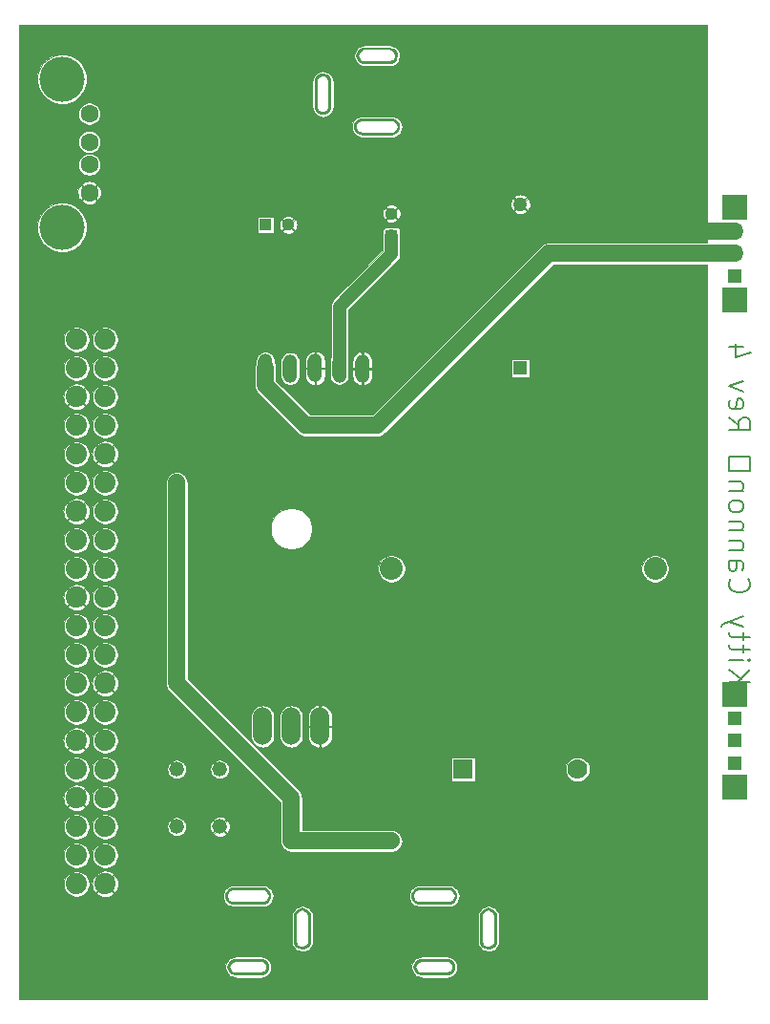
<source format=gbl>
G04 #@! TF.GenerationSoftware,KiCad,Pcbnew,(5.1.10)-1*
G04 #@! TF.CreationDate,2021-11-03T22:51:16-05:00*
G04 #@! TF.ProjectId,Kitty_Cannon_Schematic,4b697474-795f-4436-916e-6e6f6e5f5363,rev?*
G04 #@! TF.SameCoordinates,Original*
G04 #@! TF.FileFunction,Copper,L2,Bot*
G04 #@! TF.FilePolarity,Positive*
%FSLAX46Y46*%
G04 Gerber Fmt 4.6, Leading zero omitted, Abs format (unit mm)*
G04 Created by KiCad (PCBNEW (5.1.10)-1) date 2021-11-03 22:51:16*
%MOMM*%
%LPD*%
G01*
G04 APERTURE LIST*
G04 #@! TA.AperFunction,NonConductor*
%ADD10C,0.162560*%
G04 #@! TD*
G04 #@! TA.AperFunction,EtchedComponent*
%ADD11C,0.100000*%
G04 #@! TD*
G04 #@! TA.AperFunction,ComponentPad*
%ADD12C,1.879600*%
G04 #@! TD*
G04 #@! TA.AperFunction,ComponentPad*
%ADD13O,1.270000X2.540000*%
G04 #@! TD*
G04 #@! TA.AperFunction,ComponentPad*
%ADD14C,1.270000*%
G04 #@! TD*
G04 #@! TA.AperFunction,ComponentPad*
%ADD15R,1.270000X1.270000*%
G04 #@! TD*
G04 #@! TA.AperFunction,ComponentPad*
%ADD16R,1.778000X1.778000*%
G04 #@! TD*
G04 #@! TA.AperFunction,ComponentPad*
%ADD17C,1.778000*%
G04 #@! TD*
G04 #@! TA.AperFunction,ComponentPad*
%ADD18C,4.000000*%
G04 #@! TD*
G04 #@! TA.AperFunction,ComponentPad*
%ADD19C,1.600000*%
G04 #@! TD*
G04 #@! TA.AperFunction,ComponentPad*
%ADD20R,2.250000X2.250000*%
G04 #@! TD*
G04 #@! TA.AperFunction,ComponentPad*
%ADD21R,1.308000X1.308000*%
G04 #@! TD*
G04 #@! TA.AperFunction,ComponentPad*
%ADD22O,1.676400X3.352800*%
G04 #@! TD*
G04 #@! TA.AperFunction,ComponentPad*
%ADD23C,1.320800*%
G04 #@! TD*
G04 #@! TA.AperFunction,ComponentPad*
%ADD24C,1.120000*%
G04 #@! TD*
G04 #@! TA.AperFunction,ComponentPad*
%ADD25R,1.120000X1.120000*%
G04 #@! TD*
G04 #@! TA.AperFunction,ComponentPad*
%ADD26C,2.032000*%
G04 #@! TD*
G04 #@! TA.AperFunction,ViaPad*
%ADD27C,0.756400*%
G04 #@! TD*
G04 #@! TA.AperFunction,ViaPad*
%ADD28C,1.524000*%
G04 #@! TD*
G04 #@! TA.AperFunction,Conductor*
%ADD29C,1.524000*%
G04 #@! TD*
G04 #@! TA.AperFunction,Conductor*
%ADD30C,0.250000*%
G04 #@! TD*
G04 #@! TA.AperFunction,Conductor*
%ADD31C,1.143000*%
G04 #@! TD*
G04 #@! TA.AperFunction,Conductor*
%ADD32C,0.076200*%
G04 #@! TD*
G04 #@! TA.AperFunction,Conductor*
%ADD33C,0.100000*%
G04 #@! TD*
G04 APERTURE END LIST*
D10*
X178412623Y-120112197D02*
X180343023Y-120112197D01*
X178412623Y-119009111D02*
X179515709Y-119836425D01*
X180343023Y-119009111D02*
X179239938Y-120112197D01*
X178412623Y-118181797D02*
X179699557Y-118181797D01*
X180343023Y-118181797D02*
X180251100Y-118273721D01*
X180159176Y-118181797D01*
X180251100Y-118089873D01*
X180343023Y-118181797D01*
X180159176Y-118181797D01*
X179699557Y-117538330D02*
X179699557Y-116802940D01*
X180343023Y-117262559D02*
X178688395Y-117262559D01*
X178504547Y-117170635D01*
X178412623Y-116986787D01*
X178412623Y-116802940D01*
X179699557Y-116435244D02*
X179699557Y-115699854D01*
X180343023Y-116159473D02*
X178688395Y-116159473D01*
X178504547Y-116067549D01*
X178412623Y-115883702D01*
X178412623Y-115699854D01*
X179699557Y-115240235D02*
X178412623Y-114780616D01*
X179699557Y-114320997D02*
X178412623Y-114780616D01*
X177953004Y-114964464D01*
X177861080Y-115056387D01*
X177769157Y-115240235D01*
X178596471Y-111011740D02*
X178504547Y-111103664D01*
X178412623Y-111379435D01*
X178412623Y-111563283D01*
X178504547Y-111839054D01*
X178688395Y-112022902D01*
X178872242Y-112114825D01*
X179239938Y-112206749D01*
X179515709Y-112206749D01*
X179883404Y-112114825D01*
X180067252Y-112022902D01*
X180251100Y-111839054D01*
X180343023Y-111563283D01*
X180343023Y-111379435D01*
X180251100Y-111103664D01*
X180159176Y-111011740D01*
X178412623Y-109357111D02*
X179423785Y-109357111D01*
X179607633Y-109449035D01*
X179699557Y-109632883D01*
X179699557Y-110000578D01*
X179607633Y-110184425D01*
X178504547Y-109357111D02*
X178412623Y-109540959D01*
X178412623Y-110000578D01*
X178504547Y-110184425D01*
X178688395Y-110276349D01*
X178872242Y-110276349D01*
X179056090Y-110184425D01*
X179148014Y-110000578D01*
X179148014Y-109540959D01*
X179239938Y-109357111D01*
X179699557Y-108437873D02*
X178412623Y-108437873D01*
X179515709Y-108437873D02*
X179607633Y-108345949D01*
X179699557Y-108162102D01*
X179699557Y-107886330D01*
X179607633Y-107702483D01*
X179423785Y-107610559D01*
X178412623Y-107610559D01*
X179699557Y-106691321D02*
X178412623Y-106691321D01*
X179515709Y-106691321D02*
X179607633Y-106599397D01*
X179699557Y-106415549D01*
X179699557Y-106139778D01*
X179607633Y-105955930D01*
X179423785Y-105864006D01*
X178412623Y-105864006D01*
X178412623Y-104668997D02*
X178504547Y-104852844D01*
X178596471Y-104944768D01*
X178780319Y-105036692D01*
X179331861Y-105036692D01*
X179515709Y-104944768D01*
X179607633Y-104852844D01*
X179699557Y-104668997D01*
X179699557Y-104393225D01*
X179607633Y-104209378D01*
X179515709Y-104117454D01*
X179331861Y-104025530D01*
X178780319Y-104025530D01*
X178596471Y-104117454D01*
X178504547Y-104209378D01*
X178412623Y-104393225D01*
X178412623Y-104668997D01*
X179699557Y-103198216D02*
X178412623Y-103198216D01*
X179515709Y-103198216D02*
X179607633Y-103106292D01*
X179699557Y-102922444D01*
X179699557Y-102646673D01*
X179607633Y-102462825D01*
X179423785Y-102370902D01*
X178412623Y-102370902D01*
X178412623Y-101451664D02*
X180343023Y-101451664D01*
X180343023Y-100164730D01*
X178412623Y-100164730D01*
X178412623Y-101451664D01*
X178412623Y-96671625D02*
X179331861Y-97315092D01*
X178412623Y-97774711D02*
X180343023Y-97774711D01*
X180343023Y-97039321D01*
X180251100Y-96855473D01*
X180159176Y-96763549D01*
X179975328Y-96671625D01*
X179699557Y-96671625D01*
X179515709Y-96763549D01*
X179423785Y-96855473D01*
X179331861Y-97039321D01*
X179331861Y-97774711D01*
X178504547Y-95108921D02*
X178412623Y-95292768D01*
X178412623Y-95660464D01*
X178504547Y-95844311D01*
X178688395Y-95936235D01*
X179423785Y-95936235D01*
X179607633Y-95844311D01*
X179699557Y-95660464D01*
X179699557Y-95292768D01*
X179607633Y-95108921D01*
X179423785Y-95016997D01*
X179239938Y-95016997D01*
X179056090Y-95936235D01*
X179699557Y-94373530D02*
X178412623Y-93913911D01*
X179699557Y-93454292D01*
X179699557Y-90420806D02*
X178412623Y-90420806D01*
X180434947Y-90880425D02*
X179056090Y-91340044D01*
X179056090Y-90145035D01*
D11*
G36*
X147231100Y-70413600D02*
G01*
X147231100Y-70163600D01*
X145931100Y-70163600D01*
X145736986Y-70189156D01*
X145556100Y-70264081D01*
X145400770Y-70383270D01*
X145281581Y-70538600D01*
X145206656Y-70719486D01*
X145181100Y-70913600D01*
X145206656Y-71107714D01*
X145281581Y-71288600D01*
X145400770Y-71443930D01*
X145556100Y-71563119D01*
X145736986Y-71638044D01*
X145931100Y-71663600D01*
X147231100Y-71663600D01*
X147231100Y-71413600D01*
X145931100Y-71413600D01*
X145776592Y-71389128D01*
X145637207Y-71318108D01*
X145526592Y-71207493D01*
X145431100Y-70913600D01*
X145455572Y-70759092D01*
X145526592Y-70619707D01*
X145637207Y-70509092D01*
X145931100Y-70413600D01*
X147231100Y-70413600D01*
G37*
G36*
X147231100Y-71413600D02*
G01*
X147231100Y-71663600D01*
X148531100Y-71663600D01*
X148725214Y-71638044D01*
X148906100Y-71563119D01*
X149061430Y-71443930D01*
X149180619Y-71288600D01*
X149255544Y-71107714D01*
X149281100Y-70913600D01*
X149255544Y-70719486D01*
X149180619Y-70538600D01*
X149061430Y-70383270D01*
X148906100Y-70264081D01*
X148531100Y-70163600D01*
X147231100Y-70163600D01*
X147231100Y-70413600D01*
X148531100Y-70413600D01*
X148685608Y-70438072D01*
X148824993Y-70509092D01*
X148935608Y-70619707D01*
X149031100Y-70913600D01*
X149006628Y-71068108D01*
X148935608Y-71207493D01*
X148824993Y-71318108D01*
X148531100Y-71413600D01*
X147231100Y-71413600D01*
G37*
G36*
X141931100Y-68013600D02*
G01*
X141681100Y-68013600D01*
X141681100Y-69113600D01*
X141706656Y-69307714D01*
X141781581Y-69488600D01*
X141900770Y-69643930D01*
X142056100Y-69763119D01*
X142236986Y-69838044D01*
X142431100Y-69863600D01*
X142625214Y-69838044D01*
X142806100Y-69763119D01*
X142961430Y-69643930D01*
X143080619Y-69488600D01*
X143155544Y-69307714D01*
X143181100Y-69113600D01*
X143181100Y-68013600D01*
X142931100Y-68013600D01*
X142931100Y-69113600D01*
X142906628Y-69268108D01*
X142835608Y-69407493D01*
X142724993Y-69518108D01*
X142431100Y-69613600D01*
X142276592Y-69589128D01*
X142137207Y-69518108D01*
X142026592Y-69407493D01*
X141931100Y-69113600D01*
X141931100Y-68013600D01*
G37*
G36*
X142931100Y-68013600D02*
G01*
X143181100Y-68013600D01*
X143181100Y-66913600D01*
X143155544Y-66719486D01*
X143080619Y-66538600D01*
X142961430Y-66383270D01*
X142806100Y-66264081D01*
X142431100Y-66163600D01*
X142236986Y-66189156D01*
X142056100Y-66264081D01*
X141900770Y-66383270D01*
X141781581Y-66538600D01*
X141706656Y-66719486D01*
X141681100Y-66913600D01*
X141681100Y-68013600D01*
X141931100Y-68013600D01*
X141931100Y-66913600D01*
X141955572Y-66759092D01*
X142026592Y-66619707D01*
X142137207Y-66509092D01*
X142431100Y-66413600D01*
X142585608Y-66438072D01*
X142724993Y-66509092D01*
X142835608Y-66619707D01*
X142931100Y-66913600D01*
X142931100Y-68013600D01*
G37*
G36*
X147231100Y-64113600D02*
G01*
X147231100Y-63863600D01*
X146131100Y-63863600D01*
X145936986Y-63889156D01*
X145756100Y-63964081D01*
X145600770Y-64083270D01*
X145481581Y-64238600D01*
X145406656Y-64419486D01*
X145381100Y-64613600D01*
X145381100Y-64613599D01*
X145406656Y-64807713D01*
X145481581Y-64988599D01*
X145600770Y-65143929D01*
X145756100Y-65263118D01*
X145936986Y-65338043D01*
X146131100Y-65363600D01*
X147231100Y-65363600D01*
X147231100Y-65113600D01*
X146131100Y-65113600D01*
X146131101Y-65113600D01*
X145976592Y-65089129D01*
X145837208Y-65018109D01*
X145726591Y-64907493D01*
X145655571Y-64768109D01*
X145631100Y-64613600D01*
X145655572Y-64459092D01*
X145726592Y-64319707D01*
X145837207Y-64209092D01*
X146131100Y-64113600D01*
X147231100Y-64113600D01*
G37*
G36*
X147231100Y-65113600D02*
G01*
X147231100Y-65363600D01*
X148331100Y-65363600D01*
X148331099Y-65363600D01*
X148525214Y-65338045D01*
X148706100Y-65263119D01*
X148861430Y-65143931D01*
X148980619Y-64988600D01*
X149081100Y-64613600D01*
X149055544Y-64419486D01*
X148980619Y-64238600D01*
X148861430Y-64083270D01*
X148706100Y-63964081D01*
X148331100Y-63863600D01*
X147231100Y-63863600D01*
X147231100Y-64113600D01*
X148331100Y-64113600D01*
X148485608Y-64138072D01*
X148624993Y-64209092D01*
X148735608Y-64319707D01*
X148831100Y-64613600D01*
X148831100Y-64613599D01*
X148806628Y-64768107D01*
X148735608Y-64907492D01*
X148624993Y-65018107D01*
X148331100Y-65113600D01*
X147231100Y-65113600D01*
G37*
G36*
X135801100Y-139593600D02*
G01*
X135801100Y-139843600D01*
X137101100Y-139843600D01*
X137295214Y-139818044D01*
X137476100Y-139743119D01*
X137631430Y-139623930D01*
X137750619Y-139468600D01*
X137825544Y-139287714D01*
X137851100Y-139093600D01*
X137825544Y-138899486D01*
X137750619Y-138718600D01*
X137631430Y-138563270D01*
X137476100Y-138444081D01*
X137295214Y-138369156D01*
X137101100Y-138343600D01*
X135801100Y-138343600D01*
X135801100Y-138593600D01*
X137101100Y-138593600D01*
X137255608Y-138618072D01*
X137394993Y-138689092D01*
X137505608Y-138799707D01*
X137601100Y-139093600D01*
X137576628Y-139248108D01*
X137505608Y-139387493D01*
X137394993Y-139498108D01*
X137101100Y-139593600D01*
X135801100Y-139593600D01*
G37*
G36*
X135801100Y-138593600D02*
G01*
X135801100Y-138343600D01*
X134501100Y-138343600D01*
X134306986Y-138369156D01*
X134126100Y-138444081D01*
X133970770Y-138563270D01*
X133851581Y-138718600D01*
X133776656Y-138899486D01*
X133751100Y-139093600D01*
X133776656Y-139287714D01*
X133851581Y-139468600D01*
X133970770Y-139623930D01*
X134126100Y-139743119D01*
X134501100Y-139843600D01*
X135801100Y-139843600D01*
X135801100Y-139593600D01*
X134501100Y-139593600D01*
X134346592Y-139569128D01*
X134207207Y-139498108D01*
X134096592Y-139387493D01*
X134001100Y-139093600D01*
X134025572Y-138939092D01*
X134096592Y-138799707D01*
X134207207Y-138689092D01*
X134501100Y-138593600D01*
X135801100Y-138593600D01*
G37*
G36*
X141101100Y-141993600D02*
G01*
X141351100Y-141993600D01*
X141351100Y-140893600D01*
X141325544Y-140699486D01*
X141250619Y-140518600D01*
X141131430Y-140363270D01*
X140976100Y-140244081D01*
X140795214Y-140169156D01*
X140601100Y-140143600D01*
X140406986Y-140169156D01*
X140226100Y-140244081D01*
X140070770Y-140363270D01*
X139951581Y-140518600D01*
X139876656Y-140699486D01*
X139851100Y-140893600D01*
X139851100Y-141993600D01*
X140101100Y-141993600D01*
X140101100Y-140893600D01*
X140125572Y-140739092D01*
X140196592Y-140599707D01*
X140307207Y-140489092D01*
X140601100Y-140393600D01*
X140755608Y-140418072D01*
X140894993Y-140489092D01*
X141005608Y-140599707D01*
X141101100Y-140893600D01*
X141101100Y-141993600D01*
G37*
G36*
X140101100Y-141993600D02*
G01*
X139851100Y-141993600D01*
X139851100Y-143093600D01*
X139876656Y-143287714D01*
X139951581Y-143468600D01*
X140070770Y-143623930D01*
X140226100Y-143743119D01*
X140601100Y-143843600D01*
X140795214Y-143818044D01*
X140976100Y-143743119D01*
X141131430Y-143623930D01*
X141250619Y-143468600D01*
X141325544Y-143287714D01*
X141351100Y-143093600D01*
X141351100Y-141993600D01*
X141101100Y-141993600D01*
X141101100Y-143093600D01*
X141076628Y-143248108D01*
X141005608Y-143387493D01*
X140894993Y-143498108D01*
X140601100Y-143593600D01*
X140446592Y-143569128D01*
X140307207Y-143498108D01*
X140196592Y-143387493D01*
X140101100Y-143093600D01*
X140101100Y-141993600D01*
G37*
G36*
X135801100Y-145893600D02*
G01*
X135801100Y-146143600D01*
X136901100Y-146143600D01*
X137095214Y-146118044D01*
X137276100Y-146043119D01*
X137431430Y-145923930D01*
X137550619Y-145768600D01*
X137625544Y-145587714D01*
X137651100Y-145393600D01*
X137651100Y-145393601D01*
X137625544Y-145199487D01*
X137550619Y-145018601D01*
X137431430Y-144863271D01*
X137276100Y-144744082D01*
X137095214Y-144669157D01*
X136901100Y-144643600D01*
X135801100Y-144643600D01*
X135801100Y-144893600D01*
X136901100Y-144893600D01*
X136901099Y-144893600D01*
X137055608Y-144918071D01*
X137194992Y-144989091D01*
X137305609Y-145099707D01*
X137376629Y-145239091D01*
X137401100Y-145393600D01*
X137376628Y-145548108D01*
X137305608Y-145687493D01*
X137194993Y-145798108D01*
X136901100Y-145893600D01*
X135801100Y-145893600D01*
G37*
G36*
X135801100Y-144893600D02*
G01*
X135801100Y-144643600D01*
X134701100Y-144643600D01*
X134701101Y-144643600D01*
X134506986Y-144669155D01*
X134326100Y-144744081D01*
X134170770Y-144863269D01*
X134051581Y-145018600D01*
X133951100Y-145393600D01*
X133976656Y-145587714D01*
X134051581Y-145768600D01*
X134170770Y-145923930D01*
X134326100Y-146043119D01*
X134701100Y-146143600D01*
X135801100Y-146143600D01*
X135801100Y-145893600D01*
X134701100Y-145893600D01*
X134546592Y-145869128D01*
X134407207Y-145798108D01*
X134296592Y-145687493D01*
X134201100Y-145393600D01*
X134201100Y-145393601D01*
X134225572Y-145239093D01*
X134296592Y-145099708D01*
X134407207Y-144989093D01*
X134701100Y-144893600D01*
X135801100Y-144893600D01*
G37*
G36*
X152311100Y-139593600D02*
G01*
X152311100Y-139843600D01*
X153611100Y-139843600D01*
X153805214Y-139818044D01*
X153986100Y-139743119D01*
X154141430Y-139623930D01*
X154260619Y-139468600D01*
X154335544Y-139287714D01*
X154361100Y-139093600D01*
X154335544Y-138899486D01*
X154260619Y-138718600D01*
X154141430Y-138563270D01*
X153986100Y-138444081D01*
X153805214Y-138369156D01*
X153611100Y-138343600D01*
X152311100Y-138343600D01*
X152311100Y-138593600D01*
X153611100Y-138593600D01*
X153765608Y-138618072D01*
X153904993Y-138689092D01*
X154015608Y-138799707D01*
X154111100Y-139093600D01*
X154086628Y-139248108D01*
X154015608Y-139387493D01*
X153904993Y-139498108D01*
X153611100Y-139593600D01*
X152311100Y-139593600D01*
G37*
G36*
X152311100Y-138593600D02*
G01*
X152311100Y-138343600D01*
X151011100Y-138343600D01*
X150816986Y-138369156D01*
X150636100Y-138444081D01*
X150480770Y-138563270D01*
X150361581Y-138718600D01*
X150286656Y-138899486D01*
X150261100Y-139093600D01*
X150286656Y-139287714D01*
X150361581Y-139468600D01*
X150480770Y-139623930D01*
X150636100Y-139743119D01*
X151011100Y-139843600D01*
X152311100Y-139843600D01*
X152311100Y-139593600D01*
X151011100Y-139593600D01*
X150856592Y-139569128D01*
X150717207Y-139498108D01*
X150606592Y-139387493D01*
X150511100Y-139093600D01*
X150535572Y-138939092D01*
X150606592Y-138799707D01*
X150717207Y-138689092D01*
X151011100Y-138593600D01*
X152311100Y-138593600D01*
G37*
G36*
X157611100Y-141993600D02*
G01*
X157861100Y-141993600D01*
X157861100Y-140893600D01*
X157835544Y-140699486D01*
X157760619Y-140518600D01*
X157641430Y-140363270D01*
X157486100Y-140244081D01*
X157305214Y-140169156D01*
X157111100Y-140143600D01*
X156916986Y-140169156D01*
X156736100Y-140244081D01*
X156580770Y-140363270D01*
X156461581Y-140518600D01*
X156386656Y-140699486D01*
X156361100Y-140893600D01*
X156361100Y-141993600D01*
X156611100Y-141993600D01*
X156611100Y-140893600D01*
X156635572Y-140739092D01*
X156706592Y-140599707D01*
X156817207Y-140489092D01*
X157111100Y-140393600D01*
X157265608Y-140418072D01*
X157404993Y-140489092D01*
X157515608Y-140599707D01*
X157611100Y-140893600D01*
X157611100Y-141993600D01*
G37*
G36*
X156611100Y-141993600D02*
G01*
X156361100Y-141993600D01*
X156361100Y-143093600D01*
X156386656Y-143287714D01*
X156461581Y-143468600D01*
X156580770Y-143623930D01*
X156736100Y-143743119D01*
X157111100Y-143843600D01*
X157305214Y-143818044D01*
X157486100Y-143743119D01*
X157641430Y-143623930D01*
X157760619Y-143468600D01*
X157835544Y-143287714D01*
X157861100Y-143093600D01*
X157861100Y-141993600D01*
X157611100Y-141993600D01*
X157611100Y-143093600D01*
X157586628Y-143248108D01*
X157515608Y-143387493D01*
X157404993Y-143498108D01*
X157111100Y-143593600D01*
X156956592Y-143569128D01*
X156817207Y-143498108D01*
X156706592Y-143387493D01*
X156611100Y-143093600D01*
X156611100Y-141993600D01*
G37*
G36*
X152311100Y-145893600D02*
G01*
X152311100Y-146143600D01*
X153411100Y-146143600D01*
X153605214Y-146118044D01*
X153786100Y-146043119D01*
X153941430Y-145923930D01*
X154060619Y-145768600D01*
X154135544Y-145587714D01*
X154161100Y-145393600D01*
X154161100Y-145393601D01*
X154135544Y-145199487D01*
X154060619Y-145018601D01*
X153941430Y-144863271D01*
X153786100Y-144744082D01*
X153605214Y-144669157D01*
X153411100Y-144643600D01*
X152311100Y-144643600D01*
X152311100Y-144893600D01*
X153411100Y-144893600D01*
X153411099Y-144893600D01*
X153565608Y-144918071D01*
X153704992Y-144989091D01*
X153815609Y-145099707D01*
X153886629Y-145239091D01*
X153911100Y-145393600D01*
X153886628Y-145548108D01*
X153815608Y-145687493D01*
X153704993Y-145798108D01*
X153411100Y-145893600D01*
X152311100Y-145893600D01*
G37*
G36*
X152311100Y-144893600D02*
G01*
X152311100Y-144643600D01*
X151211100Y-144643600D01*
X151211101Y-144643600D01*
X151016986Y-144669155D01*
X150836100Y-144744081D01*
X150680770Y-144863269D01*
X150561581Y-145018600D01*
X150461100Y-145393600D01*
X150486656Y-145587714D01*
X150561581Y-145768600D01*
X150680770Y-145923930D01*
X150836100Y-146043119D01*
X151211100Y-146143600D01*
X152311100Y-146143600D01*
X152311100Y-145893600D01*
X151211100Y-145893600D01*
X151056592Y-145869128D01*
X150917207Y-145798108D01*
X150806592Y-145687493D01*
X150711100Y-145393600D01*
X150711100Y-145393601D01*
X150735572Y-145239093D01*
X150806592Y-145099708D01*
X150917207Y-144989093D01*
X151211100Y-144893600D01*
X152311100Y-144893600D01*
G37*
D12*
X120561100Y-138023600D03*
X123101100Y-138023600D03*
X120561100Y-135483600D03*
X123101100Y-135483600D03*
X120561100Y-132943600D03*
X123101100Y-132943600D03*
X120561100Y-130403600D03*
X123101100Y-130403600D03*
X120561100Y-127863600D03*
X123101100Y-127863600D03*
X120561100Y-125323600D03*
X123101100Y-125323600D03*
X120561100Y-122783600D03*
X123101100Y-122783600D03*
X120561100Y-120243600D03*
X123101100Y-120243600D03*
X120561100Y-117703600D03*
X123101100Y-117703600D03*
X120561100Y-115163600D03*
X123101100Y-115163600D03*
X120561100Y-112623600D03*
X123101100Y-112623600D03*
X120561100Y-110083600D03*
X123101100Y-110083600D03*
X120561100Y-107543600D03*
X123101100Y-107543600D03*
X120561100Y-105003600D03*
X123101100Y-105003600D03*
X120561100Y-102463600D03*
X123101100Y-102463600D03*
X120561100Y-99923600D03*
X123101100Y-99923600D03*
X120561100Y-97383600D03*
X123101100Y-97383600D03*
X120561100Y-94843600D03*
X123101100Y-94843600D03*
X120561100Y-92303600D03*
X123101100Y-92303600D03*
X120561100Y-89763600D03*
X123101100Y-89763600D03*
D13*
X145917920Y-92339160D03*
X143865600Y-92313760D03*
X141745100Y-92303600D03*
X139512040Y-92344240D03*
X137320020Y-92293440D03*
D14*
X159931100Y-77774800D03*
D15*
X159931100Y-92303600D03*
D16*
X154851100Y-127863600D03*
D17*
X165011100Y-127863600D03*
D18*
X119291100Y-79823600D03*
X119291100Y-66683600D03*
D19*
X121691100Y-76753600D03*
X121691100Y-74253600D03*
X121691100Y-72253600D03*
X121691100Y-69753600D03*
D20*
X178981100Y-129423600D03*
X178981100Y-121223600D03*
D21*
X178981100Y-123323600D03*
X178981100Y-127323600D03*
X178981100Y-125323600D03*
D20*
X178981100Y-78043600D03*
X178981100Y-86243600D03*
D21*
X178981100Y-84143600D03*
X178981100Y-80143600D03*
X178981100Y-82143600D03*
D22*
X142151100Y-124053600D03*
X139611100Y-124053600D03*
X137071100Y-124053600D03*
D23*
X129451100Y-132943600D03*
X129451100Y-127863600D03*
X133261100Y-132943600D03*
X133261100Y-127863600D03*
D24*
X139341100Y-79603600D03*
D25*
X137341100Y-79603600D03*
D24*
X148501100Y-78603600D03*
D25*
X148501100Y-80603600D03*
D26*
X171894500Y-110083600D03*
X148501100Y-110083600D03*
D27*
X147231100Y-68173600D03*
X135801100Y-141833600D03*
D28*
X148501100Y-134213600D03*
X139611100Y-134213600D03*
X129451100Y-102463600D03*
D29*
X178981100Y-80143600D02*
X174631100Y-80143600D01*
X148501100Y-134213600D02*
X139611100Y-134213600D01*
X162471100Y-82143600D02*
X147231100Y-97383600D01*
X147231100Y-97383600D02*
X140881100Y-97383600D01*
X178981100Y-82143600D02*
X162471100Y-82143600D01*
X140881100Y-97383600D02*
X138341100Y-94843600D01*
X129451100Y-102463600D02*
X129451100Y-120243600D01*
X139611100Y-130403600D02*
X139611100Y-134213600D01*
X129451100Y-120243600D02*
X139611100Y-130403600D01*
D30*
X138341100Y-94843600D02*
X138336020Y-94843600D01*
D29*
X137320020Y-93827600D02*
X137320020Y-92293440D01*
X138336020Y-94843600D02*
X137320020Y-93827600D01*
D31*
X148501100Y-80603600D02*
X148501100Y-82227420D01*
X143865600Y-86862920D02*
X143865600Y-92313760D01*
X148501100Y-82227420D02*
X143865600Y-86862920D01*
D32*
X176479200Y-81191100D02*
X162517885Y-81191100D01*
X162471100Y-81186492D01*
X162424315Y-81191100D01*
X162284377Y-81204883D01*
X162194604Y-81232115D01*
X162104830Y-81259348D01*
X162030731Y-81298955D01*
X161939359Y-81347794D01*
X161794322Y-81466822D01*
X161764493Y-81503169D01*
X146836562Y-96431100D01*
X141275638Y-96431100D01*
X138981537Y-94136999D01*
X138953214Y-94113755D01*
X138272520Y-93433062D01*
X138272520Y-92246655D01*
X138258737Y-92106717D01*
X138204272Y-91927171D01*
X138145520Y-91817253D01*
X138145520Y-91668688D01*
X138686540Y-91668688D01*
X138686541Y-93019793D01*
X138698485Y-93141066D01*
X138745688Y-93296674D01*
X138822342Y-93440082D01*
X138925500Y-93565781D01*
X139051199Y-93668939D01*
X139194607Y-93745593D01*
X139350215Y-93792796D01*
X139512040Y-93808734D01*
X139673866Y-93792796D01*
X139829474Y-93745593D01*
X139972882Y-93668939D01*
X140098581Y-93565781D01*
X140201739Y-93440082D01*
X140278393Y-93296674D01*
X140325596Y-93141066D01*
X140337540Y-93019793D01*
X140337540Y-92366700D01*
X140869600Y-92366700D01*
X140869600Y-93001700D01*
X140898733Y-93171289D01*
X140960391Y-93331936D01*
X141052205Y-93477467D01*
X141170647Y-93602290D01*
X141311164Y-93701608D01*
X141468357Y-93771604D01*
X141546175Y-93791201D01*
X141682000Y-93751530D01*
X141682000Y-92366700D01*
X141808200Y-92366700D01*
X141808200Y-93751530D01*
X141944025Y-93791201D01*
X142021843Y-93771604D01*
X142179036Y-93701608D01*
X142319553Y-93602290D01*
X142437995Y-93477467D01*
X142529809Y-93331936D01*
X142591467Y-93171289D01*
X142620600Y-93001700D01*
X142620600Y-92366700D01*
X141808200Y-92366700D01*
X141682000Y-92366700D01*
X140869600Y-92366700D01*
X140337540Y-92366700D01*
X140337540Y-91668687D01*
X140331317Y-91605500D01*
X140869600Y-91605500D01*
X140869600Y-92240500D01*
X141682000Y-92240500D01*
X141682000Y-90855670D01*
X141808200Y-90855670D01*
X141808200Y-92240500D01*
X142620600Y-92240500D01*
X142620600Y-91638208D01*
X143040100Y-91638208D01*
X143040101Y-92989313D01*
X143052045Y-93110586D01*
X143099248Y-93266194D01*
X143175902Y-93409602D01*
X143279060Y-93535301D01*
X143404759Y-93638459D01*
X143548167Y-93715113D01*
X143703775Y-93762316D01*
X143865600Y-93778254D01*
X144027426Y-93762316D01*
X144183034Y-93715113D01*
X144326442Y-93638459D01*
X144452141Y-93535301D01*
X144555299Y-93409602D01*
X144631953Y-93266194D01*
X144679156Y-93110586D01*
X144691100Y-92989313D01*
X144691100Y-92402260D01*
X145042420Y-92402260D01*
X145042420Y-93037260D01*
X145071553Y-93206849D01*
X145133211Y-93367496D01*
X145225025Y-93513027D01*
X145343467Y-93637850D01*
X145483984Y-93737168D01*
X145641177Y-93807164D01*
X145718995Y-93826761D01*
X145854820Y-93787090D01*
X145854820Y-92402260D01*
X145981020Y-92402260D01*
X145981020Y-93787090D01*
X146116845Y-93826761D01*
X146194663Y-93807164D01*
X146351856Y-93737168D01*
X146492373Y-93637850D01*
X146610815Y-93513027D01*
X146702629Y-93367496D01*
X146764287Y-93206849D01*
X146793420Y-93037260D01*
X146793420Y-92402260D01*
X145981020Y-92402260D01*
X145854820Y-92402260D01*
X145042420Y-92402260D01*
X144691100Y-92402260D01*
X144691100Y-91641060D01*
X145042420Y-91641060D01*
X145042420Y-92276060D01*
X145854820Y-92276060D01*
X145854820Y-90891230D01*
X145981020Y-90891230D01*
X145981020Y-92276060D01*
X146793420Y-92276060D01*
X146793420Y-91641060D01*
X146764287Y-91471471D01*
X146702629Y-91310824D01*
X146610815Y-91165293D01*
X146492373Y-91040470D01*
X146351856Y-90941152D01*
X146194663Y-90871156D01*
X146116845Y-90851559D01*
X145981020Y-90891230D01*
X145854820Y-90891230D01*
X145718995Y-90851559D01*
X145641177Y-90871156D01*
X145483984Y-90941152D01*
X145343467Y-91040470D01*
X145225025Y-91165293D01*
X145133211Y-91310824D01*
X145071553Y-91471471D01*
X145042420Y-91641060D01*
X144691100Y-91641060D01*
X144691100Y-91638207D01*
X144679156Y-91516934D01*
X144631953Y-91361326D01*
X144627600Y-91353182D01*
X144627600Y-87178550D01*
X149013452Y-82792699D01*
X149042522Y-82768842D01*
X149069872Y-82735516D01*
X149137745Y-82652813D01*
X149208501Y-82520436D01*
X149208502Y-82520435D01*
X149252074Y-82376798D01*
X149263100Y-82264846D01*
X149263100Y-82264843D01*
X149266786Y-82227420D01*
X149263100Y-82189997D01*
X149263100Y-80566174D01*
X149252521Y-80458761D01*
X149252521Y-80043600D01*
X149248843Y-80006256D01*
X149237950Y-79970346D01*
X149220261Y-79937252D01*
X149196455Y-79908245D01*
X149167448Y-79884439D01*
X149134354Y-79866750D01*
X149098444Y-79855857D01*
X149061100Y-79852179D01*
X148645938Y-79852179D01*
X148501100Y-79837914D01*
X148356261Y-79852179D01*
X147941100Y-79852179D01*
X147903756Y-79855857D01*
X147867846Y-79866750D01*
X147834752Y-79884439D01*
X147805745Y-79908245D01*
X147781939Y-79937252D01*
X147764250Y-79970346D01*
X147753357Y-80006256D01*
X147749679Y-80043600D01*
X147749679Y-80458762D01*
X147739100Y-80566175D01*
X147739101Y-81911788D01*
X143353254Y-86297636D01*
X143324178Y-86321498D01*
X143268583Y-86389242D01*
X143228955Y-86437528D01*
X143191135Y-86508285D01*
X143158198Y-86569906D01*
X143114626Y-86713543D01*
X143103600Y-86825494D01*
X143099914Y-86862920D01*
X143103600Y-86900343D01*
X143103601Y-91353182D01*
X143099247Y-91361327D01*
X143052044Y-91516935D01*
X143040100Y-91638208D01*
X142620600Y-91638208D01*
X142620600Y-91605500D01*
X142591467Y-91435911D01*
X142529809Y-91275264D01*
X142437995Y-91129733D01*
X142319553Y-91004910D01*
X142179036Y-90905592D01*
X142021843Y-90835596D01*
X141944025Y-90815999D01*
X141808200Y-90855670D01*
X141682000Y-90855670D01*
X141546175Y-90815999D01*
X141468357Y-90835596D01*
X141311164Y-90905592D01*
X141170647Y-91004910D01*
X141052205Y-91129733D01*
X140960391Y-91275264D01*
X140898733Y-91435911D01*
X140869600Y-91605500D01*
X140331317Y-91605500D01*
X140325596Y-91547414D01*
X140278393Y-91391806D01*
X140201739Y-91248398D01*
X140098581Y-91122699D01*
X139972881Y-91019541D01*
X139829473Y-90942887D01*
X139673865Y-90895684D01*
X139512040Y-90879746D01*
X139350214Y-90895684D01*
X139194606Y-90942887D01*
X139051198Y-91019541D01*
X138925499Y-91122699D01*
X138822341Y-91248399D01*
X138745687Y-91391807D01*
X138698484Y-91547415D01*
X138686540Y-91668688D01*
X138145520Y-91668688D01*
X138145520Y-91617887D01*
X138133576Y-91496614D01*
X138086373Y-91341006D01*
X138009719Y-91197598D01*
X137906561Y-91071899D01*
X137780861Y-90968741D01*
X137637453Y-90892087D01*
X137481845Y-90844884D01*
X137320020Y-90828946D01*
X137158194Y-90844884D01*
X137002586Y-90892087D01*
X136859178Y-90968741D01*
X136733479Y-91071899D01*
X136630321Y-91197599D01*
X136553667Y-91341007D01*
X136506464Y-91496615D01*
X136494520Y-91617888D01*
X136494520Y-91817255D01*
X136435769Y-91927171D01*
X136381304Y-92106717D01*
X136367521Y-92246655D01*
X136367520Y-93780815D01*
X136362912Y-93827600D01*
X136376508Y-93965639D01*
X136381303Y-94014322D01*
X136435768Y-94193868D01*
X136524214Y-94359341D01*
X136643242Y-94504378D01*
X136679589Y-94534207D01*
X137695582Y-95550201D01*
X137723916Y-95573454D01*
X140174493Y-98024031D01*
X140204322Y-98060378D01*
X140349359Y-98179406D01*
X140514831Y-98267852D01*
X140694377Y-98322317D01*
X140881099Y-98340708D01*
X140927884Y-98336100D01*
X147184315Y-98336100D01*
X147231100Y-98340708D01*
X147277885Y-98336100D01*
X147417823Y-98322317D01*
X147597369Y-98267852D01*
X147762841Y-98179406D01*
X147907878Y-98060378D01*
X147937707Y-98024031D01*
X154293138Y-91668600D01*
X159104679Y-91668600D01*
X159104679Y-92938600D01*
X159108357Y-92975944D01*
X159119250Y-93011854D01*
X159136939Y-93044948D01*
X159160745Y-93073955D01*
X159189752Y-93097761D01*
X159222846Y-93115450D01*
X159258756Y-93126343D01*
X159296100Y-93130021D01*
X160566100Y-93130021D01*
X160603444Y-93126343D01*
X160639354Y-93115450D01*
X160672448Y-93097761D01*
X160701455Y-93073955D01*
X160725261Y-93044948D01*
X160742950Y-93011854D01*
X160753843Y-92975944D01*
X160757521Y-92938600D01*
X160757521Y-91668600D01*
X160753843Y-91631256D01*
X160742950Y-91595346D01*
X160725261Y-91562252D01*
X160701455Y-91533245D01*
X160672448Y-91509439D01*
X160639354Y-91491750D01*
X160603444Y-91480857D01*
X160566100Y-91477179D01*
X159296100Y-91477179D01*
X159258756Y-91480857D01*
X159222846Y-91491750D01*
X159189752Y-91509439D01*
X159160745Y-91533245D01*
X159136939Y-91562252D01*
X159119250Y-91595346D01*
X159108357Y-91631256D01*
X159104679Y-91668600D01*
X154293138Y-91668600D01*
X162865638Y-83096100D01*
X176479200Y-83096100D01*
X176479200Y-148221700D01*
X115443000Y-148221700D01*
X115443000Y-145380975D01*
X133761019Y-145380975D01*
X133761566Y-145398367D01*
X133761901Y-145415826D01*
X133762186Y-145418116D01*
X133762187Y-145418136D01*
X133762191Y-145418154D01*
X133762230Y-145418466D01*
X133787786Y-145612580D01*
X133788919Y-145617448D01*
X133789346Y-145622430D01*
X133793126Y-145635527D01*
X133796213Y-145648791D01*
X133798269Y-145653345D01*
X133799656Y-145658150D01*
X133800657Y-145660615D01*
X133875582Y-145841500D01*
X133877937Y-145845910D01*
X133879639Y-145850613D01*
X133886675Y-145862276D01*
X133893093Y-145874297D01*
X133896262Y-145878169D01*
X133898843Y-145882447D01*
X133900447Y-145884569D01*
X134019636Y-146039899D01*
X134023054Y-146043551D01*
X134025913Y-146047650D01*
X134035727Y-146057094D01*
X134045040Y-146067046D01*
X134049102Y-146069965D01*
X134052702Y-146073429D01*
X134054801Y-146075064D01*
X134210131Y-146194253D01*
X134224955Y-146203480D01*
X134239615Y-146212856D01*
X134240702Y-146213282D01*
X134241695Y-146213900D01*
X134258013Y-146220066D01*
X134274231Y-146226421D01*
X134276459Y-146227035D01*
X134276474Y-146227041D01*
X134276488Y-146227043D01*
X134276795Y-146227128D01*
X134651795Y-146327609D01*
X134656729Y-146328426D01*
X134661493Y-146329937D01*
X134675032Y-146331456D01*
X134688476Y-146333681D01*
X134693473Y-146333524D01*
X134698440Y-146334081D01*
X134701100Y-146334100D01*
X136901100Y-146334100D01*
X136912187Y-146333013D01*
X136923326Y-146332799D01*
X136925966Y-146332470D01*
X137120080Y-146306914D01*
X137124948Y-146305781D01*
X137129930Y-146305354D01*
X137143027Y-146301574D01*
X137156291Y-146298487D01*
X137160845Y-146296431D01*
X137165650Y-146295044D01*
X137168115Y-146294043D01*
X137349000Y-146219118D01*
X137353410Y-146216763D01*
X137358113Y-146215061D01*
X137369776Y-146208025D01*
X137381797Y-146201607D01*
X137385669Y-146198438D01*
X137389947Y-146195857D01*
X137392069Y-146194253D01*
X137547399Y-146075064D01*
X137551051Y-146071646D01*
X137555150Y-146068787D01*
X137564594Y-146058973D01*
X137574546Y-146049660D01*
X137577465Y-146045598D01*
X137580929Y-146041998D01*
X137582564Y-146039899D01*
X137701753Y-145884569D01*
X137704397Y-145880322D01*
X137707615Y-145876500D01*
X137714196Y-145864579D01*
X137721400Y-145853005D01*
X137723168Y-145848326D01*
X137725583Y-145843951D01*
X137726618Y-145841501D01*
X137801543Y-145660615D01*
X137802997Y-145655830D01*
X137805117Y-145651304D01*
X137808389Y-145638081D01*
X137812351Y-145625041D01*
X137812848Y-145620064D01*
X137814048Y-145615214D01*
X137814414Y-145612580D01*
X137839970Y-145418466D01*
X137840136Y-145413472D01*
X137841013Y-145408547D01*
X137840895Y-145402381D01*
X137841581Y-145396261D01*
X137841600Y-145393601D01*
X137841600Y-145393600D01*
X137840999Y-145387466D01*
X137841203Y-145381307D01*
X137841149Y-145380975D01*
X150271019Y-145380975D01*
X150271566Y-145398367D01*
X150271901Y-145415826D01*
X150272186Y-145418116D01*
X150272187Y-145418136D01*
X150272191Y-145418154D01*
X150272230Y-145418466D01*
X150297786Y-145612580D01*
X150298919Y-145617448D01*
X150299346Y-145622430D01*
X150303126Y-145635527D01*
X150306213Y-145648791D01*
X150308269Y-145653345D01*
X150309656Y-145658150D01*
X150310657Y-145660615D01*
X150385582Y-145841500D01*
X150387937Y-145845910D01*
X150389639Y-145850613D01*
X150396675Y-145862276D01*
X150403093Y-145874297D01*
X150406262Y-145878169D01*
X150408843Y-145882447D01*
X150410447Y-145884569D01*
X150529636Y-146039899D01*
X150533054Y-146043551D01*
X150535913Y-146047650D01*
X150545727Y-146057094D01*
X150555040Y-146067046D01*
X150559102Y-146069965D01*
X150562702Y-146073429D01*
X150564801Y-146075064D01*
X150720131Y-146194253D01*
X150734955Y-146203480D01*
X150749615Y-146212856D01*
X150750702Y-146213282D01*
X150751695Y-146213900D01*
X150768013Y-146220066D01*
X150784231Y-146226421D01*
X150786459Y-146227035D01*
X150786474Y-146227041D01*
X150786488Y-146227043D01*
X150786795Y-146227128D01*
X151161795Y-146327609D01*
X151166729Y-146328426D01*
X151171493Y-146329937D01*
X151185032Y-146331456D01*
X151198476Y-146333681D01*
X151203473Y-146333524D01*
X151208440Y-146334081D01*
X151211100Y-146334100D01*
X153411100Y-146334100D01*
X153422187Y-146333013D01*
X153433326Y-146332799D01*
X153435966Y-146332470D01*
X153630080Y-146306914D01*
X153634948Y-146305781D01*
X153639930Y-146305354D01*
X153653027Y-146301574D01*
X153666291Y-146298487D01*
X153670845Y-146296431D01*
X153675650Y-146295044D01*
X153678115Y-146294043D01*
X153859000Y-146219118D01*
X153863410Y-146216763D01*
X153868113Y-146215061D01*
X153879776Y-146208025D01*
X153891797Y-146201607D01*
X153895669Y-146198438D01*
X153899947Y-146195857D01*
X153902069Y-146194253D01*
X154057399Y-146075064D01*
X154061051Y-146071646D01*
X154065150Y-146068787D01*
X154074594Y-146058973D01*
X154084546Y-146049660D01*
X154087465Y-146045598D01*
X154090929Y-146041998D01*
X154092564Y-146039899D01*
X154211753Y-145884569D01*
X154214397Y-145880322D01*
X154217615Y-145876500D01*
X154224196Y-145864579D01*
X154231400Y-145853005D01*
X154233168Y-145848326D01*
X154235583Y-145843951D01*
X154236618Y-145841501D01*
X154311543Y-145660615D01*
X154312997Y-145655830D01*
X154315117Y-145651304D01*
X154318389Y-145638081D01*
X154322351Y-145625041D01*
X154322848Y-145620064D01*
X154324048Y-145615214D01*
X154324414Y-145612580D01*
X154349970Y-145418466D01*
X154350136Y-145413472D01*
X154351013Y-145408547D01*
X154350895Y-145402381D01*
X154351581Y-145396261D01*
X154351600Y-145393601D01*
X154351600Y-145393600D01*
X154350999Y-145387466D01*
X154351203Y-145381307D01*
X154350395Y-145376373D01*
X154350299Y-145371375D01*
X154349970Y-145368735D01*
X154324414Y-145174621D01*
X154323281Y-145169752D01*
X154322854Y-145164771D01*
X154319076Y-145151684D01*
X154315987Y-145138409D01*
X154313928Y-145133848D01*
X154312543Y-145129051D01*
X154311543Y-145126586D01*
X154236618Y-144945700D01*
X154234263Y-144941289D01*
X154232561Y-144936588D01*
X154225525Y-144924924D01*
X154219106Y-144912903D01*
X154215938Y-144909032D01*
X154213357Y-144904754D01*
X154211753Y-144902632D01*
X154092564Y-144747302D01*
X154089146Y-144743650D01*
X154086287Y-144739551D01*
X154076470Y-144730104D01*
X154067160Y-144720155D01*
X154063101Y-144717238D01*
X154059498Y-144713771D01*
X154057399Y-144712137D01*
X153902069Y-144592948D01*
X153897819Y-144590302D01*
X153893999Y-144587086D01*
X153882084Y-144580509D01*
X153870505Y-144573301D01*
X153865824Y-144571532D01*
X153861451Y-144569118D01*
X153859000Y-144568083D01*
X153678115Y-144493158D01*
X153673333Y-144491705D01*
X153668805Y-144489584D01*
X153655577Y-144486310D01*
X153642541Y-144482350D01*
X153637565Y-144481853D01*
X153632715Y-144480653D01*
X153630080Y-144480287D01*
X153435967Y-144454730D01*
X153424828Y-144454360D01*
X153413760Y-144453119D01*
X153411100Y-144453100D01*
X151211100Y-144453100D01*
X151200013Y-144454187D01*
X151188876Y-144454401D01*
X151186237Y-144454730D01*
X150992121Y-144480285D01*
X150987253Y-144481418D01*
X150982270Y-144481845D01*
X150969185Y-144485622D01*
X150955910Y-144488711D01*
X150951349Y-144490771D01*
X150946549Y-144492156D01*
X150944085Y-144493156D01*
X150763198Y-144568082D01*
X150758788Y-144570437D01*
X150754088Y-144572138D01*
X150742425Y-144579174D01*
X150730401Y-144585594D01*
X150726530Y-144588762D01*
X150722254Y-144591342D01*
X150720132Y-144592947D01*
X150564801Y-144712135D01*
X150561149Y-144715553D01*
X150557050Y-144718412D01*
X150547612Y-144728219D01*
X150537654Y-144737538D01*
X150534733Y-144741604D01*
X150531270Y-144745202D01*
X150529636Y-144747300D01*
X150410447Y-144902631D01*
X150401231Y-144917438D01*
X150391844Y-144932115D01*
X150391417Y-144933205D01*
X150390800Y-144934196D01*
X150384632Y-144950517D01*
X150378279Y-144966730D01*
X150377667Y-144968950D01*
X150377658Y-144968974D01*
X150377654Y-144968997D01*
X150377572Y-144969295D01*
X150277091Y-145344295D01*
X150274247Y-145361477D01*
X150271187Y-145378654D01*
X150271209Y-145379824D01*
X150271019Y-145380975D01*
X137841149Y-145380975D01*
X137840395Y-145376373D01*
X137840299Y-145371375D01*
X137839970Y-145368735D01*
X137814414Y-145174621D01*
X137813281Y-145169752D01*
X137812854Y-145164771D01*
X137809076Y-145151684D01*
X137805987Y-145138409D01*
X137803928Y-145133848D01*
X137802543Y-145129051D01*
X137801543Y-145126586D01*
X137726618Y-144945700D01*
X137724263Y-144941289D01*
X137722561Y-144936588D01*
X137715525Y-144924924D01*
X137709106Y-144912903D01*
X137705938Y-144909032D01*
X137703357Y-144904754D01*
X137701753Y-144902632D01*
X137582564Y-144747302D01*
X137579146Y-144743650D01*
X137576287Y-144739551D01*
X137566470Y-144730104D01*
X137557160Y-144720155D01*
X137553101Y-144717238D01*
X137549498Y-144713771D01*
X137547399Y-144712137D01*
X137392069Y-144592948D01*
X137387819Y-144590302D01*
X137383999Y-144587086D01*
X137372084Y-144580509D01*
X137360505Y-144573301D01*
X137355824Y-144571532D01*
X137351451Y-144569118D01*
X137349000Y-144568083D01*
X137168115Y-144493158D01*
X137163333Y-144491705D01*
X137158805Y-144489584D01*
X137145577Y-144486310D01*
X137132541Y-144482350D01*
X137127565Y-144481853D01*
X137122715Y-144480653D01*
X137120080Y-144480287D01*
X136925967Y-144454730D01*
X136914828Y-144454360D01*
X136903760Y-144453119D01*
X136901100Y-144453100D01*
X134701100Y-144453100D01*
X134690013Y-144454187D01*
X134678876Y-144454401D01*
X134676237Y-144454730D01*
X134482121Y-144480285D01*
X134477253Y-144481418D01*
X134472270Y-144481845D01*
X134459185Y-144485622D01*
X134445910Y-144488711D01*
X134441349Y-144490771D01*
X134436549Y-144492156D01*
X134434085Y-144493156D01*
X134253198Y-144568082D01*
X134248788Y-144570437D01*
X134244088Y-144572138D01*
X134232425Y-144579174D01*
X134220401Y-144585594D01*
X134216530Y-144588762D01*
X134212254Y-144591342D01*
X134210132Y-144592947D01*
X134054801Y-144712135D01*
X134051149Y-144715553D01*
X134047050Y-144718412D01*
X134037612Y-144728219D01*
X134027654Y-144737538D01*
X134024733Y-144741604D01*
X134021270Y-144745202D01*
X134019636Y-144747300D01*
X133900447Y-144902631D01*
X133891231Y-144917438D01*
X133881844Y-144932115D01*
X133881417Y-144933205D01*
X133880800Y-144934196D01*
X133874632Y-144950517D01*
X133868279Y-144966730D01*
X133867667Y-144968950D01*
X133867658Y-144968974D01*
X133867654Y-144968997D01*
X133867572Y-144969295D01*
X133767091Y-145344295D01*
X133764247Y-145361477D01*
X133761187Y-145378654D01*
X133761209Y-145379824D01*
X133761019Y-145380975D01*
X115443000Y-145380975D01*
X115443000Y-140893600D01*
X139660600Y-140893600D01*
X139660600Y-143093600D01*
X139661687Y-143104687D01*
X139661901Y-143115826D01*
X139662230Y-143118466D01*
X139687786Y-143312580D01*
X139688919Y-143317448D01*
X139689346Y-143322430D01*
X139693126Y-143335527D01*
X139696213Y-143348791D01*
X139698269Y-143353345D01*
X139699656Y-143358150D01*
X139700657Y-143360615D01*
X139775582Y-143541500D01*
X139777937Y-143545910D01*
X139779639Y-143550613D01*
X139786675Y-143562276D01*
X139793093Y-143574297D01*
X139796262Y-143578169D01*
X139798843Y-143582447D01*
X139800447Y-143584569D01*
X139919636Y-143739899D01*
X139923054Y-143743551D01*
X139925913Y-143747650D01*
X139935727Y-143757094D01*
X139945040Y-143767046D01*
X139949102Y-143769965D01*
X139952702Y-143773429D01*
X139954801Y-143775064D01*
X140110131Y-143894253D01*
X140124955Y-143903480D01*
X140139615Y-143912856D01*
X140140702Y-143913282D01*
X140141695Y-143913900D01*
X140158013Y-143920066D01*
X140174231Y-143926421D01*
X140176459Y-143927035D01*
X140176474Y-143927041D01*
X140176488Y-143927043D01*
X140176795Y-143927128D01*
X140551795Y-144027609D01*
X140568971Y-144030452D01*
X140586154Y-144033513D01*
X140587325Y-144033491D01*
X140588476Y-144033681D01*
X140605869Y-144033134D01*
X140623326Y-144032799D01*
X140625616Y-144032514D01*
X140625636Y-144032513D01*
X140625654Y-144032509D01*
X140625966Y-144032470D01*
X140820080Y-144006914D01*
X140824948Y-144005781D01*
X140829930Y-144005354D01*
X140843027Y-144001574D01*
X140856291Y-143998487D01*
X140860845Y-143996431D01*
X140865650Y-143995044D01*
X140868115Y-143994043D01*
X141049000Y-143919118D01*
X141053410Y-143916763D01*
X141058113Y-143915061D01*
X141069776Y-143908025D01*
X141081797Y-143901607D01*
X141085669Y-143898438D01*
X141089947Y-143895857D01*
X141092069Y-143894253D01*
X141247399Y-143775064D01*
X141251051Y-143771646D01*
X141255150Y-143768787D01*
X141264594Y-143758973D01*
X141274546Y-143749660D01*
X141277465Y-143745598D01*
X141280929Y-143741998D01*
X141282564Y-143739899D01*
X141401753Y-143584569D01*
X141404397Y-143580322D01*
X141407615Y-143576500D01*
X141414196Y-143564579D01*
X141421400Y-143553005D01*
X141423168Y-143548326D01*
X141425583Y-143543951D01*
X141426618Y-143541501D01*
X141501543Y-143360615D01*
X141502997Y-143355830D01*
X141505117Y-143351304D01*
X141508389Y-143338081D01*
X141512351Y-143325041D01*
X141512848Y-143320064D01*
X141514048Y-143315214D01*
X141514414Y-143312580D01*
X141539970Y-143118466D01*
X141540340Y-143107328D01*
X141541581Y-143096260D01*
X141541600Y-143093600D01*
X141541600Y-140893600D01*
X156170600Y-140893600D01*
X156170600Y-143093600D01*
X156171687Y-143104687D01*
X156171901Y-143115826D01*
X156172230Y-143118466D01*
X156197786Y-143312580D01*
X156198919Y-143317448D01*
X156199346Y-143322430D01*
X156203126Y-143335527D01*
X156206213Y-143348791D01*
X156208269Y-143353345D01*
X156209656Y-143358150D01*
X156210657Y-143360615D01*
X156285582Y-143541500D01*
X156287937Y-143545910D01*
X156289639Y-143550613D01*
X156296675Y-143562276D01*
X156303093Y-143574297D01*
X156306262Y-143578169D01*
X156308843Y-143582447D01*
X156310447Y-143584569D01*
X156429636Y-143739899D01*
X156433054Y-143743551D01*
X156435913Y-143747650D01*
X156445727Y-143757094D01*
X156455040Y-143767046D01*
X156459102Y-143769965D01*
X156462702Y-143773429D01*
X156464801Y-143775064D01*
X156620131Y-143894253D01*
X156634955Y-143903480D01*
X156649615Y-143912856D01*
X156650702Y-143913282D01*
X156651695Y-143913900D01*
X156668013Y-143920066D01*
X156684231Y-143926421D01*
X156686459Y-143927035D01*
X156686474Y-143927041D01*
X156686488Y-143927043D01*
X156686795Y-143927128D01*
X157061795Y-144027609D01*
X157078971Y-144030452D01*
X157096154Y-144033513D01*
X157097325Y-144033491D01*
X157098476Y-144033681D01*
X157115869Y-144033134D01*
X157133326Y-144032799D01*
X157135616Y-144032514D01*
X157135636Y-144032513D01*
X157135654Y-144032509D01*
X157135966Y-144032470D01*
X157330080Y-144006914D01*
X157334948Y-144005781D01*
X157339930Y-144005354D01*
X157353027Y-144001574D01*
X157366291Y-143998487D01*
X157370845Y-143996431D01*
X157375650Y-143995044D01*
X157378115Y-143994043D01*
X157559000Y-143919118D01*
X157563410Y-143916763D01*
X157568113Y-143915061D01*
X157579776Y-143908025D01*
X157591797Y-143901607D01*
X157595669Y-143898438D01*
X157599947Y-143895857D01*
X157602069Y-143894253D01*
X157757399Y-143775064D01*
X157761051Y-143771646D01*
X157765150Y-143768787D01*
X157774594Y-143758973D01*
X157784546Y-143749660D01*
X157787465Y-143745598D01*
X157790929Y-143741998D01*
X157792564Y-143739899D01*
X157911753Y-143584569D01*
X157914397Y-143580322D01*
X157917615Y-143576500D01*
X157924196Y-143564579D01*
X157931400Y-143553005D01*
X157933168Y-143548326D01*
X157935583Y-143543951D01*
X157936618Y-143541501D01*
X158011543Y-143360615D01*
X158012997Y-143355830D01*
X158015117Y-143351304D01*
X158018389Y-143338081D01*
X158022351Y-143325041D01*
X158022848Y-143320064D01*
X158024048Y-143315214D01*
X158024414Y-143312580D01*
X158049970Y-143118466D01*
X158050340Y-143107328D01*
X158051581Y-143096260D01*
X158051600Y-143093600D01*
X158051600Y-140893600D01*
X158050513Y-140882513D01*
X158050299Y-140871374D01*
X158049970Y-140868734D01*
X158024414Y-140674620D01*
X158023281Y-140669751D01*
X158022854Y-140664770D01*
X158019076Y-140651683D01*
X158015987Y-140638408D01*
X158013928Y-140633847D01*
X158012543Y-140629050D01*
X158011543Y-140626585D01*
X157936618Y-140445699D01*
X157934263Y-140441288D01*
X157932561Y-140436587D01*
X157925525Y-140424923D01*
X157919106Y-140412902D01*
X157915938Y-140409031D01*
X157913357Y-140404753D01*
X157911753Y-140402631D01*
X157792564Y-140247301D01*
X157789146Y-140243649D01*
X157786287Y-140239550D01*
X157776470Y-140230103D01*
X157767160Y-140220154D01*
X157763101Y-140217237D01*
X157759498Y-140213770D01*
X157757399Y-140212136D01*
X157602069Y-140092947D01*
X157597819Y-140090301D01*
X157593999Y-140087085D01*
X157582084Y-140080508D01*
X157570505Y-140073300D01*
X157565824Y-140071531D01*
X157561451Y-140069117D01*
X157559000Y-140068082D01*
X157378115Y-139993157D01*
X157373330Y-139991703D01*
X157368804Y-139989583D01*
X157355581Y-139986311D01*
X157342541Y-139982349D01*
X157337564Y-139981852D01*
X157332714Y-139980652D01*
X157330080Y-139980286D01*
X157135966Y-139954730D01*
X157130971Y-139954564D01*
X157126046Y-139953687D01*
X157112420Y-139953949D01*
X157098807Y-139953497D01*
X157093873Y-139954305D01*
X157088874Y-139954401D01*
X157086234Y-139954730D01*
X156892120Y-139980286D01*
X156887251Y-139981419D01*
X156882270Y-139981846D01*
X156869183Y-139985624D01*
X156855908Y-139988713D01*
X156851347Y-139990772D01*
X156846550Y-139992157D01*
X156844085Y-139993157D01*
X156663199Y-140068082D01*
X156658788Y-140070437D01*
X156654087Y-140072139D01*
X156642423Y-140079175D01*
X156630402Y-140085594D01*
X156626531Y-140088762D01*
X156622253Y-140091343D01*
X156620131Y-140092947D01*
X156464801Y-140212136D01*
X156461149Y-140215554D01*
X156457050Y-140218413D01*
X156447603Y-140228230D01*
X156437654Y-140237540D01*
X156434737Y-140241599D01*
X156431270Y-140245202D01*
X156429636Y-140247301D01*
X156310447Y-140402631D01*
X156307801Y-140406881D01*
X156304585Y-140410701D01*
X156298008Y-140422616D01*
X156290800Y-140434195D01*
X156289031Y-140438876D01*
X156286617Y-140443249D01*
X156285582Y-140445700D01*
X156210657Y-140626585D01*
X156209203Y-140631370D01*
X156207083Y-140635896D01*
X156203811Y-140649119D01*
X156199849Y-140662159D01*
X156199352Y-140667136D01*
X156198152Y-140671986D01*
X156197786Y-140674620D01*
X156172230Y-140868734D01*
X156171860Y-140879872D01*
X156170619Y-140890940D01*
X156170600Y-140893600D01*
X141541600Y-140893600D01*
X141540513Y-140882513D01*
X141540299Y-140871374D01*
X141539970Y-140868734D01*
X141514414Y-140674620D01*
X141513281Y-140669751D01*
X141512854Y-140664770D01*
X141509076Y-140651683D01*
X141505987Y-140638408D01*
X141503928Y-140633847D01*
X141502543Y-140629050D01*
X141501543Y-140626585D01*
X141426618Y-140445699D01*
X141424263Y-140441288D01*
X141422561Y-140436587D01*
X141415525Y-140424923D01*
X141409106Y-140412902D01*
X141405938Y-140409031D01*
X141403357Y-140404753D01*
X141401753Y-140402631D01*
X141282564Y-140247301D01*
X141279146Y-140243649D01*
X141276287Y-140239550D01*
X141266470Y-140230103D01*
X141257160Y-140220154D01*
X141253101Y-140217237D01*
X141249498Y-140213770D01*
X141247399Y-140212136D01*
X141092069Y-140092947D01*
X141087819Y-140090301D01*
X141083999Y-140087085D01*
X141072084Y-140080508D01*
X141060505Y-140073300D01*
X141055824Y-140071531D01*
X141051451Y-140069117D01*
X141049000Y-140068082D01*
X140868115Y-139993157D01*
X140863330Y-139991703D01*
X140858804Y-139989583D01*
X140845581Y-139986311D01*
X140832541Y-139982349D01*
X140827564Y-139981852D01*
X140822714Y-139980652D01*
X140820080Y-139980286D01*
X140625966Y-139954730D01*
X140620971Y-139954564D01*
X140616046Y-139953687D01*
X140602420Y-139953949D01*
X140588807Y-139953497D01*
X140583873Y-139954305D01*
X140578874Y-139954401D01*
X140576234Y-139954730D01*
X140382120Y-139980286D01*
X140377251Y-139981419D01*
X140372270Y-139981846D01*
X140359183Y-139985624D01*
X140345908Y-139988713D01*
X140341347Y-139990772D01*
X140336550Y-139992157D01*
X140334085Y-139993157D01*
X140153199Y-140068082D01*
X140148788Y-140070437D01*
X140144087Y-140072139D01*
X140132423Y-140079175D01*
X140120402Y-140085594D01*
X140116531Y-140088762D01*
X140112253Y-140091343D01*
X140110131Y-140092947D01*
X139954801Y-140212136D01*
X139951149Y-140215554D01*
X139947050Y-140218413D01*
X139937603Y-140228230D01*
X139927654Y-140237540D01*
X139924737Y-140241599D01*
X139921270Y-140245202D01*
X139919636Y-140247301D01*
X139800447Y-140402631D01*
X139797801Y-140406881D01*
X139794585Y-140410701D01*
X139788008Y-140422616D01*
X139780800Y-140434195D01*
X139779031Y-140438876D01*
X139776617Y-140443249D01*
X139775582Y-140445700D01*
X139700657Y-140626585D01*
X139699203Y-140631370D01*
X139697083Y-140635896D01*
X139693811Y-140649119D01*
X139689849Y-140662159D01*
X139689352Y-140667136D01*
X139688152Y-140671986D01*
X139687786Y-140674620D01*
X139662230Y-140868734D01*
X139661860Y-140879872D01*
X139660619Y-140890940D01*
X139660600Y-140893600D01*
X115443000Y-140893600D01*
X115443000Y-137912275D01*
X119430800Y-137912275D01*
X119430800Y-138134925D01*
X119474237Y-138353296D01*
X119559441Y-138558998D01*
X119683139Y-138744124D01*
X119840576Y-138901561D01*
X120025702Y-139025259D01*
X120231404Y-139110463D01*
X120449775Y-139153900D01*
X120672425Y-139153900D01*
X120890796Y-139110463D01*
X121096498Y-139025259D01*
X121281624Y-138901561D01*
X121320097Y-138863088D01*
X122350848Y-138863088D01*
X122456016Y-139018833D01*
X122662572Y-139125559D01*
X122885980Y-139189938D01*
X123117655Y-139209495D01*
X123348694Y-139183479D01*
X123570218Y-139112889D01*
X123583306Y-139105893D01*
X133560997Y-139105893D01*
X133561805Y-139110827D01*
X133561901Y-139115826D01*
X133562230Y-139118466D01*
X133587786Y-139312580D01*
X133588919Y-139317448D01*
X133589346Y-139322430D01*
X133593126Y-139335527D01*
X133596213Y-139348791D01*
X133598269Y-139353345D01*
X133599656Y-139358150D01*
X133600657Y-139360615D01*
X133675582Y-139541500D01*
X133677937Y-139545910D01*
X133679639Y-139550613D01*
X133686675Y-139562276D01*
X133693093Y-139574297D01*
X133696262Y-139578169D01*
X133698843Y-139582447D01*
X133700447Y-139584569D01*
X133819636Y-139739899D01*
X133823054Y-139743551D01*
X133825913Y-139747650D01*
X133835727Y-139757094D01*
X133845040Y-139767046D01*
X133849102Y-139769965D01*
X133852702Y-139773429D01*
X133854801Y-139775064D01*
X134010131Y-139894253D01*
X134024955Y-139903480D01*
X134039615Y-139912856D01*
X134040702Y-139913282D01*
X134041695Y-139913900D01*
X134058013Y-139920066D01*
X134074231Y-139926421D01*
X134076459Y-139927035D01*
X134076474Y-139927041D01*
X134076488Y-139927043D01*
X134076795Y-139927128D01*
X134451795Y-140027609D01*
X134456729Y-140028426D01*
X134461493Y-140029937D01*
X134475032Y-140031456D01*
X134488476Y-140033681D01*
X134493473Y-140033524D01*
X134498440Y-140034081D01*
X134501100Y-140034100D01*
X137101100Y-140034100D01*
X137112187Y-140033013D01*
X137123326Y-140032799D01*
X137125966Y-140032470D01*
X137320080Y-140006914D01*
X137324948Y-140005781D01*
X137329930Y-140005354D01*
X137343027Y-140001574D01*
X137356291Y-139998487D01*
X137360845Y-139996431D01*
X137365650Y-139995044D01*
X137368115Y-139994043D01*
X137549000Y-139919118D01*
X137553410Y-139916763D01*
X137558113Y-139915061D01*
X137569776Y-139908025D01*
X137581797Y-139901607D01*
X137585669Y-139898438D01*
X137589947Y-139895857D01*
X137592069Y-139894253D01*
X137747399Y-139775064D01*
X137751051Y-139771646D01*
X137755150Y-139768787D01*
X137764594Y-139758973D01*
X137774546Y-139749660D01*
X137777465Y-139745598D01*
X137780929Y-139741998D01*
X137782564Y-139739899D01*
X137901753Y-139584569D01*
X137904397Y-139580322D01*
X137907615Y-139576500D01*
X137914196Y-139564579D01*
X137921400Y-139553005D01*
X137923168Y-139548326D01*
X137925583Y-139543951D01*
X137926618Y-139541501D01*
X138001543Y-139360615D01*
X138002997Y-139355830D01*
X138005117Y-139351304D01*
X138008389Y-139338081D01*
X138012351Y-139325041D01*
X138012848Y-139320064D01*
X138014048Y-139315214D01*
X138014414Y-139312580D01*
X138039970Y-139118466D01*
X138040136Y-139113471D01*
X138041013Y-139108546D01*
X138040962Y-139105893D01*
X150070997Y-139105893D01*
X150071805Y-139110827D01*
X150071901Y-139115826D01*
X150072230Y-139118466D01*
X150097786Y-139312580D01*
X150098919Y-139317448D01*
X150099346Y-139322430D01*
X150103126Y-139335527D01*
X150106213Y-139348791D01*
X150108269Y-139353345D01*
X150109656Y-139358150D01*
X150110657Y-139360615D01*
X150185582Y-139541500D01*
X150187937Y-139545910D01*
X150189639Y-139550613D01*
X150196675Y-139562276D01*
X150203093Y-139574297D01*
X150206262Y-139578169D01*
X150208843Y-139582447D01*
X150210447Y-139584569D01*
X150329636Y-139739899D01*
X150333054Y-139743551D01*
X150335913Y-139747650D01*
X150345727Y-139757094D01*
X150355040Y-139767046D01*
X150359102Y-139769965D01*
X150362702Y-139773429D01*
X150364801Y-139775064D01*
X150520131Y-139894253D01*
X150534955Y-139903480D01*
X150549615Y-139912856D01*
X150550702Y-139913282D01*
X150551695Y-139913900D01*
X150568013Y-139920066D01*
X150584231Y-139926421D01*
X150586459Y-139927035D01*
X150586474Y-139927041D01*
X150586488Y-139927043D01*
X150586795Y-139927128D01*
X150961795Y-140027609D01*
X150966729Y-140028426D01*
X150971493Y-140029937D01*
X150985032Y-140031456D01*
X150998476Y-140033681D01*
X151003473Y-140033524D01*
X151008440Y-140034081D01*
X151011100Y-140034100D01*
X153611100Y-140034100D01*
X153622187Y-140033013D01*
X153633326Y-140032799D01*
X153635966Y-140032470D01*
X153830080Y-140006914D01*
X153834948Y-140005781D01*
X153839930Y-140005354D01*
X153853027Y-140001574D01*
X153866291Y-139998487D01*
X153870845Y-139996431D01*
X153875650Y-139995044D01*
X153878115Y-139994043D01*
X154059000Y-139919118D01*
X154063410Y-139916763D01*
X154068113Y-139915061D01*
X154079776Y-139908025D01*
X154091797Y-139901607D01*
X154095669Y-139898438D01*
X154099947Y-139895857D01*
X154102069Y-139894253D01*
X154257399Y-139775064D01*
X154261051Y-139771646D01*
X154265150Y-139768787D01*
X154274594Y-139758973D01*
X154284546Y-139749660D01*
X154287465Y-139745598D01*
X154290929Y-139741998D01*
X154292564Y-139739899D01*
X154411753Y-139584569D01*
X154414397Y-139580322D01*
X154417615Y-139576500D01*
X154424196Y-139564579D01*
X154431400Y-139553005D01*
X154433168Y-139548326D01*
X154435583Y-139543951D01*
X154436618Y-139541501D01*
X154511543Y-139360615D01*
X154512997Y-139355830D01*
X154515117Y-139351304D01*
X154518389Y-139338081D01*
X154522351Y-139325041D01*
X154522848Y-139320064D01*
X154524048Y-139315214D01*
X154524414Y-139312580D01*
X154549970Y-139118466D01*
X154550136Y-139113471D01*
X154551013Y-139108546D01*
X154550751Y-139094920D01*
X154551203Y-139081307D01*
X154550395Y-139076373D01*
X154550299Y-139071374D01*
X154549970Y-139068734D01*
X154524414Y-138874620D01*
X154523281Y-138869751D01*
X154522854Y-138864770D01*
X154519076Y-138851683D01*
X154515987Y-138838408D01*
X154513928Y-138833847D01*
X154512543Y-138829050D01*
X154511543Y-138826585D01*
X154436618Y-138645699D01*
X154434263Y-138641288D01*
X154432561Y-138636587D01*
X154425525Y-138624923D01*
X154419106Y-138612902D01*
X154415938Y-138609031D01*
X154413357Y-138604753D01*
X154411753Y-138602631D01*
X154292564Y-138447301D01*
X154289146Y-138443649D01*
X154286287Y-138439550D01*
X154276470Y-138430103D01*
X154267160Y-138420154D01*
X154263101Y-138417237D01*
X154259498Y-138413770D01*
X154257399Y-138412136D01*
X154102069Y-138292947D01*
X154097819Y-138290301D01*
X154093999Y-138287085D01*
X154082084Y-138280508D01*
X154070505Y-138273300D01*
X154065824Y-138271531D01*
X154061451Y-138269117D01*
X154059000Y-138268082D01*
X153878115Y-138193157D01*
X153873330Y-138191703D01*
X153868804Y-138189583D01*
X153855581Y-138186311D01*
X153842541Y-138182349D01*
X153837564Y-138181852D01*
X153832714Y-138180652D01*
X153830080Y-138180286D01*
X153635966Y-138154730D01*
X153624828Y-138154360D01*
X153613760Y-138153119D01*
X153611100Y-138153100D01*
X151011100Y-138153100D01*
X151000013Y-138154187D01*
X150988874Y-138154401D01*
X150986234Y-138154730D01*
X150792120Y-138180286D01*
X150787251Y-138181419D01*
X150782270Y-138181846D01*
X150769183Y-138185624D01*
X150755908Y-138188713D01*
X150751347Y-138190772D01*
X150746550Y-138192157D01*
X150744085Y-138193157D01*
X150563199Y-138268082D01*
X150558788Y-138270437D01*
X150554087Y-138272139D01*
X150542423Y-138279175D01*
X150530402Y-138285594D01*
X150526531Y-138288762D01*
X150522253Y-138291343D01*
X150520131Y-138292947D01*
X150364801Y-138412136D01*
X150361149Y-138415554D01*
X150357050Y-138418413D01*
X150347603Y-138428230D01*
X150337654Y-138437540D01*
X150334737Y-138441599D01*
X150331270Y-138445202D01*
X150329636Y-138447301D01*
X150210447Y-138602631D01*
X150207801Y-138606881D01*
X150204585Y-138610701D01*
X150198008Y-138622616D01*
X150190800Y-138634195D01*
X150189031Y-138638876D01*
X150186617Y-138643249D01*
X150185582Y-138645700D01*
X150110657Y-138826585D01*
X150109203Y-138831370D01*
X150107083Y-138835896D01*
X150103811Y-138849119D01*
X150099849Y-138862159D01*
X150099352Y-138867136D01*
X150098152Y-138871986D01*
X150097786Y-138874620D01*
X150072230Y-139068734D01*
X150072064Y-139073729D01*
X150071187Y-139078654D01*
X150071449Y-139092280D01*
X150070997Y-139105893D01*
X138040962Y-139105893D01*
X138040751Y-139094920D01*
X138041203Y-139081307D01*
X138040395Y-139076373D01*
X138040299Y-139071374D01*
X138039970Y-139068734D01*
X138014414Y-138874620D01*
X138013281Y-138869751D01*
X138012854Y-138864770D01*
X138009076Y-138851683D01*
X138005987Y-138838408D01*
X138003928Y-138833847D01*
X138002543Y-138829050D01*
X138001543Y-138826585D01*
X137926618Y-138645699D01*
X137924263Y-138641288D01*
X137922561Y-138636587D01*
X137915525Y-138624923D01*
X137909106Y-138612902D01*
X137905938Y-138609031D01*
X137903357Y-138604753D01*
X137901753Y-138602631D01*
X137782564Y-138447301D01*
X137779146Y-138443649D01*
X137776287Y-138439550D01*
X137766470Y-138430103D01*
X137757160Y-138420154D01*
X137753101Y-138417237D01*
X137749498Y-138413770D01*
X137747399Y-138412136D01*
X137592069Y-138292947D01*
X137587819Y-138290301D01*
X137583999Y-138287085D01*
X137572084Y-138280508D01*
X137560505Y-138273300D01*
X137555824Y-138271531D01*
X137551451Y-138269117D01*
X137549000Y-138268082D01*
X137368115Y-138193157D01*
X137363330Y-138191703D01*
X137358804Y-138189583D01*
X137345581Y-138186311D01*
X137332541Y-138182349D01*
X137327564Y-138181852D01*
X137322714Y-138180652D01*
X137320080Y-138180286D01*
X137125966Y-138154730D01*
X137114828Y-138154360D01*
X137103760Y-138153119D01*
X137101100Y-138153100D01*
X134501100Y-138153100D01*
X134490013Y-138154187D01*
X134478874Y-138154401D01*
X134476234Y-138154730D01*
X134282120Y-138180286D01*
X134277251Y-138181419D01*
X134272270Y-138181846D01*
X134259183Y-138185624D01*
X134245908Y-138188713D01*
X134241347Y-138190772D01*
X134236550Y-138192157D01*
X134234085Y-138193157D01*
X134053199Y-138268082D01*
X134048788Y-138270437D01*
X134044087Y-138272139D01*
X134032423Y-138279175D01*
X134020402Y-138285594D01*
X134016531Y-138288762D01*
X134012253Y-138291343D01*
X134010131Y-138292947D01*
X133854801Y-138412136D01*
X133851149Y-138415554D01*
X133847050Y-138418413D01*
X133837603Y-138428230D01*
X133827654Y-138437540D01*
X133824737Y-138441599D01*
X133821270Y-138445202D01*
X133819636Y-138447301D01*
X133700447Y-138602631D01*
X133697801Y-138606881D01*
X133694585Y-138610701D01*
X133688008Y-138622616D01*
X133680800Y-138634195D01*
X133679031Y-138638876D01*
X133676617Y-138643249D01*
X133675582Y-138645700D01*
X133600657Y-138826585D01*
X133599203Y-138831370D01*
X133597083Y-138835896D01*
X133593811Y-138849119D01*
X133589849Y-138862159D01*
X133589352Y-138867136D01*
X133588152Y-138871986D01*
X133587786Y-138874620D01*
X133562230Y-139068734D01*
X133562064Y-139073729D01*
X133561187Y-139078654D01*
X133561449Y-139092280D01*
X133560997Y-139105893D01*
X123583306Y-139105893D01*
X123746184Y-139018833D01*
X123851352Y-138863088D01*
X123101100Y-138112837D01*
X122350848Y-138863088D01*
X121320097Y-138863088D01*
X121439061Y-138744124D01*
X121562759Y-138558998D01*
X121647963Y-138353296D01*
X121691400Y-138134925D01*
X121691400Y-138040155D01*
X121915205Y-138040155D01*
X121941221Y-138271194D01*
X122011811Y-138492718D01*
X122105867Y-138668684D01*
X122261612Y-138773852D01*
X123011863Y-138023600D01*
X123190337Y-138023600D01*
X123940588Y-138773852D01*
X124096333Y-138668684D01*
X124203059Y-138462128D01*
X124267438Y-138238720D01*
X124286995Y-138007045D01*
X124260979Y-137776006D01*
X124190389Y-137554482D01*
X124096333Y-137378516D01*
X123940588Y-137273348D01*
X123190337Y-138023600D01*
X123011863Y-138023600D01*
X122261612Y-137273348D01*
X122105867Y-137378516D01*
X121999141Y-137585072D01*
X121934762Y-137808480D01*
X121915205Y-138040155D01*
X121691400Y-138040155D01*
X121691400Y-137912275D01*
X121647963Y-137693904D01*
X121562759Y-137488202D01*
X121439061Y-137303076D01*
X121320097Y-137184112D01*
X122350848Y-137184112D01*
X123101100Y-137934363D01*
X123851352Y-137184112D01*
X123746184Y-137028367D01*
X123539628Y-136921641D01*
X123316220Y-136857262D01*
X123084545Y-136837705D01*
X122853506Y-136863721D01*
X122631982Y-136934311D01*
X122456016Y-137028367D01*
X122350848Y-137184112D01*
X121320097Y-137184112D01*
X121281624Y-137145639D01*
X121096498Y-137021941D01*
X120890796Y-136936737D01*
X120672425Y-136893300D01*
X120449775Y-136893300D01*
X120231404Y-136936737D01*
X120025702Y-137021941D01*
X119840576Y-137145639D01*
X119683139Y-137303076D01*
X119559441Y-137488202D01*
X119474237Y-137693904D01*
X119430800Y-137912275D01*
X115443000Y-137912275D01*
X115443000Y-135372275D01*
X119430800Y-135372275D01*
X119430800Y-135594925D01*
X119474237Y-135813296D01*
X119559441Y-136018998D01*
X119683139Y-136204124D01*
X119840576Y-136361561D01*
X120025702Y-136485259D01*
X120231404Y-136570463D01*
X120449775Y-136613900D01*
X120672425Y-136613900D01*
X120890796Y-136570463D01*
X121096498Y-136485259D01*
X121281624Y-136361561D01*
X121439061Y-136204124D01*
X121562759Y-136018998D01*
X121647963Y-135813296D01*
X121691400Y-135594925D01*
X121691400Y-135372275D01*
X121970800Y-135372275D01*
X121970800Y-135594925D01*
X122014237Y-135813296D01*
X122099441Y-136018998D01*
X122223139Y-136204124D01*
X122380576Y-136361561D01*
X122565702Y-136485259D01*
X122771404Y-136570463D01*
X122989775Y-136613900D01*
X123212425Y-136613900D01*
X123430796Y-136570463D01*
X123636498Y-136485259D01*
X123821624Y-136361561D01*
X123979061Y-136204124D01*
X124102759Y-136018998D01*
X124187963Y-135813296D01*
X124231400Y-135594925D01*
X124231400Y-135372275D01*
X124187963Y-135153904D01*
X124102759Y-134948202D01*
X123979061Y-134763076D01*
X123821624Y-134605639D01*
X123636498Y-134481941D01*
X123430796Y-134396737D01*
X123212425Y-134353300D01*
X122989775Y-134353300D01*
X122771404Y-134396737D01*
X122565702Y-134481941D01*
X122380576Y-134605639D01*
X122223139Y-134763076D01*
X122099441Y-134948202D01*
X122014237Y-135153904D01*
X121970800Y-135372275D01*
X121691400Y-135372275D01*
X121647963Y-135153904D01*
X121562759Y-134948202D01*
X121439061Y-134763076D01*
X121281624Y-134605639D01*
X121096498Y-134481941D01*
X120890796Y-134396737D01*
X120672425Y-134353300D01*
X120449775Y-134353300D01*
X120231404Y-134396737D01*
X120025702Y-134481941D01*
X119840576Y-134605639D01*
X119683139Y-134763076D01*
X119559441Y-134948202D01*
X119474237Y-135153904D01*
X119430800Y-135372275D01*
X115443000Y-135372275D01*
X115443000Y-132832275D01*
X119430800Y-132832275D01*
X119430800Y-133054925D01*
X119474237Y-133273296D01*
X119559441Y-133478998D01*
X119683139Y-133664124D01*
X119840576Y-133821561D01*
X120025702Y-133945259D01*
X120231404Y-134030463D01*
X120449775Y-134073900D01*
X120672425Y-134073900D01*
X120890796Y-134030463D01*
X121096498Y-133945259D01*
X121281624Y-133821561D01*
X121439061Y-133664124D01*
X121562759Y-133478998D01*
X121647963Y-133273296D01*
X121691400Y-133054925D01*
X121691400Y-132832275D01*
X121970800Y-132832275D01*
X121970800Y-133054925D01*
X122014237Y-133273296D01*
X122099441Y-133478998D01*
X122223139Y-133664124D01*
X122380576Y-133821561D01*
X122565702Y-133945259D01*
X122771404Y-134030463D01*
X122989775Y-134073900D01*
X123212425Y-134073900D01*
X123430796Y-134030463D01*
X123636498Y-133945259D01*
X123821624Y-133821561D01*
X123979061Y-133664124D01*
X124102759Y-133478998D01*
X124187963Y-133273296D01*
X124231400Y-133054925D01*
X124231400Y-132859794D01*
X128600200Y-132859794D01*
X128600200Y-133027406D01*
X128632900Y-133191798D01*
X128697042Y-133346652D01*
X128790163Y-133486017D01*
X128908683Y-133604537D01*
X129048048Y-133697658D01*
X129202902Y-133761800D01*
X129367294Y-133794500D01*
X129534906Y-133794500D01*
X129699298Y-133761800D01*
X129854152Y-133697658D01*
X129993517Y-133604537D01*
X130013904Y-133584150D01*
X132709787Y-133584150D01*
X132781345Y-133711278D01*
X132940330Y-133790122D01*
X133111642Y-133836435D01*
X133288697Y-133848438D01*
X133464692Y-133825668D01*
X133632863Y-133769000D01*
X133740855Y-133711278D01*
X133812413Y-133584150D01*
X133261100Y-133032837D01*
X132709787Y-133584150D01*
X130013904Y-133584150D01*
X130112037Y-133486017D01*
X130205158Y-133346652D01*
X130269300Y-133191798D01*
X130302000Y-133027406D01*
X130302000Y-132971197D01*
X132356262Y-132971197D01*
X132379032Y-133147192D01*
X132435700Y-133315363D01*
X132493422Y-133423355D01*
X132620550Y-133494913D01*
X133171863Y-132943600D01*
X133350337Y-132943600D01*
X133901650Y-133494913D01*
X134028778Y-133423355D01*
X134107622Y-133264370D01*
X134153935Y-133093058D01*
X134165938Y-132916003D01*
X134143168Y-132740008D01*
X134086500Y-132571837D01*
X134028778Y-132463845D01*
X133901650Y-132392287D01*
X133350337Y-132943600D01*
X133171863Y-132943600D01*
X132620550Y-132392287D01*
X132493422Y-132463845D01*
X132414578Y-132622830D01*
X132368265Y-132794142D01*
X132356262Y-132971197D01*
X130302000Y-132971197D01*
X130302000Y-132859794D01*
X130269300Y-132695402D01*
X130205158Y-132540548D01*
X130112037Y-132401183D01*
X130013904Y-132303050D01*
X132709787Y-132303050D01*
X133261100Y-132854363D01*
X133812413Y-132303050D01*
X133740855Y-132175922D01*
X133581870Y-132097078D01*
X133410558Y-132050765D01*
X133233503Y-132038762D01*
X133057508Y-132061532D01*
X132889337Y-132118200D01*
X132781345Y-132175922D01*
X132709787Y-132303050D01*
X130013904Y-132303050D01*
X129993517Y-132282663D01*
X129854152Y-132189542D01*
X129699298Y-132125400D01*
X129534906Y-132092700D01*
X129367294Y-132092700D01*
X129202902Y-132125400D01*
X129048048Y-132189542D01*
X128908683Y-132282663D01*
X128790163Y-132401183D01*
X128697042Y-132540548D01*
X128632900Y-132695402D01*
X128600200Y-132859794D01*
X124231400Y-132859794D01*
X124231400Y-132832275D01*
X124187963Y-132613904D01*
X124102759Y-132408202D01*
X123979061Y-132223076D01*
X123821624Y-132065639D01*
X123636498Y-131941941D01*
X123430796Y-131856737D01*
X123212425Y-131813300D01*
X122989775Y-131813300D01*
X122771404Y-131856737D01*
X122565702Y-131941941D01*
X122380576Y-132065639D01*
X122223139Y-132223076D01*
X122099441Y-132408202D01*
X122014237Y-132613904D01*
X121970800Y-132832275D01*
X121691400Y-132832275D01*
X121647963Y-132613904D01*
X121562759Y-132408202D01*
X121439061Y-132223076D01*
X121281624Y-132065639D01*
X121096498Y-131941941D01*
X120890796Y-131856737D01*
X120672425Y-131813300D01*
X120449775Y-131813300D01*
X120231404Y-131856737D01*
X120025702Y-131941941D01*
X119840576Y-132065639D01*
X119683139Y-132223076D01*
X119559441Y-132408202D01*
X119474237Y-132613904D01*
X119430800Y-132832275D01*
X115443000Y-132832275D01*
X115443000Y-131243088D01*
X119810848Y-131243088D01*
X119916016Y-131398833D01*
X120122572Y-131505559D01*
X120345980Y-131569938D01*
X120577655Y-131589495D01*
X120808694Y-131563479D01*
X121030218Y-131492889D01*
X121206184Y-131398833D01*
X121311352Y-131243088D01*
X120561100Y-130492837D01*
X119810848Y-131243088D01*
X115443000Y-131243088D01*
X115443000Y-130420155D01*
X119375205Y-130420155D01*
X119401221Y-130651194D01*
X119471811Y-130872718D01*
X119565867Y-131048684D01*
X119721612Y-131153852D01*
X120471863Y-130403600D01*
X120650337Y-130403600D01*
X121400588Y-131153852D01*
X121556333Y-131048684D01*
X121663059Y-130842128D01*
X121727438Y-130618720D01*
X121746995Y-130387045D01*
X121736324Y-130292275D01*
X121970800Y-130292275D01*
X121970800Y-130514925D01*
X122014237Y-130733296D01*
X122099441Y-130938998D01*
X122223139Y-131124124D01*
X122380576Y-131281561D01*
X122565702Y-131405259D01*
X122771404Y-131490463D01*
X122989775Y-131533900D01*
X123212425Y-131533900D01*
X123430796Y-131490463D01*
X123636498Y-131405259D01*
X123821624Y-131281561D01*
X123979061Y-131124124D01*
X124102759Y-130938998D01*
X124187963Y-130733296D01*
X124231400Y-130514925D01*
X124231400Y-130292275D01*
X124187963Y-130073904D01*
X124102759Y-129868202D01*
X123979061Y-129683076D01*
X123821624Y-129525639D01*
X123636498Y-129401941D01*
X123430796Y-129316737D01*
X123212425Y-129273300D01*
X122989775Y-129273300D01*
X122771404Y-129316737D01*
X122565702Y-129401941D01*
X122380576Y-129525639D01*
X122223139Y-129683076D01*
X122099441Y-129868202D01*
X122014237Y-130073904D01*
X121970800Y-130292275D01*
X121736324Y-130292275D01*
X121720979Y-130156006D01*
X121650389Y-129934482D01*
X121556333Y-129758516D01*
X121400588Y-129653348D01*
X120650337Y-130403600D01*
X120471863Y-130403600D01*
X119721612Y-129653348D01*
X119565867Y-129758516D01*
X119459141Y-129965072D01*
X119394762Y-130188480D01*
X119375205Y-130420155D01*
X115443000Y-130420155D01*
X115443000Y-129564112D01*
X119810848Y-129564112D01*
X120561100Y-130314363D01*
X121311352Y-129564112D01*
X121206184Y-129408367D01*
X120999628Y-129301641D01*
X120776220Y-129237262D01*
X120544545Y-129217705D01*
X120313506Y-129243721D01*
X120091982Y-129314311D01*
X119916016Y-129408367D01*
X119810848Y-129564112D01*
X115443000Y-129564112D01*
X115443000Y-127752275D01*
X119430800Y-127752275D01*
X119430800Y-127974925D01*
X119474237Y-128193296D01*
X119559441Y-128398998D01*
X119683139Y-128584124D01*
X119840576Y-128741561D01*
X120025702Y-128865259D01*
X120231404Y-128950463D01*
X120449775Y-128993900D01*
X120672425Y-128993900D01*
X120890796Y-128950463D01*
X121096498Y-128865259D01*
X121281624Y-128741561D01*
X121439061Y-128584124D01*
X121562759Y-128398998D01*
X121647963Y-128193296D01*
X121691400Y-127974925D01*
X121691400Y-127752275D01*
X121970800Y-127752275D01*
X121970800Y-127974925D01*
X122014237Y-128193296D01*
X122099441Y-128398998D01*
X122223139Y-128584124D01*
X122380576Y-128741561D01*
X122565702Y-128865259D01*
X122771404Y-128950463D01*
X122989775Y-128993900D01*
X123212425Y-128993900D01*
X123430796Y-128950463D01*
X123636498Y-128865259D01*
X123821624Y-128741561D01*
X123979061Y-128584124D01*
X124102759Y-128398998D01*
X124187963Y-128193296D01*
X124231400Y-127974925D01*
X124231400Y-127779794D01*
X128600200Y-127779794D01*
X128600200Y-127947406D01*
X128632900Y-128111798D01*
X128697042Y-128266652D01*
X128790163Y-128406017D01*
X128908683Y-128524537D01*
X129048048Y-128617658D01*
X129202902Y-128681800D01*
X129367294Y-128714500D01*
X129534906Y-128714500D01*
X129699298Y-128681800D01*
X129854152Y-128617658D01*
X129993517Y-128524537D01*
X130112037Y-128406017D01*
X130205158Y-128266652D01*
X130269300Y-128111798D01*
X130302000Y-127947406D01*
X130302000Y-127779794D01*
X132410200Y-127779794D01*
X132410200Y-127947406D01*
X132442900Y-128111798D01*
X132507042Y-128266652D01*
X132600163Y-128406017D01*
X132718683Y-128524537D01*
X132858048Y-128617658D01*
X133012902Y-128681800D01*
X133177294Y-128714500D01*
X133344906Y-128714500D01*
X133509298Y-128681800D01*
X133664152Y-128617658D01*
X133803517Y-128524537D01*
X133922037Y-128406017D01*
X134015158Y-128266652D01*
X134079300Y-128111798D01*
X134112000Y-127947406D01*
X134112000Y-127779794D01*
X134079300Y-127615402D01*
X134015158Y-127460548D01*
X133922037Y-127321183D01*
X133803517Y-127202663D01*
X133664152Y-127109542D01*
X133509298Y-127045400D01*
X133344906Y-127012700D01*
X133177294Y-127012700D01*
X133012902Y-127045400D01*
X132858048Y-127109542D01*
X132718683Y-127202663D01*
X132600163Y-127321183D01*
X132507042Y-127460548D01*
X132442900Y-127615402D01*
X132410200Y-127779794D01*
X130302000Y-127779794D01*
X130269300Y-127615402D01*
X130205158Y-127460548D01*
X130112037Y-127321183D01*
X129993517Y-127202663D01*
X129854152Y-127109542D01*
X129699298Y-127045400D01*
X129534906Y-127012700D01*
X129367294Y-127012700D01*
X129202902Y-127045400D01*
X129048048Y-127109542D01*
X128908683Y-127202663D01*
X128790163Y-127321183D01*
X128697042Y-127460548D01*
X128632900Y-127615402D01*
X128600200Y-127779794D01*
X124231400Y-127779794D01*
X124231400Y-127752275D01*
X124187963Y-127533904D01*
X124102759Y-127328202D01*
X123979061Y-127143076D01*
X123821624Y-126985639D01*
X123636498Y-126861941D01*
X123430796Y-126776737D01*
X123212425Y-126733300D01*
X122989775Y-126733300D01*
X122771404Y-126776737D01*
X122565702Y-126861941D01*
X122380576Y-126985639D01*
X122223139Y-127143076D01*
X122099441Y-127328202D01*
X122014237Y-127533904D01*
X121970800Y-127752275D01*
X121691400Y-127752275D01*
X121647963Y-127533904D01*
X121562759Y-127328202D01*
X121439061Y-127143076D01*
X121281624Y-126985639D01*
X121096498Y-126861941D01*
X120890796Y-126776737D01*
X120672425Y-126733300D01*
X120449775Y-126733300D01*
X120231404Y-126776737D01*
X120025702Y-126861941D01*
X119840576Y-126985639D01*
X119683139Y-127143076D01*
X119559441Y-127328202D01*
X119474237Y-127533904D01*
X119430800Y-127752275D01*
X115443000Y-127752275D01*
X115443000Y-126163088D01*
X119810848Y-126163088D01*
X119916016Y-126318833D01*
X120122572Y-126425559D01*
X120345980Y-126489938D01*
X120577655Y-126509495D01*
X120808694Y-126483479D01*
X121030218Y-126412889D01*
X121206184Y-126318833D01*
X121311352Y-126163088D01*
X120561100Y-125412837D01*
X119810848Y-126163088D01*
X115443000Y-126163088D01*
X115443000Y-125340155D01*
X119375205Y-125340155D01*
X119401221Y-125571194D01*
X119471811Y-125792718D01*
X119565867Y-125968684D01*
X119721612Y-126073852D01*
X120471863Y-125323600D01*
X120650337Y-125323600D01*
X121400588Y-126073852D01*
X121556333Y-125968684D01*
X121663059Y-125762128D01*
X121727438Y-125538720D01*
X121746995Y-125307045D01*
X121736324Y-125212275D01*
X121970800Y-125212275D01*
X121970800Y-125434925D01*
X122014237Y-125653296D01*
X122099441Y-125858998D01*
X122223139Y-126044124D01*
X122380576Y-126201561D01*
X122565702Y-126325259D01*
X122771404Y-126410463D01*
X122989775Y-126453900D01*
X123212425Y-126453900D01*
X123430796Y-126410463D01*
X123636498Y-126325259D01*
X123821624Y-126201561D01*
X123979061Y-126044124D01*
X124102759Y-125858998D01*
X124187963Y-125653296D01*
X124231400Y-125434925D01*
X124231400Y-125212275D01*
X124187963Y-124993904D01*
X124102759Y-124788202D01*
X123979061Y-124603076D01*
X123821624Y-124445639D01*
X123636498Y-124321941D01*
X123430796Y-124236737D01*
X123212425Y-124193300D01*
X122989775Y-124193300D01*
X122771404Y-124236737D01*
X122565702Y-124321941D01*
X122380576Y-124445639D01*
X122223139Y-124603076D01*
X122099441Y-124788202D01*
X122014237Y-124993904D01*
X121970800Y-125212275D01*
X121736324Y-125212275D01*
X121720979Y-125076006D01*
X121650389Y-124854482D01*
X121556333Y-124678516D01*
X121400588Y-124573348D01*
X120650337Y-125323600D01*
X120471863Y-125323600D01*
X119721612Y-124573348D01*
X119565867Y-124678516D01*
X119459141Y-124885072D01*
X119394762Y-125108480D01*
X119375205Y-125340155D01*
X115443000Y-125340155D01*
X115443000Y-124484112D01*
X119810848Y-124484112D01*
X120561100Y-125234363D01*
X121311352Y-124484112D01*
X121206184Y-124328367D01*
X120999628Y-124221641D01*
X120776220Y-124157262D01*
X120544545Y-124137705D01*
X120313506Y-124163721D01*
X120091982Y-124234311D01*
X119916016Y-124328367D01*
X119810848Y-124484112D01*
X115443000Y-124484112D01*
X115443000Y-122672275D01*
X119430800Y-122672275D01*
X119430800Y-122894925D01*
X119474237Y-123113296D01*
X119559441Y-123318998D01*
X119683139Y-123504124D01*
X119840576Y-123661561D01*
X120025702Y-123785259D01*
X120231404Y-123870463D01*
X120449775Y-123913900D01*
X120672425Y-123913900D01*
X120890796Y-123870463D01*
X121096498Y-123785259D01*
X121281624Y-123661561D01*
X121439061Y-123504124D01*
X121562759Y-123318998D01*
X121647963Y-123113296D01*
X121691400Y-122894925D01*
X121691400Y-122672275D01*
X121970800Y-122672275D01*
X121970800Y-122894925D01*
X122014237Y-123113296D01*
X122099441Y-123318998D01*
X122223139Y-123504124D01*
X122380576Y-123661561D01*
X122565702Y-123785259D01*
X122771404Y-123870463D01*
X122989775Y-123913900D01*
X123212425Y-123913900D01*
X123430796Y-123870463D01*
X123636498Y-123785259D01*
X123821624Y-123661561D01*
X123979061Y-123504124D01*
X124102759Y-123318998D01*
X124187963Y-123113296D01*
X124231400Y-122894925D01*
X124231400Y-122672275D01*
X124187963Y-122453904D01*
X124102759Y-122248202D01*
X123979061Y-122063076D01*
X123821624Y-121905639D01*
X123636498Y-121781941D01*
X123430796Y-121696737D01*
X123212425Y-121653300D01*
X122989775Y-121653300D01*
X122771404Y-121696737D01*
X122565702Y-121781941D01*
X122380576Y-121905639D01*
X122223139Y-122063076D01*
X122099441Y-122248202D01*
X122014237Y-122453904D01*
X121970800Y-122672275D01*
X121691400Y-122672275D01*
X121647963Y-122453904D01*
X121562759Y-122248202D01*
X121439061Y-122063076D01*
X121281624Y-121905639D01*
X121096498Y-121781941D01*
X120890796Y-121696737D01*
X120672425Y-121653300D01*
X120449775Y-121653300D01*
X120231404Y-121696737D01*
X120025702Y-121781941D01*
X119840576Y-121905639D01*
X119683139Y-122063076D01*
X119559441Y-122248202D01*
X119474237Y-122453904D01*
X119430800Y-122672275D01*
X115443000Y-122672275D01*
X115443000Y-120132275D01*
X119430800Y-120132275D01*
X119430800Y-120354925D01*
X119474237Y-120573296D01*
X119559441Y-120778998D01*
X119683139Y-120964124D01*
X119840576Y-121121561D01*
X120025702Y-121245259D01*
X120231404Y-121330463D01*
X120449775Y-121373900D01*
X120672425Y-121373900D01*
X120890796Y-121330463D01*
X121096498Y-121245259D01*
X121281624Y-121121561D01*
X121320097Y-121083088D01*
X122350848Y-121083088D01*
X122456016Y-121238833D01*
X122662572Y-121345559D01*
X122885980Y-121409938D01*
X123117655Y-121429495D01*
X123348694Y-121403479D01*
X123570218Y-121332889D01*
X123746184Y-121238833D01*
X123851352Y-121083088D01*
X123101100Y-120332837D01*
X122350848Y-121083088D01*
X121320097Y-121083088D01*
X121439061Y-120964124D01*
X121562759Y-120778998D01*
X121647963Y-120573296D01*
X121691400Y-120354925D01*
X121691400Y-120260155D01*
X121915205Y-120260155D01*
X121941221Y-120491194D01*
X122011811Y-120712718D01*
X122105867Y-120888684D01*
X122261612Y-120993852D01*
X123011863Y-120243600D01*
X123190337Y-120243600D01*
X123940588Y-120993852D01*
X124096333Y-120888684D01*
X124203059Y-120682128D01*
X124267438Y-120458720D01*
X124285597Y-120243600D01*
X128493992Y-120243600D01*
X128512383Y-120430322D01*
X128566849Y-120609869D01*
X128621823Y-120712718D01*
X128655295Y-120775341D01*
X128774323Y-120920378D01*
X128810664Y-120950202D01*
X138658600Y-130798139D01*
X138658601Y-134119782D01*
X138658600Y-134119787D01*
X138658600Y-134166815D01*
X138653992Y-134213600D01*
X138658600Y-134260385D01*
X138658600Y-134307413D01*
X138667775Y-134353540D01*
X138672383Y-134400323D01*
X138686029Y-134445307D01*
X138695204Y-134491434D01*
X138713203Y-134534888D01*
X138726848Y-134579869D01*
X138749005Y-134621323D01*
X138767005Y-134664778D01*
X138793135Y-134703885D01*
X138815294Y-134745341D01*
X138845117Y-134781680D01*
X138871245Y-134820784D01*
X138904497Y-134854036D01*
X138934322Y-134890378D01*
X138970664Y-134920203D01*
X139003916Y-134953455D01*
X139043020Y-134979583D01*
X139079359Y-135009406D01*
X139120815Y-135031565D01*
X139159922Y-135057695D01*
X139203377Y-135075695D01*
X139244831Y-135097852D01*
X139289812Y-135111497D01*
X139333266Y-135129496D01*
X139379393Y-135138671D01*
X139424377Y-135152317D01*
X139471160Y-135156925D01*
X139517287Y-135166100D01*
X139564315Y-135166100D01*
X139611100Y-135170708D01*
X139657885Y-135166100D01*
X148594913Y-135166100D01*
X148641040Y-135156925D01*
X148687823Y-135152317D01*
X148732807Y-135138671D01*
X148778934Y-135129496D01*
X148822388Y-135111497D01*
X148867369Y-135097852D01*
X148908823Y-135075695D01*
X148952278Y-135057695D01*
X148991385Y-135031565D01*
X149032841Y-135009406D01*
X149069180Y-134979583D01*
X149108284Y-134953455D01*
X149141536Y-134920203D01*
X149177878Y-134890378D01*
X149207703Y-134854036D01*
X149240955Y-134820784D01*
X149267083Y-134781680D01*
X149296906Y-134745341D01*
X149319065Y-134703885D01*
X149345195Y-134664778D01*
X149363195Y-134621323D01*
X149385352Y-134579869D01*
X149398997Y-134534888D01*
X149416996Y-134491434D01*
X149426171Y-134445307D01*
X149439817Y-134400323D01*
X149444425Y-134353540D01*
X149453600Y-134307413D01*
X149453600Y-134260385D01*
X149458208Y-134213600D01*
X149453600Y-134166815D01*
X149453600Y-134119787D01*
X149444425Y-134073660D01*
X149439817Y-134026877D01*
X149426171Y-133981893D01*
X149416996Y-133935766D01*
X149398997Y-133892312D01*
X149385352Y-133847331D01*
X149363195Y-133805877D01*
X149345195Y-133762422D01*
X149319065Y-133723315D01*
X149296906Y-133681859D01*
X149267083Y-133645520D01*
X149240955Y-133606416D01*
X149207703Y-133573164D01*
X149177878Y-133536822D01*
X149141536Y-133506997D01*
X149108284Y-133473745D01*
X149069180Y-133447617D01*
X149032841Y-133417794D01*
X148991385Y-133395635D01*
X148952278Y-133369505D01*
X148908823Y-133351505D01*
X148867369Y-133329348D01*
X148822388Y-133315703D01*
X148778934Y-133297704D01*
X148732807Y-133288529D01*
X148687823Y-133274883D01*
X148641040Y-133270275D01*
X148594913Y-133261100D01*
X140563600Y-133261100D01*
X140563600Y-130450385D01*
X140568208Y-130403600D01*
X140549817Y-130216877D01*
X140495352Y-130037330D01*
X140440378Y-129934482D01*
X140406906Y-129871859D01*
X140287878Y-129726822D01*
X140251536Y-129696997D01*
X137529139Y-126974600D01*
X153770679Y-126974600D01*
X153770679Y-128752600D01*
X153774357Y-128789944D01*
X153785250Y-128825854D01*
X153802939Y-128858948D01*
X153826745Y-128887955D01*
X153855752Y-128911761D01*
X153888846Y-128929450D01*
X153924756Y-128940343D01*
X153962100Y-128944021D01*
X155740100Y-128944021D01*
X155777444Y-128940343D01*
X155813354Y-128929450D01*
X155846448Y-128911761D01*
X155875455Y-128887955D01*
X155899261Y-128858948D01*
X155916950Y-128825854D01*
X155927843Y-128789944D01*
X155931521Y-128752600D01*
X155931521Y-127757279D01*
X163931600Y-127757279D01*
X163931600Y-127969921D01*
X163973085Y-128178478D01*
X164054460Y-128374935D01*
X164172598Y-128551741D01*
X164322959Y-128702102D01*
X164499765Y-128820240D01*
X164696222Y-128901615D01*
X164904779Y-128943100D01*
X165117421Y-128943100D01*
X165325978Y-128901615D01*
X165522435Y-128820240D01*
X165699241Y-128702102D01*
X165849602Y-128551741D01*
X165967740Y-128374935D01*
X166049115Y-128178478D01*
X166090600Y-127969921D01*
X166090600Y-127757279D01*
X166049115Y-127548722D01*
X165967740Y-127352265D01*
X165849602Y-127175459D01*
X165699241Y-127025098D01*
X165522435Y-126906960D01*
X165325978Y-126825585D01*
X165117421Y-126784100D01*
X164904779Y-126784100D01*
X164696222Y-126825585D01*
X164499765Y-126906960D01*
X164322959Y-127025098D01*
X164172598Y-127175459D01*
X164054460Y-127352265D01*
X163973085Y-127548722D01*
X163931600Y-127757279D01*
X155931521Y-127757279D01*
X155931521Y-126974600D01*
X155927843Y-126937256D01*
X155916950Y-126901346D01*
X155899261Y-126868252D01*
X155875455Y-126839245D01*
X155846448Y-126815439D01*
X155813354Y-126797750D01*
X155777444Y-126786857D01*
X155740100Y-126783179D01*
X153962100Y-126783179D01*
X153924756Y-126786857D01*
X153888846Y-126797750D01*
X153855752Y-126815439D01*
X153826745Y-126839245D01*
X153802939Y-126868252D01*
X153785250Y-126901346D01*
X153774357Y-126937256D01*
X153770679Y-126974600D01*
X137529139Y-126974600D01*
X133719408Y-123164869D01*
X136042400Y-123164869D01*
X136042401Y-124942332D01*
X136057286Y-125093460D01*
X136116108Y-125287371D01*
X136211630Y-125466080D01*
X136340181Y-125622720D01*
X136496821Y-125751271D01*
X136675530Y-125846793D01*
X136869441Y-125905615D01*
X137071100Y-125925477D01*
X137272760Y-125905615D01*
X137466671Y-125846793D01*
X137645380Y-125751271D01*
X137802020Y-125622720D01*
X137930571Y-125466080D01*
X138026093Y-125287371D01*
X138084915Y-125093460D01*
X138099800Y-124942332D01*
X138099800Y-123164869D01*
X138582400Y-123164869D01*
X138582401Y-124942332D01*
X138597286Y-125093460D01*
X138656108Y-125287371D01*
X138751630Y-125466080D01*
X138880181Y-125622720D01*
X139036821Y-125751271D01*
X139215530Y-125846793D01*
X139409441Y-125905615D01*
X139611100Y-125925477D01*
X139812760Y-125905615D01*
X140006671Y-125846793D01*
X140185380Y-125751271D01*
X140342020Y-125622720D01*
X140470571Y-125466080D01*
X140566093Y-125287371D01*
X140624915Y-125093460D01*
X140639800Y-124942332D01*
X140639800Y-124116700D01*
X141072400Y-124116700D01*
X141072400Y-124954900D01*
X141105437Y-125164131D01*
X141178658Y-125362897D01*
X141289250Y-125543559D01*
X141432962Y-125699174D01*
X141604272Y-125823762D01*
X141796596Y-125912535D01*
X141920320Y-125945524D01*
X142088000Y-125908419D01*
X142088000Y-124116700D01*
X142214200Y-124116700D01*
X142214200Y-125908419D01*
X142381880Y-125945524D01*
X142505604Y-125912535D01*
X142697928Y-125823762D01*
X142869238Y-125699174D01*
X143012950Y-125543559D01*
X143123542Y-125362897D01*
X143196763Y-125164131D01*
X143229800Y-124954900D01*
X143229800Y-124116700D01*
X142214200Y-124116700D01*
X142088000Y-124116700D01*
X141072400Y-124116700D01*
X140639800Y-124116700D01*
X140639800Y-123164868D01*
X140638563Y-123152300D01*
X141072400Y-123152300D01*
X141072400Y-123990500D01*
X142088000Y-123990500D01*
X142088000Y-122198781D01*
X142214200Y-122198781D01*
X142214200Y-123990500D01*
X143229800Y-123990500D01*
X143229800Y-123152300D01*
X143196763Y-122943069D01*
X143123542Y-122744303D01*
X143012950Y-122563641D01*
X142869238Y-122408026D01*
X142697928Y-122283438D01*
X142505604Y-122194665D01*
X142381880Y-122161676D01*
X142214200Y-122198781D01*
X142088000Y-122198781D01*
X141920320Y-122161676D01*
X141796596Y-122194665D01*
X141604272Y-122283438D01*
X141432962Y-122408026D01*
X141289250Y-122563641D01*
X141178658Y-122744303D01*
X141105437Y-122943069D01*
X141072400Y-123152300D01*
X140638563Y-123152300D01*
X140624915Y-123013740D01*
X140566093Y-122819829D01*
X140470571Y-122641120D01*
X140342020Y-122484480D01*
X140185380Y-122355929D01*
X140006670Y-122260407D01*
X139812759Y-122201585D01*
X139611100Y-122181723D01*
X139409440Y-122201585D01*
X139215529Y-122260407D01*
X139036820Y-122355929D01*
X138880180Y-122484480D01*
X138751629Y-122641120D01*
X138656107Y-122819830D01*
X138597285Y-123013741D01*
X138582400Y-123164869D01*
X138099800Y-123164869D01*
X138099800Y-123164868D01*
X138084915Y-123013740D01*
X138026093Y-122819829D01*
X137930571Y-122641120D01*
X137802020Y-122484480D01*
X137645380Y-122355929D01*
X137466670Y-122260407D01*
X137272759Y-122201585D01*
X137071100Y-122181723D01*
X136869440Y-122201585D01*
X136675529Y-122260407D01*
X136496820Y-122355929D01*
X136340180Y-122484480D01*
X136211629Y-122641120D01*
X136116107Y-122819830D01*
X136057285Y-123013741D01*
X136042400Y-123164869D01*
X133719408Y-123164869D01*
X130403600Y-119849062D01*
X130403600Y-109964770D01*
X147294600Y-109964770D01*
X147294600Y-110202430D01*
X147340965Y-110435523D01*
X147431913Y-110655092D01*
X147563950Y-110852699D01*
X147732001Y-111020750D01*
X147929608Y-111152787D01*
X148149177Y-111243735D01*
X148382270Y-111290100D01*
X148619930Y-111290100D01*
X148853023Y-111243735D01*
X149072592Y-111152787D01*
X149270199Y-111020750D01*
X149438250Y-110852699D01*
X149570287Y-110655092D01*
X149661235Y-110435523D01*
X149707600Y-110202430D01*
X149707600Y-109964770D01*
X170688000Y-109964770D01*
X170688000Y-110202430D01*
X170734365Y-110435523D01*
X170825313Y-110655092D01*
X170957350Y-110852699D01*
X171125401Y-111020750D01*
X171323008Y-111152787D01*
X171542577Y-111243735D01*
X171775670Y-111290100D01*
X172013330Y-111290100D01*
X172246423Y-111243735D01*
X172465992Y-111152787D01*
X172663599Y-111020750D01*
X172831650Y-110852699D01*
X172963687Y-110655092D01*
X173054635Y-110435523D01*
X173101000Y-110202430D01*
X173101000Y-109964770D01*
X173054635Y-109731677D01*
X172963687Y-109512108D01*
X172831650Y-109314501D01*
X172663599Y-109146450D01*
X172465992Y-109014413D01*
X172246423Y-108923465D01*
X172013330Y-108877100D01*
X171775670Y-108877100D01*
X171542577Y-108923465D01*
X171323008Y-109014413D01*
X171125401Y-109146450D01*
X170957350Y-109314501D01*
X170825313Y-109512108D01*
X170734365Y-109731677D01*
X170688000Y-109964770D01*
X149707600Y-109964770D01*
X149661235Y-109731677D01*
X149570287Y-109512108D01*
X149438250Y-109314501D01*
X149270199Y-109146450D01*
X149072592Y-109014413D01*
X148853023Y-108923465D01*
X148619930Y-108877100D01*
X148382270Y-108877100D01*
X148149177Y-108923465D01*
X147929608Y-109014413D01*
X147732001Y-109146450D01*
X147563950Y-109314501D01*
X147431913Y-109512108D01*
X147340965Y-109731677D01*
X147294600Y-109964770D01*
X130403600Y-109964770D01*
X130403600Y-106346228D01*
X137769600Y-106346228D01*
X137769600Y-106708972D01*
X137840368Y-107064746D01*
X137979184Y-107399877D01*
X138180714Y-107701488D01*
X138437212Y-107957986D01*
X138738823Y-108159516D01*
X139073954Y-108298332D01*
X139429728Y-108369100D01*
X139792472Y-108369100D01*
X140148246Y-108298332D01*
X140483377Y-108159516D01*
X140784988Y-107957986D01*
X141041486Y-107701488D01*
X141243016Y-107399877D01*
X141381832Y-107064746D01*
X141452600Y-106708972D01*
X141452600Y-106346228D01*
X141381832Y-105990454D01*
X141243016Y-105655323D01*
X141041486Y-105353712D01*
X140784988Y-105097214D01*
X140483377Y-104895684D01*
X140148246Y-104756868D01*
X139792472Y-104686100D01*
X139429728Y-104686100D01*
X139073954Y-104756868D01*
X138738823Y-104895684D01*
X138437212Y-105097214D01*
X138180714Y-105353712D01*
X137979184Y-105655323D01*
X137840368Y-105990454D01*
X137769600Y-106346228D01*
X130403600Y-106346228D01*
X130403600Y-102369787D01*
X130394425Y-102323660D01*
X130389817Y-102276877D01*
X130376171Y-102231893D01*
X130366996Y-102185766D01*
X130348997Y-102142312D01*
X130335352Y-102097331D01*
X130313195Y-102055877D01*
X130295195Y-102012422D01*
X130269065Y-101973315D01*
X130246906Y-101931859D01*
X130217083Y-101895520D01*
X130190955Y-101856416D01*
X130157703Y-101823164D01*
X130127878Y-101786822D01*
X130091536Y-101756997D01*
X130058284Y-101723745D01*
X130019180Y-101697617D01*
X129982841Y-101667794D01*
X129941386Y-101645636D01*
X129902278Y-101619505D01*
X129858820Y-101601504D01*
X129817368Y-101579348D01*
X129772390Y-101565704D01*
X129728934Y-101547704D01*
X129682804Y-101538528D01*
X129637822Y-101524883D01*
X129591040Y-101520275D01*
X129544913Y-101511100D01*
X129497885Y-101511100D01*
X129451100Y-101506492D01*
X129404315Y-101511100D01*
X129357287Y-101511100D01*
X129311160Y-101520275D01*
X129264377Y-101524883D01*
X129219393Y-101538529D01*
X129173266Y-101547704D01*
X129129812Y-101565703D01*
X129084831Y-101579348D01*
X129043377Y-101601505D01*
X128999922Y-101619505D01*
X128960815Y-101645635D01*
X128919359Y-101667794D01*
X128883020Y-101697617D01*
X128843916Y-101723745D01*
X128810664Y-101756997D01*
X128774322Y-101786822D01*
X128744497Y-101823164D01*
X128711245Y-101856416D01*
X128685117Y-101895520D01*
X128655294Y-101931859D01*
X128633136Y-101973314D01*
X128607005Y-102012422D01*
X128589004Y-102055880D01*
X128566848Y-102097332D01*
X128553204Y-102142310D01*
X128535204Y-102185766D01*
X128526028Y-102231896D01*
X128512383Y-102276878D01*
X128507775Y-102323659D01*
X128498600Y-102369787D01*
X128498600Y-102416816D01*
X128498601Y-120196805D01*
X128493992Y-120243600D01*
X124285597Y-120243600D01*
X124286995Y-120227045D01*
X124260979Y-119996006D01*
X124190389Y-119774482D01*
X124096333Y-119598516D01*
X123940588Y-119493348D01*
X123190337Y-120243600D01*
X123011863Y-120243600D01*
X122261612Y-119493348D01*
X122105867Y-119598516D01*
X121999141Y-119805072D01*
X121934762Y-120028480D01*
X121915205Y-120260155D01*
X121691400Y-120260155D01*
X121691400Y-120132275D01*
X121647963Y-119913904D01*
X121562759Y-119708202D01*
X121439061Y-119523076D01*
X121320097Y-119404112D01*
X122350848Y-119404112D01*
X123101100Y-120154363D01*
X123851352Y-119404112D01*
X123746184Y-119248367D01*
X123539628Y-119141641D01*
X123316220Y-119077262D01*
X123084545Y-119057705D01*
X122853506Y-119083721D01*
X122631982Y-119154311D01*
X122456016Y-119248367D01*
X122350848Y-119404112D01*
X121320097Y-119404112D01*
X121281624Y-119365639D01*
X121096498Y-119241941D01*
X120890796Y-119156737D01*
X120672425Y-119113300D01*
X120449775Y-119113300D01*
X120231404Y-119156737D01*
X120025702Y-119241941D01*
X119840576Y-119365639D01*
X119683139Y-119523076D01*
X119559441Y-119708202D01*
X119474237Y-119913904D01*
X119430800Y-120132275D01*
X115443000Y-120132275D01*
X115443000Y-117592275D01*
X119430800Y-117592275D01*
X119430800Y-117814925D01*
X119474237Y-118033296D01*
X119559441Y-118238998D01*
X119683139Y-118424124D01*
X119840576Y-118581561D01*
X120025702Y-118705259D01*
X120231404Y-118790463D01*
X120449775Y-118833900D01*
X120672425Y-118833900D01*
X120890796Y-118790463D01*
X121096498Y-118705259D01*
X121281624Y-118581561D01*
X121439061Y-118424124D01*
X121562759Y-118238998D01*
X121647963Y-118033296D01*
X121691400Y-117814925D01*
X121691400Y-117592275D01*
X121970800Y-117592275D01*
X121970800Y-117814925D01*
X122014237Y-118033296D01*
X122099441Y-118238998D01*
X122223139Y-118424124D01*
X122380576Y-118581561D01*
X122565702Y-118705259D01*
X122771404Y-118790463D01*
X122989775Y-118833900D01*
X123212425Y-118833900D01*
X123430796Y-118790463D01*
X123636498Y-118705259D01*
X123821624Y-118581561D01*
X123979061Y-118424124D01*
X124102759Y-118238998D01*
X124187963Y-118033296D01*
X124231400Y-117814925D01*
X124231400Y-117592275D01*
X124187963Y-117373904D01*
X124102759Y-117168202D01*
X123979061Y-116983076D01*
X123821624Y-116825639D01*
X123636498Y-116701941D01*
X123430796Y-116616737D01*
X123212425Y-116573300D01*
X122989775Y-116573300D01*
X122771404Y-116616737D01*
X122565702Y-116701941D01*
X122380576Y-116825639D01*
X122223139Y-116983076D01*
X122099441Y-117168202D01*
X122014237Y-117373904D01*
X121970800Y-117592275D01*
X121691400Y-117592275D01*
X121647963Y-117373904D01*
X121562759Y-117168202D01*
X121439061Y-116983076D01*
X121281624Y-116825639D01*
X121096498Y-116701941D01*
X120890796Y-116616737D01*
X120672425Y-116573300D01*
X120449775Y-116573300D01*
X120231404Y-116616737D01*
X120025702Y-116701941D01*
X119840576Y-116825639D01*
X119683139Y-116983076D01*
X119559441Y-117168202D01*
X119474237Y-117373904D01*
X119430800Y-117592275D01*
X115443000Y-117592275D01*
X115443000Y-115052275D01*
X119430800Y-115052275D01*
X119430800Y-115274925D01*
X119474237Y-115493296D01*
X119559441Y-115698998D01*
X119683139Y-115884124D01*
X119840576Y-116041561D01*
X120025702Y-116165259D01*
X120231404Y-116250463D01*
X120449775Y-116293900D01*
X120672425Y-116293900D01*
X120890796Y-116250463D01*
X121096498Y-116165259D01*
X121281624Y-116041561D01*
X121439061Y-115884124D01*
X121562759Y-115698998D01*
X121647963Y-115493296D01*
X121691400Y-115274925D01*
X121691400Y-115052275D01*
X121970800Y-115052275D01*
X121970800Y-115274925D01*
X122014237Y-115493296D01*
X122099441Y-115698998D01*
X122223139Y-115884124D01*
X122380576Y-116041561D01*
X122565702Y-116165259D01*
X122771404Y-116250463D01*
X122989775Y-116293900D01*
X123212425Y-116293900D01*
X123430796Y-116250463D01*
X123636498Y-116165259D01*
X123821624Y-116041561D01*
X123979061Y-115884124D01*
X124102759Y-115698998D01*
X124187963Y-115493296D01*
X124231400Y-115274925D01*
X124231400Y-115052275D01*
X124187963Y-114833904D01*
X124102759Y-114628202D01*
X123979061Y-114443076D01*
X123821624Y-114285639D01*
X123636498Y-114161941D01*
X123430796Y-114076737D01*
X123212425Y-114033300D01*
X122989775Y-114033300D01*
X122771404Y-114076737D01*
X122565702Y-114161941D01*
X122380576Y-114285639D01*
X122223139Y-114443076D01*
X122099441Y-114628202D01*
X122014237Y-114833904D01*
X121970800Y-115052275D01*
X121691400Y-115052275D01*
X121647963Y-114833904D01*
X121562759Y-114628202D01*
X121439061Y-114443076D01*
X121281624Y-114285639D01*
X121096498Y-114161941D01*
X120890796Y-114076737D01*
X120672425Y-114033300D01*
X120449775Y-114033300D01*
X120231404Y-114076737D01*
X120025702Y-114161941D01*
X119840576Y-114285639D01*
X119683139Y-114443076D01*
X119559441Y-114628202D01*
X119474237Y-114833904D01*
X119430800Y-115052275D01*
X115443000Y-115052275D01*
X115443000Y-113463088D01*
X119810848Y-113463088D01*
X119916016Y-113618833D01*
X120122572Y-113725559D01*
X120345980Y-113789938D01*
X120577655Y-113809495D01*
X120808694Y-113783479D01*
X121030218Y-113712889D01*
X121206184Y-113618833D01*
X121311352Y-113463088D01*
X120561100Y-112712837D01*
X119810848Y-113463088D01*
X115443000Y-113463088D01*
X115443000Y-112640155D01*
X119375205Y-112640155D01*
X119401221Y-112871194D01*
X119471811Y-113092718D01*
X119565867Y-113268684D01*
X119721612Y-113373852D01*
X120471863Y-112623600D01*
X120650337Y-112623600D01*
X121400588Y-113373852D01*
X121556333Y-113268684D01*
X121663059Y-113062128D01*
X121727438Y-112838720D01*
X121746995Y-112607045D01*
X121736324Y-112512275D01*
X121970800Y-112512275D01*
X121970800Y-112734925D01*
X122014237Y-112953296D01*
X122099441Y-113158998D01*
X122223139Y-113344124D01*
X122380576Y-113501561D01*
X122565702Y-113625259D01*
X122771404Y-113710463D01*
X122989775Y-113753900D01*
X123212425Y-113753900D01*
X123430796Y-113710463D01*
X123636498Y-113625259D01*
X123821624Y-113501561D01*
X123979061Y-113344124D01*
X124102759Y-113158998D01*
X124187963Y-112953296D01*
X124231400Y-112734925D01*
X124231400Y-112512275D01*
X124187963Y-112293904D01*
X124102759Y-112088202D01*
X123979061Y-111903076D01*
X123821624Y-111745639D01*
X123636498Y-111621941D01*
X123430796Y-111536737D01*
X123212425Y-111493300D01*
X122989775Y-111493300D01*
X122771404Y-111536737D01*
X122565702Y-111621941D01*
X122380576Y-111745639D01*
X122223139Y-111903076D01*
X122099441Y-112088202D01*
X122014237Y-112293904D01*
X121970800Y-112512275D01*
X121736324Y-112512275D01*
X121720979Y-112376006D01*
X121650389Y-112154482D01*
X121556333Y-111978516D01*
X121400588Y-111873348D01*
X120650337Y-112623600D01*
X120471863Y-112623600D01*
X119721612Y-111873348D01*
X119565867Y-111978516D01*
X119459141Y-112185072D01*
X119394762Y-112408480D01*
X119375205Y-112640155D01*
X115443000Y-112640155D01*
X115443000Y-111784112D01*
X119810848Y-111784112D01*
X120561100Y-112534363D01*
X121311352Y-111784112D01*
X121206184Y-111628367D01*
X120999628Y-111521641D01*
X120776220Y-111457262D01*
X120544545Y-111437705D01*
X120313506Y-111463721D01*
X120091982Y-111534311D01*
X119916016Y-111628367D01*
X119810848Y-111784112D01*
X115443000Y-111784112D01*
X115443000Y-109972275D01*
X119430800Y-109972275D01*
X119430800Y-110194925D01*
X119474237Y-110413296D01*
X119559441Y-110618998D01*
X119683139Y-110804124D01*
X119840576Y-110961561D01*
X120025702Y-111085259D01*
X120231404Y-111170463D01*
X120449775Y-111213900D01*
X120672425Y-111213900D01*
X120890796Y-111170463D01*
X121096498Y-111085259D01*
X121281624Y-110961561D01*
X121439061Y-110804124D01*
X121562759Y-110618998D01*
X121647963Y-110413296D01*
X121691400Y-110194925D01*
X121691400Y-109972275D01*
X121970800Y-109972275D01*
X121970800Y-110194925D01*
X122014237Y-110413296D01*
X122099441Y-110618998D01*
X122223139Y-110804124D01*
X122380576Y-110961561D01*
X122565702Y-111085259D01*
X122771404Y-111170463D01*
X122989775Y-111213900D01*
X123212425Y-111213900D01*
X123430796Y-111170463D01*
X123636498Y-111085259D01*
X123821624Y-110961561D01*
X123979061Y-110804124D01*
X124102759Y-110618998D01*
X124187963Y-110413296D01*
X124231400Y-110194925D01*
X124231400Y-109972275D01*
X124187963Y-109753904D01*
X124102759Y-109548202D01*
X123979061Y-109363076D01*
X123821624Y-109205639D01*
X123636498Y-109081941D01*
X123430796Y-108996737D01*
X123212425Y-108953300D01*
X122989775Y-108953300D01*
X122771404Y-108996737D01*
X122565702Y-109081941D01*
X122380576Y-109205639D01*
X122223139Y-109363076D01*
X122099441Y-109548202D01*
X122014237Y-109753904D01*
X121970800Y-109972275D01*
X121691400Y-109972275D01*
X121647963Y-109753904D01*
X121562759Y-109548202D01*
X121439061Y-109363076D01*
X121281624Y-109205639D01*
X121096498Y-109081941D01*
X120890796Y-108996737D01*
X120672425Y-108953300D01*
X120449775Y-108953300D01*
X120231404Y-108996737D01*
X120025702Y-109081941D01*
X119840576Y-109205639D01*
X119683139Y-109363076D01*
X119559441Y-109548202D01*
X119474237Y-109753904D01*
X119430800Y-109972275D01*
X115443000Y-109972275D01*
X115443000Y-107432275D01*
X119430800Y-107432275D01*
X119430800Y-107654925D01*
X119474237Y-107873296D01*
X119559441Y-108078998D01*
X119683139Y-108264124D01*
X119840576Y-108421561D01*
X120025702Y-108545259D01*
X120231404Y-108630463D01*
X120449775Y-108673900D01*
X120672425Y-108673900D01*
X120890796Y-108630463D01*
X121096498Y-108545259D01*
X121281624Y-108421561D01*
X121439061Y-108264124D01*
X121562759Y-108078998D01*
X121647963Y-107873296D01*
X121691400Y-107654925D01*
X121691400Y-107432275D01*
X121970800Y-107432275D01*
X121970800Y-107654925D01*
X122014237Y-107873296D01*
X122099441Y-108078998D01*
X122223139Y-108264124D01*
X122380576Y-108421561D01*
X122565702Y-108545259D01*
X122771404Y-108630463D01*
X122989775Y-108673900D01*
X123212425Y-108673900D01*
X123430796Y-108630463D01*
X123636498Y-108545259D01*
X123821624Y-108421561D01*
X123979061Y-108264124D01*
X124102759Y-108078998D01*
X124187963Y-107873296D01*
X124231400Y-107654925D01*
X124231400Y-107432275D01*
X124187963Y-107213904D01*
X124102759Y-107008202D01*
X123979061Y-106823076D01*
X123821624Y-106665639D01*
X123636498Y-106541941D01*
X123430796Y-106456737D01*
X123212425Y-106413300D01*
X122989775Y-106413300D01*
X122771404Y-106456737D01*
X122565702Y-106541941D01*
X122380576Y-106665639D01*
X122223139Y-106823076D01*
X122099441Y-107008202D01*
X122014237Y-107213904D01*
X121970800Y-107432275D01*
X121691400Y-107432275D01*
X121647963Y-107213904D01*
X121562759Y-107008202D01*
X121439061Y-106823076D01*
X121281624Y-106665639D01*
X121096498Y-106541941D01*
X120890796Y-106456737D01*
X120672425Y-106413300D01*
X120449775Y-106413300D01*
X120231404Y-106456737D01*
X120025702Y-106541941D01*
X119840576Y-106665639D01*
X119683139Y-106823076D01*
X119559441Y-107008202D01*
X119474237Y-107213904D01*
X119430800Y-107432275D01*
X115443000Y-107432275D01*
X115443000Y-105843088D01*
X119810848Y-105843088D01*
X119916016Y-105998833D01*
X120122572Y-106105559D01*
X120345980Y-106169938D01*
X120577655Y-106189495D01*
X120808694Y-106163479D01*
X121030218Y-106092889D01*
X121206184Y-105998833D01*
X121311352Y-105843088D01*
X120561100Y-105092837D01*
X119810848Y-105843088D01*
X115443000Y-105843088D01*
X115443000Y-105020155D01*
X119375205Y-105020155D01*
X119401221Y-105251194D01*
X119471811Y-105472718D01*
X119565867Y-105648684D01*
X119721612Y-105753852D01*
X120471863Y-105003600D01*
X120650337Y-105003600D01*
X121400588Y-105753852D01*
X121556333Y-105648684D01*
X121663059Y-105442128D01*
X121727438Y-105218720D01*
X121746995Y-104987045D01*
X121736324Y-104892275D01*
X121970800Y-104892275D01*
X121970800Y-105114925D01*
X122014237Y-105333296D01*
X122099441Y-105538998D01*
X122223139Y-105724124D01*
X122380576Y-105881561D01*
X122565702Y-106005259D01*
X122771404Y-106090463D01*
X122989775Y-106133900D01*
X123212425Y-106133900D01*
X123430796Y-106090463D01*
X123636498Y-106005259D01*
X123821624Y-105881561D01*
X123979061Y-105724124D01*
X124102759Y-105538998D01*
X124187963Y-105333296D01*
X124231400Y-105114925D01*
X124231400Y-104892275D01*
X124187963Y-104673904D01*
X124102759Y-104468202D01*
X123979061Y-104283076D01*
X123821624Y-104125639D01*
X123636498Y-104001941D01*
X123430796Y-103916737D01*
X123212425Y-103873300D01*
X122989775Y-103873300D01*
X122771404Y-103916737D01*
X122565702Y-104001941D01*
X122380576Y-104125639D01*
X122223139Y-104283076D01*
X122099441Y-104468202D01*
X122014237Y-104673904D01*
X121970800Y-104892275D01*
X121736324Y-104892275D01*
X121720979Y-104756006D01*
X121650389Y-104534482D01*
X121556333Y-104358516D01*
X121400588Y-104253348D01*
X120650337Y-105003600D01*
X120471863Y-105003600D01*
X119721612Y-104253348D01*
X119565867Y-104358516D01*
X119459141Y-104565072D01*
X119394762Y-104788480D01*
X119375205Y-105020155D01*
X115443000Y-105020155D01*
X115443000Y-104164112D01*
X119810848Y-104164112D01*
X120561100Y-104914363D01*
X121311352Y-104164112D01*
X121206184Y-104008367D01*
X120999628Y-103901641D01*
X120776220Y-103837262D01*
X120544545Y-103817705D01*
X120313506Y-103843721D01*
X120091982Y-103914311D01*
X119916016Y-104008367D01*
X119810848Y-104164112D01*
X115443000Y-104164112D01*
X115443000Y-102352275D01*
X119430800Y-102352275D01*
X119430800Y-102574925D01*
X119474237Y-102793296D01*
X119559441Y-102998998D01*
X119683139Y-103184124D01*
X119840576Y-103341561D01*
X120025702Y-103465259D01*
X120231404Y-103550463D01*
X120449775Y-103593900D01*
X120672425Y-103593900D01*
X120890796Y-103550463D01*
X121096498Y-103465259D01*
X121281624Y-103341561D01*
X121439061Y-103184124D01*
X121562759Y-102998998D01*
X121647963Y-102793296D01*
X121691400Y-102574925D01*
X121691400Y-102352275D01*
X121970800Y-102352275D01*
X121970800Y-102574925D01*
X122014237Y-102793296D01*
X122099441Y-102998998D01*
X122223139Y-103184124D01*
X122380576Y-103341561D01*
X122565702Y-103465259D01*
X122771404Y-103550463D01*
X122989775Y-103593900D01*
X123212425Y-103593900D01*
X123430796Y-103550463D01*
X123636498Y-103465259D01*
X123821624Y-103341561D01*
X123979061Y-103184124D01*
X124102759Y-102998998D01*
X124187963Y-102793296D01*
X124231400Y-102574925D01*
X124231400Y-102352275D01*
X124187963Y-102133904D01*
X124102759Y-101928202D01*
X123979061Y-101743076D01*
X123821624Y-101585639D01*
X123636498Y-101461941D01*
X123430796Y-101376737D01*
X123212425Y-101333300D01*
X122989775Y-101333300D01*
X122771404Y-101376737D01*
X122565702Y-101461941D01*
X122380576Y-101585639D01*
X122223139Y-101743076D01*
X122099441Y-101928202D01*
X122014237Y-102133904D01*
X121970800Y-102352275D01*
X121691400Y-102352275D01*
X121647963Y-102133904D01*
X121562759Y-101928202D01*
X121439061Y-101743076D01*
X121281624Y-101585639D01*
X121096498Y-101461941D01*
X120890796Y-101376737D01*
X120672425Y-101333300D01*
X120449775Y-101333300D01*
X120231404Y-101376737D01*
X120025702Y-101461941D01*
X119840576Y-101585639D01*
X119683139Y-101743076D01*
X119559441Y-101928202D01*
X119474237Y-102133904D01*
X119430800Y-102352275D01*
X115443000Y-102352275D01*
X115443000Y-99812275D01*
X119430800Y-99812275D01*
X119430800Y-100034925D01*
X119474237Y-100253296D01*
X119559441Y-100458998D01*
X119683139Y-100644124D01*
X119840576Y-100801561D01*
X120025702Y-100925259D01*
X120231404Y-101010463D01*
X120449775Y-101053900D01*
X120672425Y-101053900D01*
X120890796Y-101010463D01*
X121096498Y-100925259D01*
X121281624Y-100801561D01*
X121320097Y-100763088D01*
X122350848Y-100763088D01*
X122456016Y-100918833D01*
X122662572Y-101025559D01*
X122885980Y-101089938D01*
X123117655Y-101109495D01*
X123348694Y-101083479D01*
X123570218Y-101012889D01*
X123746184Y-100918833D01*
X123851352Y-100763088D01*
X123101100Y-100012837D01*
X122350848Y-100763088D01*
X121320097Y-100763088D01*
X121439061Y-100644124D01*
X121562759Y-100458998D01*
X121647963Y-100253296D01*
X121691400Y-100034925D01*
X121691400Y-99940155D01*
X121915205Y-99940155D01*
X121941221Y-100171194D01*
X122011811Y-100392718D01*
X122105867Y-100568684D01*
X122261612Y-100673852D01*
X123011863Y-99923600D01*
X123190337Y-99923600D01*
X123940588Y-100673852D01*
X124096333Y-100568684D01*
X124203059Y-100362128D01*
X124267438Y-100138720D01*
X124286995Y-99907045D01*
X124260979Y-99676006D01*
X124190389Y-99454482D01*
X124096333Y-99278516D01*
X123940588Y-99173348D01*
X123190337Y-99923600D01*
X123011863Y-99923600D01*
X122261612Y-99173348D01*
X122105867Y-99278516D01*
X121999141Y-99485072D01*
X121934762Y-99708480D01*
X121915205Y-99940155D01*
X121691400Y-99940155D01*
X121691400Y-99812275D01*
X121647963Y-99593904D01*
X121562759Y-99388202D01*
X121439061Y-99203076D01*
X121320097Y-99084112D01*
X122350848Y-99084112D01*
X123101100Y-99834363D01*
X123851352Y-99084112D01*
X123746184Y-98928367D01*
X123539628Y-98821641D01*
X123316220Y-98757262D01*
X123084545Y-98737705D01*
X122853506Y-98763721D01*
X122631982Y-98834311D01*
X122456016Y-98928367D01*
X122350848Y-99084112D01*
X121320097Y-99084112D01*
X121281624Y-99045639D01*
X121096498Y-98921941D01*
X120890796Y-98836737D01*
X120672425Y-98793300D01*
X120449775Y-98793300D01*
X120231404Y-98836737D01*
X120025702Y-98921941D01*
X119840576Y-99045639D01*
X119683139Y-99203076D01*
X119559441Y-99388202D01*
X119474237Y-99593904D01*
X119430800Y-99812275D01*
X115443000Y-99812275D01*
X115443000Y-97272275D01*
X119430800Y-97272275D01*
X119430800Y-97494925D01*
X119474237Y-97713296D01*
X119559441Y-97918998D01*
X119683139Y-98104124D01*
X119840576Y-98261561D01*
X120025702Y-98385259D01*
X120231404Y-98470463D01*
X120449775Y-98513900D01*
X120672425Y-98513900D01*
X120890796Y-98470463D01*
X121096498Y-98385259D01*
X121281624Y-98261561D01*
X121439061Y-98104124D01*
X121562759Y-97918998D01*
X121647963Y-97713296D01*
X121691400Y-97494925D01*
X121691400Y-97272275D01*
X121970800Y-97272275D01*
X121970800Y-97494925D01*
X122014237Y-97713296D01*
X122099441Y-97918998D01*
X122223139Y-98104124D01*
X122380576Y-98261561D01*
X122565702Y-98385259D01*
X122771404Y-98470463D01*
X122989775Y-98513900D01*
X123212425Y-98513900D01*
X123430796Y-98470463D01*
X123636498Y-98385259D01*
X123821624Y-98261561D01*
X123979061Y-98104124D01*
X124102759Y-97918998D01*
X124187963Y-97713296D01*
X124231400Y-97494925D01*
X124231400Y-97272275D01*
X124187963Y-97053904D01*
X124102759Y-96848202D01*
X123979061Y-96663076D01*
X123821624Y-96505639D01*
X123636498Y-96381941D01*
X123430796Y-96296737D01*
X123212425Y-96253300D01*
X122989775Y-96253300D01*
X122771404Y-96296737D01*
X122565702Y-96381941D01*
X122380576Y-96505639D01*
X122223139Y-96663076D01*
X122099441Y-96848202D01*
X122014237Y-97053904D01*
X121970800Y-97272275D01*
X121691400Y-97272275D01*
X121647963Y-97053904D01*
X121562759Y-96848202D01*
X121439061Y-96663076D01*
X121281624Y-96505639D01*
X121096498Y-96381941D01*
X120890796Y-96296737D01*
X120672425Y-96253300D01*
X120449775Y-96253300D01*
X120231404Y-96296737D01*
X120025702Y-96381941D01*
X119840576Y-96505639D01*
X119683139Y-96663076D01*
X119559441Y-96848202D01*
X119474237Y-97053904D01*
X119430800Y-97272275D01*
X115443000Y-97272275D01*
X115443000Y-95683088D01*
X119810848Y-95683088D01*
X119916016Y-95838833D01*
X120122572Y-95945559D01*
X120345980Y-96009938D01*
X120577655Y-96029495D01*
X120808694Y-96003479D01*
X121030218Y-95932889D01*
X121206184Y-95838833D01*
X121311352Y-95683088D01*
X120561100Y-94932837D01*
X119810848Y-95683088D01*
X115443000Y-95683088D01*
X115443000Y-94860155D01*
X119375205Y-94860155D01*
X119401221Y-95091194D01*
X119471811Y-95312718D01*
X119565867Y-95488684D01*
X119721612Y-95593852D01*
X120471863Y-94843600D01*
X120650337Y-94843600D01*
X121400588Y-95593852D01*
X121556333Y-95488684D01*
X121663059Y-95282128D01*
X121727438Y-95058720D01*
X121746995Y-94827045D01*
X121736324Y-94732275D01*
X121970800Y-94732275D01*
X121970800Y-94954925D01*
X122014237Y-95173296D01*
X122099441Y-95378998D01*
X122223139Y-95564124D01*
X122380576Y-95721561D01*
X122565702Y-95845259D01*
X122771404Y-95930463D01*
X122989775Y-95973900D01*
X123212425Y-95973900D01*
X123430796Y-95930463D01*
X123636498Y-95845259D01*
X123821624Y-95721561D01*
X123979061Y-95564124D01*
X124102759Y-95378998D01*
X124187963Y-95173296D01*
X124231400Y-94954925D01*
X124231400Y-94732275D01*
X124187963Y-94513904D01*
X124102759Y-94308202D01*
X123979061Y-94123076D01*
X123821624Y-93965639D01*
X123636498Y-93841941D01*
X123430796Y-93756737D01*
X123212425Y-93713300D01*
X122989775Y-93713300D01*
X122771404Y-93756737D01*
X122565702Y-93841941D01*
X122380576Y-93965639D01*
X122223139Y-94123076D01*
X122099441Y-94308202D01*
X122014237Y-94513904D01*
X121970800Y-94732275D01*
X121736324Y-94732275D01*
X121720979Y-94596006D01*
X121650389Y-94374482D01*
X121556333Y-94198516D01*
X121400588Y-94093348D01*
X120650337Y-94843600D01*
X120471863Y-94843600D01*
X119721612Y-94093348D01*
X119565867Y-94198516D01*
X119459141Y-94405072D01*
X119394762Y-94628480D01*
X119375205Y-94860155D01*
X115443000Y-94860155D01*
X115443000Y-94004112D01*
X119810848Y-94004112D01*
X120561100Y-94754363D01*
X121311352Y-94004112D01*
X121206184Y-93848367D01*
X120999628Y-93741641D01*
X120776220Y-93677262D01*
X120544545Y-93657705D01*
X120313506Y-93683721D01*
X120091982Y-93754311D01*
X119916016Y-93848367D01*
X119810848Y-94004112D01*
X115443000Y-94004112D01*
X115443000Y-92192275D01*
X119430800Y-92192275D01*
X119430800Y-92414925D01*
X119474237Y-92633296D01*
X119559441Y-92838998D01*
X119683139Y-93024124D01*
X119840576Y-93181561D01*
X120025702Y-93305259D01*
X120231404Y-93390463D01*
X120449775Y-93433900D01*
X120672425Y-93433900D01*
X120890796Y-93390463D01*
X121096498Y-93305259D01*
X121281624Y-93181561D01*
X121439061Y-93024124D01*
X121562759Y-92838998D01*
X121647963Y-92633296D01*
X121691400Y-92414925D01*
X121691400Y-92192275D01*
X121970800Y-92192275D01*
X121970800Y-92414925D01*
X122014237Y-92633296D01*
X122099441Y-92838998D01*
X122223139Y-93024124D01*
X122380576Y-93181561D01*
X122565702Y-93305259D01*
X122771404Y-93390463D01*
X122989775Y-93433900D01*
X123212425Y-93433900D01*
X123430796Y-93390463D01*
X123636498Y-93305259D01*
X123821624Y-93181561D01*
X123979061Y-93024124D01*
X124102759Y-92838998D01*
X124187963Y-92633296D01*
X124231400Y-92414925D01*
X124231400Y-92192275D01*
X124187963Y-91973904D01*
X124102759Y-91768202D01*
X123979061Y-91583076D01*
X123821624Y-91425639D01*
X123636498Y-91301941D01*
X123430796Y-91216737D01*
X123212425Y-91173300D01*
X122989775Y-91173300D01*
X122771404Y-91216737D01*
X122565702Y-91301941D01*
X122380576Y-91425639D01*
X122223139Y-91583076D01*
X122099441Y-91768202D01*
X122014237Y-91973904D01*
X121970800Y-92192275D01*
X121691400Y-92192275D01*
X121647963Y-91973904D01*
X121562759Y-91768202D01*
X121439061Y-91583076D01*
X121281624Y-91425639D01*
X121096498Y-91301941D01*
X120890796Y-91216737D01*
X120672425Y-91173300D01*
X120449775Y-91173300D01*
X120231404Y-91216737D01*
X120025702Y-91301941D01*
X119840576Y-91425639D01*
X119683139Y-91583076D01*
X119559441Y-91768202D01*
X119474237Y-91973904D01*
X119430800Y-92192275D01*
X115443000Y-92192275D01*
X115443000Y-89652275D01*
X119430800Y-89652275D01*
X119430800Y-89874925D01*
X119474237Y-90093296D01*
X119559441Y-90298998D01*
X119683139Y-90484124D01*
X119840576Y-90641561D01*
X120025702Y-90765259D01*
X120231404Y-90850463D01*
X120449775Y-90893900D01*
X120672425Y-90893900D01*
X120890796Y-90850463D01*
X121096498Y-90765259D01*
X121281624Y-90641561D01*
X121439061Y-90484124D01*
X121562759Y-90298998D01*
X121647963Y-90093296D01*
X121691400Y-89874925D01*
X121691400Y-89652275D01*
X121970800Y-89652275D01*
X121970800Y-89874925D01*
X122014237Y-90093296D01*
X122099441Y-90298998D01*
X122223139Y-90484124D01*
X122380576Y-90641561D01*
X122565702Y-90765259D01*
X122771404Y-90850463D01*
X122989775Y-90893900D01*
X123212425Y-90893900D01*
X123430796Y-90850463D01*
X123636498Y-90765259D01*
X123821624Y-90641561D01*
X123979061Y-90484124D01*
X124102759Y-90298998D01*
X124187963Y-90093296D01*
X124231400Y-89874925D01*
X124231400Y-89652275D01*
X124187963Y-89433904D01*
X124102759Y-89228202D01*
X123979061Y-89043076D01*
X123821624Y-88885639D01*
X123636498Y-88761941D01*
X123430796Y-88676737D01*
X123212425Y-88633300D01*
X122989775Y-88633300D01*
X122771404Y-88676737D01*
X122565702Y-88761941D01*
X122380576Y-88885639D01*
X122223139Y-89043076D01*
X122099441Y-89228202D01*
X122014237Y-89433904D01*
X121970800Y-89652275D01*
X121691400Y-89652275D01*
X121647963Y-89433904D01*
X121562759Y-89228202D01*
X121439061Y-89043076D01*
X121281624Y-88885639D01*
X121096498Y-88761941D01*
X120890796Y-88676737D01*
X120672425Y-88633300D01*
X120449775Y-88633300D01*
X120231404Y-88676737D01*
X120025702Y-88761941D01*
X119840576Y-88885639D01*
X119683139Y-89043076D01*
X119559441Y-89228202D01*
X119474237Y-89433904D01*
X119430800Y-89652275D01*
X115443000Y-89652275D01*
X115443000Y-79607855D01*
X117100600Y-79607855D01*
X117100600Y-80039345D01*
X117184780Y-80462545D01*
X117349904Y-80861191D01*
X117589627Y-81219962D01*
X117894738Y-81525073D01*
X118253509Y-81764796D01*
X118652155Y-81929920D01*
X119075355Y-82014100D01*
X119506845Y-82014100D01*
X119930045Y-81929920D01*
X120328691Y-81764796D01*
X120687462Y-81525073D01*
X120992573Y-81219962D01*
X121232296Y-80861191D01*
X121397420Y-80462545D01*
X121481600Y-80039345D01*
X121481600Y-79607855D01*
X121397420Y-79184655D01*
X121338994Y-79043600D01*
X136589679Y-79043600D01*
X136589679Y-80163600D01*
X136593357Y-80200944D01*
X136604250Y-80236854D01*
X136621939Y-80269948D01*
X136645745Y-80298955D01*
X136674752Y-80322761D01*
X136707846Y-80340450D01*
X136743756Y-80351343D01*
X136781100Y-80355021D01*
X137901100Y-80355021D01*
X137938444Y-80351343D01*
X137974354Y-80340450D01*
X138007448Y-80322761D01*
X138036455Y-80298955D01*
X138060261Y-80269948D01*
X138077950Y-80236854D01*
X138088843Y-80200944D01*
X138091635Y-80172586D01*
X138861351Y-80172586D01*
X138920808Y-80289435D01*
X139062683Y-80358252D01*
X139215258Y-80398068D01*
X139372669Y-80407353D01*
X139528867Y-80385750D01*
X139677850Y-80334089D01*
X139761392Y-80289435D01*
X139820849Y-80172586D01*
X139341100Y-79692837D01*
X138861351Y-80172586D01*
X138091635Y-80172586D01*
X138092521Y-80163600D01*
X138092521Y-79635169D01*
X138537347Y-79635169D01*
X138558950Y-79791367D01*
X138610611Y-79940350D01*
X138655265Y-80023892D01*
X138772114Y-80083349D01*
X139251863Y-79603600D01*
X139430337Y-79603600D01*
X139910086Y-80083349D01*
X140026935Y-80023892D01*
X140095752Y-79882017D01*
X140135568Y-79729442D01*
X140144853Y-79572031D01*
X140123250Y-79415833D01*
X140071589Y-79266850D01*
X140026935Y-79183308D01*
X140005864Y-79172586D01*
X148021351Y-79172586D01*
X148080808Y-79289435D01*
X148222683Y-79358252D01*
X148375258Y-79398068D01*
X148532669Y-79407353D01*
X148688867Y-79385750D01*
X148837850Y-79334089D01*
X148921392Y-79289435D01*
X148980849Y-79172586D01*
X148501100Y-78692837D01*
X148021351Y-79172586D01*
X140005864Y-79172586D01*
X139910086Y-79123851D01*
X139430337Y-79603600D01*
X139251863Y-79603600D01*
X138772114Y-79123851D01*
X138655265Y-79183308D01*
X138586448Y-79325183D01*
X138546632Y-79477758D01*
X138537347Y-79635169D01*
X138092521Y-79635169D01*
X138092521Y-79043600D01*
X138091636Y-79034614D01*
X138861351Y-79034614D01*
X139341100Y-79514363D01*
X139820849Y-79034614D01*
X139761392Y-78917765D01*
X139619517Y-78848948D01*
X139466942Y-78809132D01*
X139309531Y-78799847D01*
X139153333Y-78821450D01*
X139004350Y-78873111D01*
X138920808Y-78917765D01*
X138861351Y-79034614D01*
X138091636Y-79034614D01*
X138088843Y-79006256D01*
X138077950Y-78970346D01*
X138060261Y-78937252D01*
X138036455Y-78908245D01*
X138007448Y-78884439D01*
X137974354Y-78866750D01*
X137938444Y-78855857D01*
X137901100Y-78852179D01*
X136781100Y-78852179D01*
X136743756Y-78855857D01*
X136707846Y-78866750D01*
X136674752Y-78884439D01*
X136645745Y-78908245D01*
X136621939Y-78937252D01*
X136604250Y-78970346D01*
X136593357Y-79006256D01*
X136589679Y-79043600D01*
X121338994Y-79043600D01*
X121232296Y-78786009D01*
X121131508Y-78635169D01*
X147697347Y-78635169D01*
X147718950Y-78791367D01*
X147770611Y-78940350D01*
X147815265Y-79023892D01*
X147932114Y-79083349D01*
X148411863Y-78603600D01*
X148590337Y-78603600D01*
X149070086Y-79083349D01*
X149186935Y-79023892D01*
X149255752Y-78882017D01*
X149295568Y-78729442D01*
X149304853Y-78572031D01*
X149283250Y-78415833D01*
X149276807Y-78397251D01*
X159397886Y-78397251D01*
X159466385Y-78521778D01*
X159621043Y-78598087D01*
X159787615Y-78642757D01*
X159959702Y-78654072D01*
X160130690Y-78631596D01*
X160294008Y-78576195D01*
X160395815Y-78521778D01*
X160464314Y-78397251D01*
X159931100Y-77864037D01*
X159397886Y-78397251D01*
X149276807Y-78397251D01*
X149231589Y-78266850D01*
X149186935Y-78183308D01*
X149070086Y-78123851D01*
X148590337Y-78603600D01*
X148411863Y-78603600D01*
X147932114Y-78123851D01*
X147815265Y-78183308D01*
X147746448Y-78325183D01*
X147706632Y-78477758D01*
X147697347Y-78635169D01*
X121131508Y-78635169D01*
X120992573Y-78427238D01*
X120687462Y-78122127D01*
X120556490Y-78034614D01*
X148021351Y-78034614D01*
X148501100Y-78514363D01*
X148980849Y-78034614D01*
X148921392Y-77917765D01*
X148779517Y-77848948D01*
X148626942Y-77809132D01*
X148529800Y-77803402D01*
X159051828Y-77803402D01*
X159074304Y-77974390D01*
X159129705Y-78137708D01*
X159184122Y-78239515D01*
X159308649Y-78308014D01*
X159841863Y-77774800D01*
X160020337Y-77774800D01*
X160553551Y-78308014D01*
X160678078Y-78239515D01*
X160754387Y-78084857D01*
X160799057Y-77918285D01*
X160810372Y-77746198D01*
X160787896Y-77575210D01*
X160732495Y-77411892D01*
X160678078Y-77310085D01*
X160553551Y-77241586D01*
X160020337Y-77774800D01*
X159841863Y-77774800D01*
X159308649Y-77241586D01*
X159184122Y-77310085D01*
X159107813Y-77464743D01*
X159063143Y-77631315D01*
X159051828Y-77803402D01*
X148529800Y-77803402D01*
X148469531Y-77799847D01*
X148313333Y-77821450D01*
X148164350Y-77873111D01*
X148080808Y-77917765D01*
X148021351Y-78034614D01*
X120556490Y-78034614D01*
X120328691Y-77882404D01*
X119930045Y-77717280D01*
X119506845Y-77633100D01*
X119075355Y-77633100D01*
X118652155Y-77717280D01*
X118253509Y-77882404D01*
X117894738Y-78122127D01*
X117589627Y-78427238D01*
X117349904Y-78786009D01*
X117184780Y-79184655D01*
X117100600Y-79607855D01*
X115443000Y-79607855D01*
X115443000Y-77493579D01*
X121040358Y-77493579D01*
X121128720Y-77635003D01*
X121311479Y-77727782D01*
X121508826Y-77783123D01*
X121713179Y-77798902D01*
X121916683Y-77774509D01*
X122111517Y-77710884D01*
X122253480Y-77635003D01*
X122341842Y-77493579D01*
X121691100Y-76842837D01*
X121040358Y-77493579D01*
X115443000Y-77493579D01*
X115443000Y-76775679D01*
X120645798Y-76775679D01*
X120670191Y-76979183D01*
X120733816Y-77174017D01*
X120809697Y-77315980D01*
X120951121Y-77404342D01*
X121601863Y-76753600D01*
X121780337Y-76753600D01*
X122431079Y-77404342D01*
X122572503Y-77315980D01*
X122655571Y-77152349D01*
X159397886Y-77152349D01*
X159931100Y-77685563D01*
X160464314Y-77152349D01*
X160395815Y-77027822D01*
X160241157Y-76951513D01*
X160074585Y-76906843D01*
X159902498Y-76895528D01*
X159731510Y-76918004D01*
X159568192Y-76973405D01*
X159466385Y-77027822D01*
X159397886Y-77152349D01*
X122655571Y-77152349D01*
X122665282Y-77133221D01*
X122720623Y-76935874D01*
X122736402Y-76731521D01*
X122712009Y-76528017D01*
X122648384Y-76333183D01*
X122572503Y-76191220D01*
X122431079Y-76102858D01*
X121780337Y-76753600D01*
X121601863Y-76753600D01*
X120951121Y-76102858D01*
X120809697Y-76191220D01*
X120716918Y-76373979D01*
X120661577Y-76571326D01*
X120645798Y-76775679D01*
X115443000Y-76775679D01*
X115443000Y-76013621D01*
X121040358Y-76013621D01*
X121691100Y-76664363D01*
X122341842Y-76013621D01*
X122253480Y-75872197D01*
X122070721Y-75779418D01*
X121873374Y-75724077D01*
X121669021Y-75708298D01*
X121465517Y-75732691D01*
X121270683Y-75796316D01*
X121128720Y-75872197D01*
X121040358Y-76013621D01*
X115443000Y-76013621D01*
X115443000Y-74156044D01*
X120700600Y-74156044D01*
X120700600Y-74351156D01*
X120738664Y-74542518D01*
X120813330Y-74722778D01*
X120921728Y-74885007D01*
X121059693Y-75022972D01*
X121221922Y-75131370D01*
X121402182Y-75206036D01*
X121593544Y-75244100D01*
X121788656Y-75244100D01*
X121980018Y-75206036D01*
X122160278Y-75131370D01*
X122322507Y-75022972D01*
X122460472Y-74885007D01*
X122568870Y-74722778D01*
X122643536Y-74542518D01*
X122681600Y-74351156D01*
X122681600Y-74156044D01*
X122643536Y-73964682D01*
X122568870Y-73784422D01*
X122460472Y-73622193D01*
X122322507Y-73484228D01*
X122160278Y-73375830D01*
X121980018Y-73301164D01*
X121788656Y-73263100D01*
X121593544Y-73263100D01*
X121402182Y-73301164D01*
X121221922Y-73375830D01*
X121059693Y-73484228D01*
X120921728Y-73622193D01*
X120813330Y-73784422D01*
X120738664Y-73964682D01*
X120700600Y-74156044D01*
X115443000Y-74156044D01*
X115443000Y-72156044D01*
X120700600Y-72156044D01*
X120700600Y-72351156D01*
X120738664Y-72542518D01*
X120813330Y-72722778D01*
X120921728Y-72885007D01*
X121059693Y-73022972D01*
X121221922Y-73131370D01*
X121402182Y-73206036D01*
X121593544Y-73244100D01*
X121788656Y-73244100D01*
X121980018Y-73206036D01*
X122160278Y-73131370D01*
X122322507Y-73022972D01*
X122460472Y-72885007D01*
X122568870Y-72722778D01*
X122643536Y-72542518D01*
X122681600Y-72351156D01*
X122681600Y-72156044D01*
X122643536Y-71964682D01*
X122568870Y-71784422D01*
X122460472Y-71622193D01*
X122322507Y-71484228D01*
X122160278Y-71375830D01*
X121980018Y-71301164D01*
X121788656Y-71263100D01*
X121593544Y-71263100D01*
X121402182Y-71301164D01*
X121221922Y-71375830D01*
X121059693Y-71484228D01*
X120921728Y-71622193D01*
X120813330Y-71784422D01*
X120738664Y-71964682D01*
X120700600Y-72156044D01*
X115443000Y-72156044D01*
X115443000Y-70925893D01*
X144990997Y-70925893D01*
X144991805Y-70930827D01*
X144991901Y-70935826D01*
X144992230Y-70938466D01*
X145017786Y-71132580D01*
X145018919Y-71137448D01*
X145019346Y-71142430D01*
X145023126Y-71155527D01*
X145026213Y-71168791D01*
X145028269Y-71173345D01*
X145029656Y-71178150D01*
X145030657Y-71180615D01*
X145105582Y-71361500D01*
X145107937Y-71365910D01*
X145109639Y-71370613D01*
X145116675Y-71382276D01*
X145123093Y-71394297D01*
X145126262Y-71398169D01*
X145128843Y-71402447D01*
X145130447Y-71404569D01*
X145249636Y-71559899D01*
X145253054Y-71563551D01*
X145255913Y-71567650D01*
X145265727Y-71577094D01*
X145275040Y-71587046D01*
X145279102Y-71589965D01*
X145282702Y-71593429D01*
X145284801Y-71595064D01*
X145440131Y-71714253D01*
X145444378Y-71716897D01*
X145448200Y-71720115D01*
X145460121Y-71726696D01*
X145471695Y-71733900D01*
X145476374Y-71735668D01*
X145480749Y-71738083D01*
X145483199Y-71739118D01*
X145664085Y-71814043D01*
X145668870Y-71815497D01*
X145673396Y-71817617D01*
X145686619Y-71820889D01*
X145699659Y-71824851D01*
X145704636Y-71825348D01*
X145709486Y-71826548D01*
X145712120Y-71826914D01*
X145906234Y-71852470D01*
X145917372Y-71852840D01*
X145928440Y-71854081D01*
X145931100Y-71854100D01*
X148531100Y-71854100D01*
X148542187Y-71853013D01*
X148553326Y-71852799D01*
X148555966Y-71852470D01*
X148750080Y-71826914D01*
X148754948Y-71825781D01*
X148759930Y-71825354D01*
X148773027Y-71821574D01*
X148786291Y-71818487D01*
X148790845Y-71816431D01*
X148795650Y-71815044D01*
X148798115Y-71814043D01*
X148979000Y-71739118D01*
X148983410Y-71736763D01*
X148988113Y-71735061D01*
X148999776Y-71728025D01*
X149011797Y-71721607D01*
X149015669Y-71718438D01*
X149019947Y-71715857D01*
X149022069Y-71714253D01*
X149177399Y-71595064D01*
X149181051Y-71591646D01*
X149185150Y-71588787D01*
X149194594Y-71578973D01*
X149204546Y-71569660D01*
X149207465Y-71565598D01*
X149210929Y-71561998D01*
X149212564Y-71559899D01*
X149331753Y-71404569D01*
X149334397Y-71400322D01*
X149337615Y-71396500D01*
X149344196Y-71384579D01*
X149351400Y-71373005D01*
X149353168Y-71368326D01*
X149355583Y-71363951D01*
X149356618Y-71361501D01*
X149431543Y-71180615D01*
X149432997Y-71175830D01*
X149435117Y-71171304D01*
X149438389Y-71158081D01*
X149442351Y-71145041D01*
X149442848Y-71140064D01*
X149444048Y-71135214D01*
X149444414Y-71132580D01*
X149469970Y-70938466D01*
X149470136Y-70933471D01*
X149471013Y-70928546D01*
X149470751Y-70914920D01*
X149471203Y-70901307D01*
X149470395Y-70896373D01*
X149470299Y-70891374D01*
X149469970Y-70888734D01*
X149444414Y-70694620D01*
X149443281Y-70689751D01*
X149442854Y-70684770D01*
X149439076Y-70671683D01*
X149435987Y-70658408D01*
X149433928Y-70653847D01*
X149432543Y-70649050D01*
X149431543Y-70646585D01*
X149356618Y-70465699D01*
X149354263Y-70461288D01*
X149352561Y-70456587D01*
X149345525Y-70444923D01*
X149339106Y-70432902D01*
X149335938Y-70429031D01*
X149333357Y-70424753D01*
X149331753Y-70422631D01*
X149212564Y-70267301D01*
X149209146Y-70263649D01*
X149206287Y-70259550D01*
X149196470Y-70250103D01*
X149187160Y-70240154D01*
X149183101Y-70237237D01*
X149179498Y-70233770D01*
X149177399Y-70232136D01*
X149022069Y-70112947D01*
X149007245Y-70103720D01*
X148992585Y-70094344D01*
X148991498Y-70093918D01*
X148990505Y-70093300D01*
X148974168Y-70087127D01*
X148957970Y-70080779D01*
X148955750Y-70080167D01*
X148955726Y-70080158D01*
X148955703Y-70080154D01*
X148955405Y-70080072D01*
X148580405Y-69979591D01*
X148575471Y-69978774D01*
X148570707Y-69977263D01*
X148557170Y-69975745D01*
X148543725Y-69973519D01*
X148538727Y-69973676D01*
X148533760Y-69973119D01*
X148531100Y-69973100D01*
X145931100Y-69973100D01*
X145920013Y-69974187D01*
X145908874Y-69974401D01*
X145906234Y-69974730D01*
X145712120Y-70000286D01*
X145707251Y-70001419D01*
X145702270Y-70001846D01*
X145689183Y-70005624D01*
X145675908Y-70008713D01*
X145671347Y-70010772D01*
X145666550Y-70012157D01*
X145664085Y-70013157D01*
X145483199Y-70088082D01*
X145478788Y-70090437D01*
X145474087Y-70092139D01*
X145462423Y-70099175D01*
X145450402Y-70105594D01*
X145446531Y-70108762D01*
X145442253Y-70111343D01*
X145440131Y-70112947D01*
X145284801Y-70232136D01*
X145281149Y-70235554D01*
X145277050Y-70238413D01*
X145267603Y-70248230D01*
X145257654Y-70257540D01*
X145254737Y-70261599D01*
X145251270Y-70265202D01*
X145249636Y-70267301D01*
X145130447Y-70422631D01*
X145127801Y-70426881D01*
X145124585Y-70430701D01*
X145118008Y-70442616D01*
X145110800Y-70454195D01*
X145109031Y-70458876D01*
X145106617Y-70463249D01*
X145105582Y-70465700D01*
X145030657Y-70646585D01*
X145029203Y-70651370D01*
X145027083Y-70655896D01*
X145023811Y-70669119D01*
X145019849Y-70682159D01*
X145019352Y-70687136D01*
X145018152Y-70691986D01*
X145017786Y-70694620D01*
X144992230Y-70888734D01*
X144992064Y-70893729D01*
X144991187Y-70898654D01*
X144991449Y-70912278D01*
X144990997Y-70925893D01*
X115443000Y-70925893D01*
X115443000Y-69656044D01*
X120700600Y-69656044D01*
X120700600Y-69851156D01*
X120738664Y-70042518D01*
X120813330Y-70222778D01*
X120921728Y-70385007D01*
X121059693Y-70522972D01*
X121221922Y-70631370D01*
X121402182Y-70706036D01*
X121593544Y-70744100D01*
X121788656Y-70744100D01*
X121980018Y-70706036D01*
X122160278Y-70631370D01*
X122322507Y-70522972D01*
X122460472Y-70385007D01*
X122568870Y-70222778D01*
X122643536Y-70042518D01*
X122681600Y-69851156D01*
X122681600Y-69656044D01*
X122643536Y-69464682D01*
X122568870Y-69284422D01*
X122460472Y-69122193D01*
X122322507Y-68984228D01*
X122160278Y-68875830D01*
X121980018Y-68801164D01*
X121788656Y-68763100D01*
X121593544Y-68763100D01*
X121402182Y-68801164D01*
X121221922Y-68875830D01*
X121059693Y-68984228D01*
X120921728Y-69122193D01*
X120813330Y-69284422D01*
X120738664Y-69464682D01*
X120700600Y-69656044D01*
X115443000Y-69656044D01*
X115443000Y-66467855D01*
X117100600Y-66467855D01*
X117100600Y-66899345D01*
X117184780Y-67322545D01*
X117349904Y-67721191D01*
X117589627Y-68079962D01*
X117894738Y-68385073D01*
X118253509Y-68624796D01*
X118652155Y-68789920D01*
X119075355Y-68874100D01*
X119506845Y-68874100D01*
X119930045Y-68789920D01*
X120328691Y-68624796D01*
X120687462Y-68385073D01*
X120992573Y-68079962D01*
X121232296Y-67721191D01*
X121397420Y-67322545D01*
X121478764Y-66913600D01*
X141490600Y-66913600D01*
X141490600Y-69113600D01*
X141491687Y-69124687D01*
X141491901Y-69135826D01*
X141492230Y-69138466D01*
X141517786Y-69332580D01*
X141518919Y-69337448D01*
X141519346Y-69342430D01*
X141523126Y-69355527D01*
X141526213Y-69368791D01*
X141528269Y-69373345D01*
X141529656Y-69378150D01*
X141530657Y-69380615D01*
X141605582Y-69561500D01*
X141607937Y-69565910D01*
X141609639Y-69570613D01*
X141616675Y-69582276D01*
X141623093Y-69594297D01*
X141626262Y-69598169D01*
X141628843Y-69602447D01*
X141630447Y-69604569D01*
X141749636Y-69759899D01*
X141753054Y-69763551D01*
X141755913Y-69767650D01*
X141765727Y-69777094D01*
X141775040Y-69787046D01*
X141779102Y-69789965D01*
X141782702Y-69793429D01*
X141784801Y-69795064D01*
X141940131Y-69914253D01*
X141944378Y-69916897D01*
X141948200Y-69920115D01*
X141960121Y-69926696D01*
X141971695Y-69933900D01*
X141976374Y-69935668D01*
X141980749Y-69938083D01*
X141983199Y-69939118D01*
X142164085Y-70014043D01*
X142168870Y-70015497D01*
X142173396Y-70017617D01*
X142186619Y-70020889D01*
X142199659Y-70024851D01*
X142204636Y-70025348D01*
X142209486Y-70026548D01*
X142212120Y-70026914D01*
X142406234Y-70052470D01*
X142411229Y-70052636D01*
X142416154Y-70053513D01*
X142429780Y-70053251D01*
X142443393Y-70053703D01*
X142448327Y-70052895D01*
X142453326Y-70052799D01*
X142455966Y-70052470D01*
X142650080Y-70026914D01*
X142654948Y-70025781D01*
X142659930Y-70025354D01*
X142673027Y-70021574D01*
X142686291Y-70018487D01*
X142690845Y-70016431D01*
X142695650Y-70015044D01*
X142698115Y-70014043D01*
X142879000Y-69939118D01*
X142883410Y-69936763D01*
X142888113Y-69935061D01*
X142899776Y-69928025D01*
X142911797Y-69921607D01*
X142915669Y-69918438D01*
X142919947Y-69915857D01*
X142922069Y-69914253D01*
X143077399Y-69795064D01*
X143081051Y-69791646D01*
X143085150Y-69788787D01*
X143094594Y-69778973D01*
X143104546Y-69769660D01*
X143107465Y-69765598D01*
X143110929Y-69761998D01*
X143112564Y-69759899D01*
X143231753Y-69604569D01*
X143234397Y-69600322D01*
X143237615Y-69596500D01*
X143244196Y-69584579D01*
X143251400Y-69573005D01*
X143253168Y-69568326D01*
X143255583Y-69563951D01*
X143256618Y-69561501D01*
X143331543Y-69380615D01*
X143332997Y-69375830D01*
X143335117Y-69371304D01*
X143338389Y-69358081D01*
X143342351Y-69345041D01*
X143342848Y-69340064D01*
X143344048Y-69335214D01*
X143344414Y-69332580D01*
X143369970Y-69138466D01*
X143370340Y-69127328D01*
X143371581Y-69116260D01*
X143371600Y-69113600D01*
X143371600Y-66913600D01*
X143370513Y-66902513D01*
X143370299Y-66891374D01*
X143369970Y-66888734D01*
X143344414Y-66694620D01*
X143343281Y-66689751D01*
X143342854Y-66684770D01*
X143339076Y-66671683D01*
X143335987Y-66658408D01*
X143333928Y-66653847D01*
X143332543Y-66649050D01*
X143331543Y-66646585D01*
X143256618Y-66465699D01*
X143254263Y-66461288D01*
X143252561Y-66456587D01*
X143245525Y-66444923D01*
X143239106Y-66432902D01*
X143235938Y-66429031D01*
X143233357Y-66424753D01*
X143231753Y-66422631D01*
X143112564Y-66267301D01*
X143109146Y-66263649D01*
X143106287Y-66259550D01*
X143096470Y-66250103D01*
X143087160Y-66240154D01*
X143083101Y-66237237D01*
X143079498Y-66233770D01*
X143077399Y-66232136D01*
X142922069Y-66112947D01*
X142907245Y-66103720D01*
X142892585Y-66094344D01*
X142891498Y-66093918D01*
X142890505Y-66093300D01*
X142874168Y-66087127D01*
X142857970Y-66080779D01*
X142855750Y-66080167D01*
X142855726Y-66080158D01*
X142855703Y-66080154D01*
X142855405Y-66080072D01*
X142480405Y-65979591D01*
X142463223Y-65976747D01*
X142446046Y-65973687D01*
X142444876Y-65973709D01*
X142443725Y-65973519D01*
X142426333Y-65974066D01*
X142408874Y-65974401D01*
X142406584Y-65974686D01*
X142406564Y-65974687D01*
X142406546Y-65974691D01*
X142406234Y-65974730D01*
X142212120Y-66000286D01*
X142207251Y-66001419D01*
X142202270Y-66001846D01*
X142189183Y-66005624D01*
X142175908Y-66008713D01*
X142171347Y-66010772D01*
X142166550Y-66012157D01*
X142164085Y-66013157D01*
X141983199Y-66088082D01*
X141978788Y-66090437D01*
X141974087Y-66092139D01*
X141962423Y-66099175D01*
X141950402Y-66105594D01*
X141946531Y-66108762D01*
X141942253Y-66111343D01*
X141940131Y-66112947D01*
X141784801Y-66232136D01*
X141781149Y-66235554D01*
X141777050Y-66238413D01*
X141767603Y-66248230D01*
X141757654Y-66257540D01*
X141754737Y-66261599D01*
X141751270Y-66265202D01*
X141749636Y-66267301D01*
X141630447Y-66422631D01*
X141627801Y-66426881D01*
X141624585Y-66430701D01*
X141618008Y-66442616D01*
X141610800Y-66454195D01*
X141609031Y-66458876D01*
X141606617Y-66463249D01*
X141605582Y-66465700D01*
X141530657Y-66646585D01*
X141529203Y-66651370D01*
X141527083Y-66655896D01*
X141523811Y-66669119D01*
X141519849Y-66682159D01*
X141519352Y-66687136D01*
X141518152Y-66691986D01*
X141517786Y-66694620D01*
X141492230Y-66888734D01*
X141491860Y-66899872D01*
X141490619Y-66910940D01*
X141490600Y-66913600D01*
X121478764Y-66913600D01*
X121481600Y-66899345D01*
X121481600Y-66467855D01*
X121397420Y-66044655D01*
X121232296Y-65646009D01*
X120992573Y-65287238D01*
X120687462Y-64982127D01*
X120328691Y-64742404D01*
X120017728Y-64613599D01*
X145190600Y-64613599D01*
X145190600Y-64613600D01*
X145191201Y-64619734D01*
X145190997Y-64625893D01*
X145191805Y-64630828D01*
X145191901Y-64635825D01*
X145192230Y-64638465D01*
X145217786Y-64832579D01*
X145218919Y-64837447D01*
X145219346Y-64842429D01*
X145223126Y-64855526D01*
X145226213Y-64868790D01*
X145228269Y-64873344D01*
X145229656Y-64878149D01*
X145230657Y-64880614D01*
X145305582Y-65061499D01*
X145307937Y-65065909D01*
X145309639Y-65070612D01*
X145316675Y-65082275D01*
X145323093Y-65094296D01*
X145326262Y-65098168D01*
X145328843Y-65102446D01*
X145330447Y-65104568D01*
X145449636Y-65259898D01*
X145453054Y-65263550D01*
X145455913Y-65267649D01*
X145465727Y-65277093D01*
X145475040Y-65287045D01*
X145479102Y-65289964D01*
X145482702Y-65293428D01*
X145484801Y-65295063D01*
X145640131Y-65414252D01*
X145644378Y-65416896D01*
X145648200Y-65420114D01*
X145660121Y-65426695D01*
X145671695Y-65433899D01*
X145676374Y-65435667D01*
X145680749Y-65438082D01*
X145683199Y-65439117D01*
X145864085Y-65514042D01*
X145868867Y-65515495D01*
X145873395Y-65517616D01*
X145886623Y-65520890D01*
X145899659Y-65524850D01*
X145904635Y-65525347D01*
X145909485Y-65526547D01*
X145912119Y-65526913D01*
X146106233Y-65552470D01*
X146117372Y-65552840D01*
X146128440Y-65554081D01*
X146131100Y-65554100D01*
X148331100Y-65554100D01*
X148342187Y-65553013D01*
X148353324Y-65552799D01*
X148355964Y-65552470D01*
X148550079Y-65526915D01*
X148554947Y-65525782D01*
X148559930Y-65525355D01*
X148573012Y-65521579D01*
X148586291Y-65518489D01*
X148590854Y-65516429D01*
X148595651Y-65515044D01*
X148598116Y-65514044D01*
X148779002Y-65439118D01*
X148783412Y-65436763D01*
X148788112Y-65435062D01*
X148799773Y-65428027D01*
X148811799Y-65421606D01*
X148815671Y-65418436D01*
X148819947Y-65415857D01*
X148822069Y-65414253D01*
X148977399Y-65295065D01*
X148981051Y-65291648D01*
X148985150Y-65288788D01*
X148994594Y-65278974D01*
X149004546Y-65269661D01*
X149007465Y-65265599D01*
X149010930Y-65261998D01*
X149012564Y-65259900D01*
X149131753Y-65104569D01*
X149140969Y-65089762D01*
X149150356Y-65075085D01*
X149150784Y-65073993D01*
X149151400Y-65073004D01*
X149157573Y-65056668D01*
X149163921Y-65040469D01*
X149164533Y-65038251D01*
X149164542Y-65038226D01*
X149164546Y-65038203D01*
X149164628Y-65037905D01*
X149265109Y-64662905D01*
X149267952Y-64645729D01*
X149271013Y-64628546D01*
X149270991Y-64627375D01*
X149271181Y-64626224D01*
X149270634Y-64608831D01*
X149270299Y-64591374D01*
X149270014Y-64589084D01*
X149270013Y-64589064D01*
X149270009Y-64589046D01*
X149269970Y-64588734D01*
X149244414Y-64394620D01*
X149243281Y-64389751D01*
X149242854Y-64384770D01*
X149239076Y-64371683D01*
X149235987Y-64358408D01*
X149233928Y-64353847D01*
X149232543Y-64349050D01*
X149231543Y-64346585D01*
X149156618Y-64165699D01*
X149154263Y-64161288D01*
X149152561Y-64156587D01*
X149145525Y-64144923D01*
X149139106Y-64132902D01*
X149135938Y-64129031D01*
X149133357Y-64124753D01*
X149131753Y-64122631D01*
X149012564Y-63967301D01*
X149009146Y-63963649D01*
X149006287Y-63959550D01*
X148996470Y-63950103D01*
X148987160Y-63940154D01*
X148983101Y-63937237D01*
X148979498Y-63933770D01*
X148977399Y-63932136D01*
X148822069Y-63812947D01*
X148807245Y-63803720D01*
X148792585Y-63794344D01*
X148791498Y-63793918D01*
X148790505Y-63793300D01*
X148774168Y-63787127D01*
X148757970Y-63780779D01*
X148755750Y-63780167D01*
X148755726Y-63780158D01*
X148755703Y-63780154D01*
X148755405Y-63780072D01*
X148380405Y-63679591D01*
X148375471Y-63678774D01*
X148370707Y-63677263D01*
X148357170Y-63675745D01*
X148343725Y-63673519D01*
X148338727Y-63673676D01*
X148333760Y-63673119D01*
X148331100Y-63673100D01*
X146131100Y-63673100D01*
X146120013Y-63674187D01*
X146108874Y-63674401D01*
X146106234Y-63674730D01*
X145912120Y-63700286D01*
X145907251Y-63701419D01*
X145902270Y-63701846D01*
X145889183Y-63705624D01*
X145875908Y-63708713D01*
X145871347Y-63710772D01*
X145866550Y-63712157D01*
X145864085Y-63713157D01*
X145683199Y-63788082D01*
X145678788Y-63790437D01*
X145674087Y-63792139D01*
X145662423Y-63799175D01*
X145650402Y-63805594D01*
X145646531Y-63808762D01*
X145642253Y-63811343D01*
X145640131Y-63812947D01*
X145484801Y-63932136D01*
X145481149Y-63935554D01*
X145477050Y-63938413D01*
X145467603Y-63948230D01*
X145457654Y-63957540D01*
X145454737Y-63961599D01*
X145451270Y-63965202D01*
X145449636Y-63967301D01*
X145330447Y-64122631D01*
X145327801Y-64126881D01*
X145324585Y-64130701D01*
X145318008Y-64142616D01*
X145310800Y-64154195D01*
X145309031Y-64158876D01*
X145306617Y-64163249D01*
X145305582Y-64165700D01*
X145230657Y-64346585D01*
X145229203Y-64351370D01*
X145227083Y-64355896D01*
X145223811Y-64369119D01*
X145219849Y-64382159D01*
X145219352Y-64387136D01*
X145218152Y-64391986D01*
X145217786Y-64394620D01*
X145192230Y-64588734D01*
X145192064Y-64593728D01*
X145191187Y-64598653D01*
X145191305Y-64604819D01*
X145190619Y-64610939D01*
X145190600Y-64613599D01*
X120017728Y-64613599D01*
X119930045Y-64577280D01*
X119506845Y-64493100D01*
X119075355Y-64493100D01*
X118652155Y-64577280D01*
X118253509Y-64742404D01*
X117894738Y-64982127D01*
X117589627Y-65287238D01*
X117349904Y-65646009D01*
X117184780Y-66044655D01*
X117100600Y-66467855D01*
X115443000Y-66467855D01*
X115443000Y-61836301D01*
X176479200Y-61836301D01*
X176479200Y-81191100D01*
G04 #@! TA.AperFunction,Conductor*
D33*
G36*
X176479200Y-81191100D02*
G01*
X162517885Y-81191100D01*
X162471100Y-81186492D01*
X162424315Y-81191100D01*
X162284377Y-81204883D01*
X162194604Y-81232115D01*
X162104830Y-81259348D01*
X162030731Y-81298955D01*
X161939359Y-81347794D01*
X161794322Y-81466822D01*
X161764493Y-81503169D01*
X146836562Y-96431100D01*
X141275638Y-96431100D01*
X138981537Y-94136999D01*
X138953214Y-94113755D01*
X138272520Y-93433062D01*
X138272520Y-92246655D01*
X138258737Y-92106717D01*
X138204272Y-91927171D01*
X138145520Y-91817253D01*
X138145520Y-91668688D01*
X138686540Y-91668688D01*
X138686541Y-93019793D01*
X138698485Y-93141066D01*
X138745688Y-93296674D01*
X138822342Y-93440082D01*
X138925500Y-93565781D01*
X139051199Y-93668939D01*
X139194607Y-93745593D01*
X139350215Y-93792796D01*
X139512040Y-93808734D01*
X139673866Y-93792796D01*
X139829474Y-93745593D01*
X139972882Y-93668939D01*
X140098581Y-93565781D01*
X140201739Y-93440082D01*
X140278393Y-93296674D01*
X140325596Y-93141066D01*
X140337540Y-93019793D01*
X140337540Y-92366700D01*
X140869600Y-92366700D01*
X140869600Y-93001700D01*
X140898733Y-93171289D01*
X140960391Y-93331936D01*
X141052205Y-93477467D01*
X141170647Y-93602290D01*
X141311164Y-93701608D01*
X141468357Y-93771604D01*
X141546175Y-93791201D01*
X141682000Y-93751530D01*
X141682000Y-92366700D01*
X141808200Y-92366700D01*
X141808200Y-93751530D01*
X141944025Y-93791201D01*
X142021843Y-93771604D01*
X142179036Y-93701608D01*
X142319553Y-93602290D01*
X142437995Y-93477467D01*
X142529809Y-93331936D01*
X142591467Y-93171289D01*
X142620600Y-93001700D01*
X142620600Y-92366700D01*
X141808200Y-92366700D01*
X141682000Y-92366700D01*
X140869600Y-92366700D01*
X140337540Y-92366700D01*
X140337540Y-91668687D01*
X140331317Y-91605500D01*
X140869600Y-91605500D01*
X140869600Y-92240500D01*
X141682000Y-92240500D01*
X141682000Y-90855670D01*
X141808200Y-90855670D01*
X141808200Y-92240500D01*
X142620600Y-92240500D01*
X142620600Y-91638208D01*
X143040100Y-91638208D01*
X143040101Y-92989313D01*
X143052045Y-93110586D01*
X143099248Y-93266194D01*
X143175902Y-93409602D01*
X143279060Y-93535301D01*
X143404759Y-93638459D01*
X143548167Y-93715113D01*
X143703775Y-93762316D01*
X143865600Y-93778254D01*
X144027426Y-93762316D01*
X144183034Y-93715113D01*
X144326442Y-93638459D01*
X144452141Y-93535301D01*
X144555299Y-93409602D01*
X144631953Y-93266194D01*
X144679156Y-93110586D01*
X144691100Y-92989313D01*
X144691100Y-92402260D01*
X145042420Y-92402260D01*
X145042420Y-93037260D01*
X145071553Y-93206849D01*
X145133211Y-93367496D01*
X145225025Y-93513027D01*
X145343467Y-93637850D01*
X145483984Y-93737168D01*
X145641177Y-93807164D01*
X145718995Y-93826761D01*
X145854820Y-93787090D01*
X145854820Y-92402260D01*
X145981020Y-92402260D01*
X145981020Y-93787090D01*
X146116845Y-93826761D01*
X146194663Y-93807164D01*
X146351856Y-93737168D01*
X146492373Y-93637850D01*
X146610815Y-93513027D01*
X146702629Y-93367496D01*
X146764287Y-93206849D01*
X146793420Y-93037260D01*
X146793420Y-92402260D01*
X145981020Y-92402260D01*
X145854820Y-92402260D01*
X145042420Y-92402260D01*
X144691100Y-92402260D01*
X144691100Y-91641060D01*
X145042420Y-91641060D01*
X145042420Y-92276060D01*
X145854820Y-92276060D01*
X145854820Y-90891230D01*
X145981020Y-90891230D01*
X145981020Y-92276060D01*
X146793420Y-92276060D01*
X146793420Y-91641060D01*
X146764287Y-91471471D01*
X146702629Y-91310824D01*
X146610815Y-91165293D01*
X146492373Y-91040470D01*
X146351856Y-90941152D01*
X146194663Y-90871156D01*
X146116845Y-90851559D01*
X145981020Y-90891230D01*
X145854820Y-90891230D01*
X145718995Y-90851559D01*
X145641177Y-90871156D01*
X145483984Y-90941152D01*
X145343467Y-91040470D01*
X145225025Y-91165293D01*
X145133211Y-91310824D01*
X145071553Y-91471471D01*
X145042420Y-91641060D01*
X144691100Y-91641060D01*
X144691100Y-91638207D01*
X144679156Y-91516934D01*
X144631953Y-91361326D01*
X144627600Y-91353182D01*
X144627600Y-87178550D01*
X149013452Y-82792699D01*
X149042522Y-82768842D01*
X149069872Y-82735516D01*
X149137745Y-82652813D01*
X149208501Y-82520436D01*
X149208502Y-82520435D01*
X149252074Y-82376798D01*
X149263100Y-82264846D01*
X149263100Y-82264843D01*
X149266786Y-82227420D01*
X149263100Y-82189997D01*
X149263100Y-80566174D01*
X149252521Y-80458761D01*
X149252521Y-80043600D01*
X149248843Y-80006256D01*
X149237950Y-79970346D01*
X149220261Y-79937252D01*
X149196455Y-79908245D01*
X149167448Y-79884439D01*
X149134354Y-79866750D01*
X149098444Y-79855857D01*
X149061100Y-79852179D01*
X148645938Y-79852179D01*
X148501100Y-79837914D01*
X148356261Y-79852179D01*
X147941100Y-79852179D01*
X147903756Y-79855857D01*
X147867846Y-79866750D01*
X147834752Y-79884439D01*
X147805745Y-79908245D01*
X147781939Y-79937252D01*
X147764250Y-79970346D01*
X147753357Y-80006256D01*
X147749679Y-80043600D01*
X147749679Y-80458762D01*
X147739100Y-80566175D01*
X147739101Y-81911788D01*
X143353254Y-86297636D01*
X143324178Y-86321498D01*
X143268583Y-86389242D01*
X143228955Y-86437528D01*
X143191135Y-86508285D01*
X143158198Y-86569906D01*
X143114626Y-86713543D01*
X143103600Y-86825494D01*
X143099914Y-86862920D01*
X143103600Y-86900343D01*
X143103601Y-91353182D01*
X143099247Y-91361327D01*
X143052044Y-91516935D01*
X143040100Y-91638208D01*
X142620600Y-91638208D01*
X142620600Y-91605500D01*
X142591467Y-91435911D01*
X142529809Y-91275264D01*
X142437995Y-91129733D01*
X142319553Y-91004910D01*
X142179036Y-90905592D01*
X142021843Y-90835596D01*
X141944025Y-90815999D01*
X141808200Y-90855670D01*
X141682000Y-90855670D01*
X141546175Y-90815999D01*
X141468357Y-90835596D01*
X141311164Y-90905592D01*
X141170647Y-91004910D01*
X141052205Y-91129733D01*
X140960391Y-91275264D01*
X140898733Y-91435911D01*
X140869600Y-91605500D01*
X140331317Y-91605500D01*
X140325596Y-91547414D01*
X140278393Y-91391806D01*
X140201739Y-91248398D01*
X140098581Y-91122699D01*
X139972881Y-91019541D01*
X139829473Y-90942887D01*
X139673865Y-90895684D01*
X139512040Y-90879746D01*
X139350214Y-90895684D01*
X139194606Y-90942887D01*
X139051198Y-91019541D01*
X138925499Y-91122699D01*
X138822341Y-91248399D01*
X138745687Y-91391807D01*
X138698484Y-91547415D01*
X138686540Y-91668688D01*
X138145520Y-91668688D01*
X138145520Y-91617887D01*
X138133576Y-91496614D01*
X138086373Y-91341006D01*
X138009719Y-91197598D01*
X137906561Y-91071899D01*
X137780861Y-90968741D01*
X137637453Y-90892087D01*
X137481845Y-90844884D01*
X137320020Y-90828946D01*
X137158194Y-90844884D01*
X137002586Y-90892087D01*
X136859178Y-90968741D01*
X136733479Y-91071899D01*
X136630321Y-91197599D01*
X136553667Y-91341007D01*
X136506464Y-91496615D01*
X136494520Y-91617888D01*
X136494520Y-91817255D01*
X136435769Y-91927171D01*
X136381304Y-92106717D01*
X136367521Y-92246655D01*
X136367520Y-93780815D01*
X136362912Y-93827600D01*
X136376508Y-93965639D01*
X136381303Y-94014322D01*
X136435768Y-94193868D01*
X136524214Y-94359341D01*
X136643242Y-94504378D01*
X136679589Y-94534207D01*
X137695582Y-95550201D01*
X137723916Y-95573454D01*
X140174493Y-98024031D01*
X140204322Y-98060378D01*
X140349359Y-98179406D01*
X140514831Y-98267852D01*
X140694377Y-98322317D01*
X140881099Y-98340708D01*
X140927884Y-98336100D01*
X147184315Y-98336100D01*
X147231100Y-98340708D01*
X147277885Y-98336100D01*
X147417823Y-98322317D01*
X147597369Y-98267852D01*
X147762841Y-98179406D01*
X147907878Y-98060378D01*
X147937707Y-98024031D01*
X154293138Y-91668600D01*
X159104679Y-91668600D01*
X159104679Y-92938600D01*
X159108357Y-92975944D01*
X159119250Y-93011854D01*
X159136939Y-93044948D01*
X159160745Y-93073955D01*
X159189752Y-93097761D01*
X159222846Y-93115450D01*
X159258756Y-93126343D01*
X159296100Y-93130021D01*
X160566100Y-93130021D01*
X160603444Y-93126343D01*
X160639354Y-93115450D01*
X160672448Y-93097761D01*
X160701455Y-93073955D01*
X160725261Y-93044948D01*
X160742950Y-93011854D01*
X160753843Y-92975944D01*
X160757521Y-92938600D01*
X160757521Y-91668600D01*
X160753843Y-91631256D01*
X160742950Y-91595346D01*
X160725261Y-91562252D01*
X160701455Y-91533245D01*
X160672448Y-91509439D01*
X160639354Y-91491750D01*
X160603444Y-91480857D01*
X160566100Y-91477179D01*
X159296100Y-91477179D01*
X159258756Y-91480857D01*
X159222846Y-91491750D01*
X159189752Y-91509439D01*
X159160745Y-91533245D01*
X159136939Y-91562252D01*
X159119250Y-91595346D01*
X159108357Y-91631256D01*
X159104679Y-91668600D01*
X154293138Y-91668600D01*
X162865638Y-83096100D01*
X176479200Y-83096100D01*
X176479200Y-148221700D01*
X115443000Y-148221700D01*
X115443000Y-145380975D01*
X133761019Y-145380975D01*
X133761566Y-145398367D01*
X133761901Y-145415826D01*
X133762186Y-145418116D01*
X133762187Y-145418136D01*
X133762191Y-145418154D01*
X133762230Y-145418466D01*
X133787786Y-145612580D01*
X133788919Y-145617448D01*
X133789346Y-145622430D01*
X133793126Y-145635527D01*
X133796213Y-145648791D01*
X133798269Y-145653345D01*
X133799656Y-145658150D01*
X133800657Y-145660615D01*
X133875582Y-145841500D01*
X133877937Y-145845910D01*
X133879639Y-145850613D01*
X133886675Y-145862276D01*
X133893093Y-145874297D01*
X133896262Y-145878169D01*
X133898843Y-145882447D01*
X133900447Y-145884569D01*
X134019636Y-146039899D01*
X134023054Y-146043551D01*
X134025913Y-146047650D01*
X134035727Y-146057094D01*
X134045040Y-146067046D01*
X134049102Y-146069965D01*
X134052702Y-146073429D01*
X134054801Y-146075064D01*
X134210131Y-146194253D01*
X134224955Y-146203480D01*
X134239615Y-146212856D01*
X134240702Y-146213282D01*
X134241695Y-146213900D01*
X134258013Y-146220066D01*
X134274231Y-146226421D01*
X134276459Y-146227035D01*
X134276474Y-146227041D01*
X134276488Y-146227043D01*
X134276795Y-146227128D01*
X134651795Y-146327609D01*
X134656729Y-146328426D01*
X134661493Y-146329937D01*
X134675032Y-146331456D01*
X134688476Y-146333681D01*
X134693473Y-146333524D01*
X134698440Y-146334081D01*
X134701100Y-146334100D01*
X136901100Y-146334100D01*
X136912187Y-146333013D01*
X136923326Y-146332799D01*
X136925966Y-146332470D01*
X137120080Y-146306914D01*
X137124948Y-146305781D01*
X137129930Y-146305354D01*
X137143027Y-146301574D01*
X137156291Y-146298487D01*
X137160845Y-146296431D01*
X137165650Y-146295044D01*
X137168115Y-146294043D01*
X137349000Y-146219118D01*
X137353410Y-146216763D01*
X137358113Y-146215061D01*
X137369776Y-146208025D01*
X137381797Y-146201607D01*
X137385669Y-146198438D01*
X137389947Y-146195857D01*
X137392069Y-146194253D01*
X137547399Y-146075064D01*
X137551051Y-146071646D01*
X137555150Y-146068787D01*
X137564594Y-146058973D01*
X137574546Y-146049660D01*
X137577465Y-146045598D01*
X137580929Y-146041998D01*
X137582564Y-146039899D01*
X137701753Y-145884569D01*
X137704397Y-145880322D01*
X137707615Y-145876500D01*
X137714196Y-145864579D01*
X137721400Y-145853005D01*
X137723168Y-145848326D01*
X137725583Y-145843951D01*
X137726618Y-145841501D01*
X137801543Y-145660615D01*
X137802997Y-145655830D01*
X137805117Y-145651304D01*
X137808389Y-145638081D01*
X137812351Y-145625041D01*
X137812848Y-145620064D01*
X137814048Y-145615214D01*
X137814414Y-145612580D01*
X137839970Y-145418466D01*
X137840136Y-145413472D01*
X137841013Y-145408547D01*
X137840895Y-145402381D01*
X137841581Y-145396261D01*
X137841600Y-145393601D01*
X137841600Y-145393600D01*
X137840999Y-145387466D01*
X137841203Y-145381307D01*
X137841149Y-145380975D01*
X150271019Y-145380975D01*
X150271566Y-145398367D01*
X150271901Y-145415826D01*
X150272186Y-145418116D01*
X150272187Y-145418136D01*
X150272191Y-145418154D01*
X150272230Y-145418466D01*
X150297786Y-145612580D01*
X150298919Y-145617448D01*
X150299346Y-145622430D01*
X150303126Y-145635527D01*
X150306213Y-145648791D01*
X150308269Y-145653345D01*
X150309656Y-145658150D01*
X150310657Y-145660615D01*
X150385582Y-145841500D01*
X150387937Y-145845910D01*
X150389639Y-145850613D01*
X150396675Y-145862276D01*
X150403093Y-145874297D01*
X150406262Y-145878169D01*
X150408843Y-145882447D01*
X150410447Y-145884569D01*
X150529636Y-146039899D01*
X150533054Y-146043551D01*
X150535913Y-146047650D01*
X150545727Y-146057094D01*
X150555040Y-146067046D01*
X150559102Y-146069965D01*
X150562702Y-146073429D01*
X150564801Y-146075064D01*
X150720131Y-146194253D01*
X150734955Y-146203480D01*
X150749615Y-146212856D01*
X150750702Y-146213282D01*
X150751695Y-146213900D01*
X150768013Y-146220066D01*
X150784231Y-146226421D01*
X150786459Y-146227035D01*
X150786474Y-146227041D01*
X150786488Y-146227043D01*
X150786795Y-146227128D01*
X151161795Y-146327609D01*
X151166729Y-146328426D01*
X151171493Y-146329937D01*
X151185032Y-146331456D01*
X151198476Y-146333681D01*
X151203473Y-146333524D01*
X151208440Y-146334081D01*
X151211100Y-146334100D01*
X153411100Y-146334100D01*
X153422187Y-146333013D01*
X153433326Y-146332799D01*
X153435966Y-146332470D01*
X153630080Y-146306914D01*
X153634948Y-146305781D01*
X153639930Y-146305354D01*
X153653027Y-146301574D01*
X153666291Y-146298487D01*
X153670845Y-146296431D01*
X153675650Y-146295044D01*
X153678115Y-146294043D01*
X153859000Y-146219118D01*
X153863410Y-146216763D01*
X153868113Y-146215061D01*
X153879776Y-146208025D01*
X153891797Y-146201607D01*
X153895669Y-146198438D01*
X153899947Y-146195857D01*
X153902069Y-146194253D01*
X154057399Y-146075064D01*
X154061051Y-146071646D01*
X154065150Y-146068787D01*
X154074594Y-146058973D01*
X154084546Y-146049660D01*
X154087465Y-146045598D01*
X154090929Y-146041998D01*
X154092564Y-146039899D01*
X154211753Y-145884569D01*
X154214397Y-145880322D01*
X154217615Y-145876500D01*
X154224196Y-145864579D01*
X154231400Y-145853005D01*
X154233168Y-145848326D01*
X154235583Y-145843951D01*
X154236618Y-145841501D01*
X154311543Y-145660615D01*
X154312997Y-145655830D01*
X154315117Y-145651304D01*
X154318389Y-145638081D01*
X154322351Y-145625041D01*
X154322848Y-145620064D01*
X154324048Y-145615214D01*
X154324414Y-145612580D01*
X154349970Y-145418466D01*
X154350136Y-145413472D01*
X154351013Y-145408547D01*
X154350895Y-145402381D01*
X154351581Y-145396261D01*
X154351600Y-145393601D01*
X154351600Y-145393600D01*
X154350999Y-145387466D01*
X154351203Y-145381307D01*
X154350395Y-145376373D01*
X154350299Y-145371375D01*
X154349970Y-145368735D01*
X154324414Y-145174621D01*
X154323281Y-145169752D01*
X154322854Y-145164771D01*
X154319076Y-145151684D01*
X154315987Y-145138409D01*
X154313928Y-145133848D01*
X154312543Y-145129051D01*
X154311543Y-145126586D01*
X154236618Y-144945700D01*
X154234263Y-144941289D01*
X154232561Y-144936588D01*
X154225525Y-144924924D01*
X154219106Y-144912903D01*
X154215938Y-144909032D01*
X154213357Y-144904754D01*
X154211753Y-144902632D01*
X154092564Y-144747302D01*
X154089146Y-144743650D01*
X154086287Y-144739551D01*
X154076470Y-144730104D01*
X154067160Y-144720155D01*
X154063101Y-144717238D01*
X154059498Y-144713771D01*
X154057399Y-144712137D01*
X153902069Y-144592948D01*
X153897819Y-144590302D01*
X153893999Y-144587086D01*
X153882084Y-144580509D01*
X153870505Y-144573301D01*
X153865824Y-144571532D01*
X153861451Y-144569118D01*
X153859000Y-144568083D01*
X153678115Y-144493158D01*
X153673333Y-144491705D01*
X153668805Y-144489584D01*
X153655577Y-144486310D01*
X153642541Y-144482350D01*
X153637565Y-144481853D01*
X153632715Y-144480653D01*
X153630080Y-144480287D01*
X153435967Y-144454730D01*
X153424828Y-144454360D01*
X153413760Y-144453119D01*
X153411100Y-144453100D01*
X151211100Y-144453100D01*
X151200013Y-144454187D01*
X151188876Y-144454401D01*
X151186237Y-144454730D01*
X150992121Y-144480285D01*
X150987253Y-144481418D01*
X150982270Y-144481845D01*
X150969185Y-144485622D01*
X150955910Y-144488711D01*
X150951349Y-144490771D01*
X150946549Y-144492156D01*
X150944085Y-144493156D01*
X150763198Y-144568082D01*
X150758788Y-144570437D01*
X150754088Y-144572138D01*
X150742425Y-144579174D01*
X150730401Y-144585594D01*
X150726530Y-144588762D01*
X150722254Y-144591342D01*
X150720132Y-144592947D01*
X150564801Y-144712135D01*
X150561149Y-144715553D01*
X150557050Y-144718412D01*
X150547612Y-144728219D01*
X150537654Y-144737538D01*
X150534733Y-144741604D01*
X150531270Y-144745202D01*
X150529636Y-144747300D01*
X150410447Y-144902631D01*
X150401231Y-144917438D01*
X150391844Y-144932115D01*
X150391417Y-144933205D01*
X150390800Y-144934196D01*
X150384632Y-144950517D01*
X150378279Y-144966730D01*
X150377667Y-144968950D01*
X150377658Y-144968974D01*
X150377654Y-144968997D01*
X150377572Y-144969295D01*
X150277091Y-145344295D01*
X150274247Y-145361477D01*
X150271187Y-145378654D01*
X150271209Y-145379824D01*
X150271019Y-145380975D01*
X137841149Y-145380975D01*
X137840395Y-145376373D01*
X137840299Y-145371375D01*
X137839970Y-145368735D01*
X137814414Y-145174621D01*
X137813281Y-145169752D01*
X137812854Y-145164771D01*
X137809076Y-145151684D01*
X137805987Y-145138409D01*
X137803928Y-145133848D01*
X137802543Y-145129051D01*
X137801543Y-145126586D01*
X137726618Y-144945700D01*
X137724263Y-144941289D01*
X137722561Y-144936588D01*
X137715525Y-144924924D01*
X137709106Y-144912903D01*
X137705938Y-144909032D01*
X137703357Y-144904754D01*
X137701753Y-144902632D01*
X137582564Y-144747302D01*
X137579146Y-144743650D01*
X137576287Y-144739551D01*
X137566470Y-144730104D01*
X137557160Y-144720155D01*
X137553101Y-144717238D01*
X137549498Y-144713771D01*
X137547399Y-144712137D01*
X137392069Y-144592948D01*
X137387819Y-144590302D01*
X137383999Y-144587086D01*
X137372084Y-144580509D01*
X137360505Y-144573301D01*
X137355824Y-144571532D01*
X137351451Y-144569118D01*
X137349000Y-144568083D01*
X137168115Y-144493158D01*
X137163333Y-144491705D01*
X137158805Y-144489584D01*
X137145577Y-144486310D01*
X137132541Y-144482350D01*
X137127565Y-144481853D01*
X137122715Y-144480653D01*
X137120080Y-144480287D01*
X136925967Y-144454730D01*
X136914828Y-144454360D01*
X136903760Y-144453119D01*
X136901100Y-144453100D01*
X134701100Y-144453100D01*
X134690013Y-144454187D01*
X134678876Y-144454401D01*
X134676237Y-144454730D01*
X134482121Y-144480285D01*
X134477253Y-144481418D01*
X134472270Y-144481845D01*
X134459185Y-144485622D01*
X134445910Y-144488711D01*
X134441349Y-144490771D01*
X134436549Y-144492156D01*
X134434085Y-144493156D01*
X134253198Y-144568082D01*
X134248788Y-144570437D01*
X134244088Y-144572138D01*
X134232425Y-144579174D01*
X134220401Y-144585594D01*
X134216530Y-144588762D01*
X134212254Y-144591342D01*
X134210132Y-144592947D01*
X134054801Y-144712135D01*
X134051149Y-144715553D01*
X134047050Y-144718412D01*
X134037612Y-144728219D01*
X134027654Y-144737538D01*
X134024733Y-144741604D01*
X134021270Y-144745202D01*
X134019636Y-144747300D01*
X133900447Y-144902631D01*
X133891231Y-144917438D01*
X133881844Y-144932115D01*
X133881417Y-144933205D01*
X133880800Y-144934196D01*
X133874632Y-144950517D01*
X133868279Y-144966730D01*
X133867667Y-144968950D01*
X133867658Y-144968974D01*
X133867654Y-144968997D01*
X133867572Y-144969295D01*
X133767091Y-145344295D01*
X133764247Y-145361477D01*
X133761187Y-145378654D01*
X133761209Y-145379824D01*
X133761019Y-145380975D01*
X115443000Y-145380975D01*
X115443000Y-140893600D01*
X139660600Y-140893600D01*
X139660600Y-143093600D01*
X139661687Y-143104687D01*
X139661901Y-143115826D01*
X139662230Y-143118466D01*
X139687786Y-143312580D01*
X139688919Y-143317448D01*
X139689346Y-143322430D01*
X139693126Y-143335527D01*
X139696213Y-143348791D01*
X139698269Y-143353345D01*
X139699656Y-143358150D01*
X139700657Y-143360615D01*
X139775582Y-143541500D01*
X139777937Y-143545910D01*
X139779639Y-143550613D01*
X139786675Y-143562276D01*
X139793093Y-143574297D01*
X139796262Y-143578169D01*
X139798843Y-143582447D01*
X139800447Y-143584569D01*
X139919636Y-143739899D01*
X139923054Y-143743551D01*
X139925913Y-143747650D01*
X139935727Y-143757094D01*
X139945040Y-143767046D01*
X139949102Y-143769965D01*
X139952702Y-143773429D01*
X139954801Y-143775064D01*
X140110131Y-143894253D01*
X140124955Y-143903480D01*
X140139615Y-143912856D01*
X140140702Y-143913282D01*
X140141695Y-143913900D01*
X140158013Y-143920066D01*
X140174231Y-143926421D01*
X140176459Y-143927035D01*
X140176474Y-143927041D01*
X140176488Y-143927043D01*
X140176795Y-143927128D01*
X140551795Y-144027609D01*
X140568971Y-144030452D01*
X140586154Y-144033513D01*
X140587325Y-144033491D01*
X140588476Y-144033681D01*
X140605869Y-144033134D01*
X140623326Y-144032799D01*
X140625616Y-144032514D01*
X140625636Y-144032513D01*
X140625654Y-144032509D01*
X140625966Y-144032470D01*
X140820080Y-144006914D01*
X140824948Y-144005781D01*
X140829930Y-144005354D01*
X140843027Y-144001574D01*
X140856291Y-143998487D01*
X140860845Y-143996431D01*
X140865650Y-143995044D01*
X140868115Y-143994043D01*
X141049000Y-143919118D01*
X141053410Y-143916763D01*
X141058113Y-143915061D01*
X141069776Y-143908025D01*
X141081797Y-143901607D01*
X141085669Y-143898438D01*
X141089947Y-143895857D01*
X141092069Y-143894253D01*
X141247399Y-143775064D01*
X141251051Y-143771646D01*
X141255150Y-143768787D01*
X141264594Y-143758973D01*
X141274546Y-143749660D01*
X141277465Y-143745598D01*
X141280929Y-143741998D01*
X141282564Y-143739899D01*
X141401753Y-143584569D01*
X141404397Y-143580322D01*
X141407615Y-143576500D01*
X141414196Y-143564579D01*
X141421400Y-143553005D01*
X141423168Y-143548326D01*
X141425583Y-143543951D01*
X141426618Y-143541501D01*
X141501543Y-143360615D01*
X141502997Y-143355830D01*
X141505117Y-143351304D01*
X141508389Y-143338081D01*
X141512351Y-143325041D01*
X141512848Y-143320064D01*
X141514048Y-143315214D01*
X141514414Y-143312580D01*
X141539970Y-143118466D01*
X141540340Y-143107328D01*
X141541581Y-143096260D01*
X141541600Y-143093600D01*
X141541600Y-140893600D01*
X156170600Y-140893600D01*
X156170600Y-143093600D01*
X156171687Y-143104687D01*
X156171901Y-143115826D01*
X156172230Y-143118466D01*
X156197786Y-143312580D01*
X156198919Y-143317448D01*
X156199346Y-143322430D01*
X156203126Y-143335527D01*
X156206213Y-143348791D01*
X156208269Y-143353345D01*
X156209656Y-143358150D01*
X156210657Y-143360615D01*
X156285582Y-143541500D01*
X156287937Y-143545910D01*
X156289639Y-143550613D01*
X156296675Y-143562276D01*
X156303093Y-143574297D01*
X156306262Y-143578169D01*
X156308843Y-143582447D01*
X156310447Y-143584569D01*
X156429636Y-143739899D01*
X156433054Y-143743551D01*
X156435913Y-143747650D01*
X156445727Y-143757094D01*
X156455040Y-143767046D01*
X156459102Y-143769965D01*
X156462702Y-143773429D01*
X156464801Y-143775064D01*
X156620131Y-143894253D01*
X156634955Y-143903480D01*
X156649615Y-143912856D01*
X156650702Y-143913282D01*
X156651695Y-143913900D01*
X156668013Y-143920066D01*
X156684231Y-143926421D01*
X156686459Y-143927035D01*
X156686474Y-143927041D01*
X156686488Y-143927043D01*
X156686795Y-143927128D01*
X157061795Y-144027609D01*
X157078971Y-144030452D01*
X157096154Y-144033513D01*
X157097325Y-144033491D01*
X157098476Y-144033681D01*
X157115869Y-144033134D01*
X157133326Y-144032799D01*
X157135616Y-144032514D01*
X157135636Y-144032513D01*
X157135654Y-144032509D01*
X157135966Y-144032470D01*
X157330080Y-144006914D01*
X157334948Y-144005781D01*
X157339930Y-144005354D01*
X157353027Y-144001574D01*
X157366291Y-143998487D01*
X157370845Y-143996431D01*
X157375650Y-143995044D01*
X157378115Y-143994043D01*
X157559000Y-143919118D01*
X157563410Y-143916763D01*
X157568113Y-143915061D01*
X157579776Y-143908025D01*
X157591797Y-143901607D01*
X157595669Y-143898438D01*
X157599947Y-143895857D01*
X157602069Y-143894253D01*
X157757399Y-143775064D01*
X157761051Y-143771646D01*
X157765150Y-143768787D01*
X157774594Y-143758973D01*
X157784546Y-143749660D01*
X157787465Y-143745598D01*
X157790929Y-143741998D01*
X157792564Y-143739899D01*
X157911753Y-143584569D01*
X157914397Y-143580322D01*
X157917615Y-143576500D01*
X157924196Y-143564579D01*
X157931400Y-143553005D01*
X157933168Y-143548326D01*
X157935583Y-143543951D01*
X157936618Y-143541501D01*
X158011543Y-143360615D01*
X158012997Y-143355830D01*
X158015117Y-143351304D01*
X158018389Y-143338081D01*
X158022351Y-143325041D01*
X158022848Y-143320064D01*
X158024048Y-143315214D01*
X158024414Y-143312580D01*
X158049970Y-143118466D01*
X158050340Y-143107328D01*
X158051581Y-143096260D01*
X158051600Y-143093600D01*
X158051600Y-140893600D01*
X158050513Y-140882513D01*
X158050299Y-140871374D01*
X158049970Y-140868734D01*
X158024414Y-140674620D01*
X158023281Y-140669751D01*
X158022854Y-140664770D01*
X158019076Y-140651683D01*
X158015987Y-140638408D01*
X158013928Y-140633847D01*
X158012543Y-140629050D01*
X158011543Y-140626585D01*
X157936618Y-140445699D01*
X157934263Y-140441288D01*
X157932561Y-140436587D01*
X157925525Y-140424923D01*
X157919106Y-140412902D01*
X157915938Y-140409031D01*
X157913357Y-140404753D01*
X157911753Y-140402631D01*
X157792564Y-140247301D01*
X157789146Y-140243649D01*
X157786287Y-140239550D01*
X157776470Y-140230103D01*
X157767160Y-140220154D01*
X157763101Y-140217237D01*
X157759498Y-140213770D01*
X157757399Y-140212136D01*
X157602069Y-140092947D01*
X157597819Y-140090301D01*
X157593999Y-140087085D01*
X157582084Y-140080508D01*
X157570505Y-140073300D01*
X157565824Y-140071531D01*
X157561451Y-140069117D01*
X157559000Y-140068082D01*
X157378115Y-139993157D01*
X157373330Y-139991703D01*
X157368804Y-139989583D01*
X157355581Y-139986311D01*
X157342541Y-139982349D01*
X157337564Y-139981852D01*
X157332714Y-139980652D01*
X157330080Y-139980286D01*
X157135966Y-139954730D01*
X157130971Y-139954564D01*
X157126046Y-139953687D01*
X157112420Y-139953949D01*
X157098807Y-139953497D01*
X157093873Y-139954305D01*
X157088874Y-139954401D01*
X157086234Y-139954730D01*
X156892120Y-139980286D01*
X156887251Y-139981419D01*
X156882270Y-139981846D01*
X156869183Y-139985624D01*
X156855908Y-139988713D01*
X156851347Y-139990772D01*
X156846550Y-139992157D01*
X156844085Y-139993157D01*
X156663199Y-140068082D01*
X156658788Y-140070437D01*
X156654087Y-140072139D01*
X156642423Y-140079175D01*
X156630402Y-140085594D01*
X156626531Y-140088762D01*
X156622253Y-140091343D01*
X156620131Y-140092947D01*
X156464801Y-140212136D01*
X156461149Y-140215554D01*
X156457050Y-140218413D01*
X156447603Y-140228230D01*
X156437654Y-140237540D01*
X156434737Y-140241599D01*
X156431270Y-140245202D01*
X156429636Y-140247301D01*
X156310447Y-140402631D01*
X156307801Y-140406881D01*
X156304585Y-140410701D01*
X156298008Y-140422616D01*
X156290800Y-140434195D01*
X156289031Y-140438876D01*
X156286617Y-140443249D01*
X156285582Y-140445700D01*
X156210657Y-140626585D01*
X156209203Y-140631370D01*
X156207083Y-140635896D01*
X156203811Y-140649119D01*
X156199849Y-140662159D01*
X156199352Y-140667136D01*
X156198152Y-140671986D01*
X156197786Y-140674620D01*
X156172230Y-140868734D01*
X156171860Y-140879872D01*
X156170619Y-140890940D01*
X156170600Y-140893600D01*
X141541600Y-140893600D01*
X141540513Y-140882513D01*
X141540299Y-140871374D01*
X141539970Y-140868734D01*
X141514414Y-140674620D01*
X141513281Y-140669751D01*
X141512854Y-140664770D01*
X141509076Y-140651683D01*
X141505987Y-140638408D01*
X141503928Y-140633847D01*
X141502543Y-140629050D01*
X141501543Y-140626585D01*
X141426618Y-140445699D01*
X141424263Y-140441288D01*
X141422561Y-140436587D01*
X141415525Y-140424923D01*
X141409106Y-140412902D01*
X141405938Y-140409031D01*
X141403357Y-140404753D01*
X141401753Y-140402631D01*
X141282564Y-140247301D01*
X141279146Y-140243649D01*
X141276287Y-140239550D01*
X141266470Y-140230103D01*
X141257160Y-140220154D01*
X141253101Y-140217237D01*
X141249498Y-140213770D01*
X141247399Y-140212136D01*
X141092069Y-140092947D01*
X141087819Y-140090301D01*
X141083999Y-140087085D01*
X141072084Y-140080508D01*
X141060505Y-140073300D01*
X141055824Y-140071531D01*
X141051451Y-140069117D01*
X141049000Y-140068082D01*
X140868115Y-139993157D01*
X140863330Y-139991703D01*
X140858804Y-139989583D01*
X140845581Y-139986311D01*
X140832541Y-139982349D01*
X140827564Y-139981852D01*
X140822714Y-139980652D01*
X140820080Y-139980286D01*
X140625966Y-139954730D01*
X140620971Y-139954564D01*
X140616046Y-139953687D01*
X140602420Y-139953949D01*
X140588807Y-139953497D01*
X140583873Y-139954305D01*
X140578874Y-139954401D01*
X140576234Y-139954730D01*
X140382120Y-139980286D01*
X140377251Y-139981419D01*
X140372270Y-139981846D01*
X140359183Y-139985624D01*
X140345908Y-139988713D01*
X140341347Y-139990772D01*
X140336550Y-139992157D01*
X140334085Y-139993157D01*
X140153199Y-140068082D01*
X140148788Y-140070437D01*
X140144087Y-140072139D01*
X140132423Y-140079175D01*
X140120402Y-140085594D01*
X140116531Y-140088762D01*
X140112253Y-140091343D01*
X140110131Y-140092947D01*
X139954801Y-140212136D01*
X139951149Y-140215554D01*
X139947050Y-140218413D01*
X139937603Y-140228230D01*
X139927654Y-140237540D01*
X139924737Y-140241599D01*
X139921270Y-140245202D01*
X139919636Y-140247301D01*
X139800447Y-140402631D01*
X139797801Y-140406881D01*
X139794585Y-140410701D01*
X139788008Y-140422616D01*
X139780800Y-140434195D01*
X139779031Y-140438876D01*
X139776617Y-140443249D01*
X139775582Y-140445700D01*
X139700657Y-140626585D01*
X139699203Y-140631370D01*
X139697083Y-140635896D01*
X139693811Y-140649119D01*
X139689849Y-140662159D01*
X139689352Y-140667136D01*
X139688152Y-140671986D01*
X139687786Y-140674620D01*
X139662230Y-140868734D01*
X139661860Y-140879872D01*
X139660619Y-140890940D01*
X139660600Y-140893600D01*
X115443000Y-140893600D01*
X115443000Y-137912275D01*
X119430800Y-137912275D01*
X119430800Y-138134925D01*
X119474237Y-138353296D01*
X119559441Y-138558998D01*
X119683139Y-138744124D01*
X119840576Y-138901561D01*
X120025702Y-139025259D01*
X120231404Y-139110463D01*
X120449775Y-139153900D01*
X120672425Y-139153900D01*
X120890796Y-139110463D01*
X121096498Y-139025259D01*
X121281624Y-138901561D01*
X121320097Y-138863088D01*
X122350848Y-138863088D01*
X122456016Y-139018833D01*
X122662572Y-139125559D01*
X122885980Y-139189938D01*
X123117655Y-139209495D01*
X123348694Y-139183479D01*
X123570218Y-139112889D01*
X123583306Y-139105893D01*
X133560997Y-139105893D01*
X133561805Y-139110827D01*
X133561901Y-139115826D01*
X133562230Y-139118466D01*
X133587786Y-139312580D01*
X133588919Y-139317448D01*
X133589346Y-139322430D01*
X133593126Y-139335527D01*
X133596213Y-139348791D01*
X133598269Y-139353345D01*
X133599656Y-139358150D01*
X133600657Y-139360615D01*
X133675582Y-139541500D01*
X133677937Y-139545910D01*
X133679639Y-139550613D01*
X133686675Y-139562276D01*
X133693093Y-139574297D01*
X133696262Y-139578169D01*
X133698843Y-139582447D01*
X133700447Y-139584569D01*
X133819636Y-139739899D01*
X133823054Y-139743551D01*
X133825913Y-139747650D01*
X133835727Y-139757094D01*
X133845040Y-139767046D01*
X133849102Y-139769965D01*
X133852702Y-139773429D01*
X133854801Y-139775064D01*
X134010131Y-139894253D01*
X134024955Y-139903480D01*
X134039615Y-139912856D01*
X134040702Y-139913282D01*
X134041695Y-139913900D01*
X134058013Y-139920066D01*
X134074231Y-139926421D01*
X134076459Y-139927035D01*
X134076474Y-139927041D01*
X134076488Y-139927043D01*
X134076795Y-139927128D01*
X134451795Y-140027609D01*
X134456729Y-140028426D01*
X134461493Y-140029937D01*
X134475032Y-140031456D01*
X134488476Y-140033681D01*
X134493473Y-140033524D01*
X134498440Y-140034081D01*
X134501100Y-140034100D01*
X137101100Y-140034100D01*
X137112187Y-140033013D01*
X137123326Y-140032799D01*
X137125966Y-140032470D01*
X137320080Y-140006914D01*
X137324948Y-140005781D01*
X137329930Y-140005354D01*
X137343027Y-140001574D01*
X137356291Y-139998487D01*
X137360845Y-139996431D01*
X137365650Y-139995044D01*
X137368115Y-139994043D01*
X137549000Y-139919118D01*
X137553410Y-139916763D01*
X137558113Y-139915061D01*
X137569776Y-139908025D01*
X137581797Y-139901607D01*
X137585669Y-139898438D01*
X137589947Y-139895857D01*
X137592069Y-139894253D01*
X137747399Y-139775064D01*
X137751051Y-139771646D01*
X137755150Y-139768787D01*
X137764594Y-139758973D01*
X137774546Y-139749660D01*
X137777465Y-139745598D01*
X137780929Y-139741998D01*
X137782564Y-139739899D01*
X137901753Y-139584569D01*
X137904397Y-139580322D01*
X137907615Y-139576500D01*
X137914196Y-139564579D01*
X137921400Y-139553005D01*
X137923168Y-139548326D01*
X137925583Y-139543951D01*
X137926618Y-139541501D01*
X138001543Y-139360615D01*
X138002997Y-139355830D01*
X138005117Y-139351304D01*
X138008389Y-139338081D01*
X138012351Y-139325041D01*
X138012848Y-139320064D01*
X138014048Y-139315214D01*
X138014414Y-139312580D01*
X138039970Y-139118466D01*
X138040136Y-139113471D01*
X138041013Y-139108546D01*
X138040962Y-139105893D01*
X150070997Y-139105893D01*
X150071805Y-139110827D01*
X150071901Y-139115826D01*
X150072230Y-139118466D01*
X150097786Y-139312580D01*
X150098919Y-139317448D01*
X150099346Y-139322430D01*
X150103126Y-139335527D01*
X150106213Y-139348791D01*
X150108269Y-139353345D01*
X150109656Y-139358150D01*
X150110657Y-139360615D01*
X150185582Y-139541500D01*
X150187937Y-139545910D01*
X150189639Y-139550613D01*
X150196675Y-139562276D01*
X150203093Y-139574297D01*
X150206262Y-139578169D01*
X150208843Y-139582447D01*
X150210447Y-139584569D01*
X150329636Y-139739899D01*
X150333054Y-139743551D01*
X150335913Y-139747650D01*
X150345727Y-139757094D01*
X150355040Y-139767046D01*
X150359102Y-139769965D01*
X150362702Y-139773429D01*
X150364801Y-139775064D01*
X150520131Y-139894253D01*
X150534955Y-139903480D01*
X150549615Y-139912856D01*
X150550702Y-139913282D01*
X150551695Y-139913900D01*
X150568013Y-139920066D01*
X150584231Y-139926421D01*
X150586459Y-139927035D01*
X150586474Y-139927041D01*
X150586488Y-139927043D01*
X150586795Y-139927128D01*
X150961795Y-140027609D01*
X150966729Y-140028426D01*
X150971493Y-140029937D01*
X150985032Y-140031456D01*
X150998476Y-140033681D01*
X151003473Y-140033524D01*
X151008440Y-140034081D01*
X151011100Y-140034100D01*
X153611100Y-140034100D01*
X153622187Y-140033013D01*
X153633326Y-140032799D01*
X153635966Y-140032470D01*
X153830080Y-140006914D01*
X153834948Y-140005781D01*
X153839930Y-140005354D01*
X153853027Y-140001574D01*
X153866291Y-139998487D01*
X153870845Y-139996431D01*
X153875650Y-139995044D01*
X153878115Y-139994043D01*
X154059000Y-139919118D01*
X154063410Y-139916763D01*
X154068113Y-139915061D01*
X154079776Y-139908025D01*
X154091797Y-139901607D01*
X154095669Y-139898438D01*
X154099947Y-139895857D01*
X154102069Y-139894253D01*
X154257399Y-139775064D01*
X154261051Y-139771646D01*
X154265150Y-139768787D01*
X154274594Y-139758973D01*
X154284546Y-139749660D01*
X154287465Y-139745598D01*
X154290929Y-139741998D01*
X154292564Y-139739899D01*
X154411753Y-139584569D01*
X154414397Y-139580322D01*
X154417615Y-139576500D01*
X154424196Y-139564579D01*
X154431400Y-139553005D01*
X154433168Y-139548326D01*
X154435583Y-139543951D01*
X154436618Y-139541501D01*
X154511543Y-139360615D01*
X154512997Y-139355830D01*
X154515117Y-139351304D01*
X154518389Y-139338081D01*
X154522351Y-139325041D01*
X154522848Y-139320064D01*
X154524048Y-139315214D01*
X154524414Y-139312580D01*
X154549970Y-139118466D01*
X154550136Y-139113471D01*
X154551013Y-139108546D01*
X154550751Y-139094920D01*
X154551203Y-139081307D01*
X154550395Y-139076373D01*
X154550299Y-139071374D01*
X154549970Y-139068734D01*
X154524414Y-138874620D01*
X154523281Y-138869751D01*
X154522854Y-138864770D01*
X154519076Y-138851683D01*
X154515987Y-138838408D01*
X154513928Y-138833847D01*
X154512543Y-138829050D01*
X154511543Y-138826585D01*
X154436618Y-138645699D01*
X154434263Y-138641288D01*
X154432561Y-138636587D01*
X154425525Y-138624923D01*
X154419106Y-138612902D01*
X154415938Y-138609031D01*
X154413357Y-138604753D01*
X154411753Y-138602631D01*
X154292564Y-138447301D01*
X154289146Y-138443649D01*
X154286287Y-138439550D01*
X154276470Y-138430103D01*
X154267160Y-138420154D01*
X154263101Y-138417237D01*
X154259498Y-138413770D01*
X154257399Y-138412136D01*
X154102069Y-138292947D01*
X154097819Y-138290301D01*
X154093999Y-138287085D01*
X154082084Y-138280508D01*
X154070505Y-138273300D01*
X154065824Y-138271531D01*
X154061451Y-138269117D01*
X154059000Y-138268082D01*
X153878115Y-138193157D01*
X153873330Y-138191703D01*
X153868804Y-138189583D01*
X153855581Y-138186311D01*
X153842541Y-138182349D01*
X153837564Y-138181852D01*
X153832714Y-138180652D01*
X153830080Y-138180286D01*
X153635966Y-138154730D01*
X153624828Y-138154360D01*
X153613760Y-138153119D01*
X153611100Y-138153100D01*
X151011100Y-138153100D01*
X151000013Y-138154187D01*
X150988874Y-138154401D01*
X150986234Y-138154730D01*
X150792120Y-138180286D01*
X150787251Y-138181419D01*
X150782270Y-138181846D01*
X150769183Y-138185624D01*
X150755908Y-138188713D01*
X150751347Y-138190772D01*
X150746550Y-138192157D01*
X150744085Y-138193157D01*
X150563199Y-138268082D01*
X150558788Y-138270437D01*
X150554087Y-138272139D01*
X150542423Y-138279175D01*
X150530402Y-138285594D01*
X150526531Y-138288762D01*
X150522253Y-138291343D01*
X150520131Y-138292947D01*
X150364801Y-138412136D01*
X150361149Y-138415554D01*
X150357050Y-138418413D01*
X150347603Y-138428230D01*
X150337654Y-138437540D01*
X150334737Y-138441599D01*
X150331270Y-138445202D01*
X150329636Y-138447301D01*
X150210447Y-138602631D01*
X150207801Y-138606881D01*
X150204585Y-138610701D01*
X150198008Y-138622616D01*
X150190800Y-138634195D01*
X150189031Y-138638876D01*
X150186617Y-138643249D01*
X150185582Y-138645700D01*
X150110657Y-138826585D01*
X150109203Y-138831370D01*
X150107083Y-138835896D01*
X150103811Y-138849119D01*
X150099849Y-138862159D01*
X150099352Y-138867136D01*
X150098152Y-138871986D01*
X150097786Y-138874620D01*
X150072230Y-139068734D01*
X150072064Y-139073729D01*
X150071187Y-139078654D01*
X150071449Y-139092280D01*
X150070997Y-139105893D01*
X138040962Y-139105893D01*
X138040751Y-139094920D01*
X138041203Y-139081307D01*
X138040395Y-139076373D01*
X138040299Y-139071374D01*
X138039970Y-139068734D01*
X138014414Y-138874620D01*
X138013281Y-138869751D01*
X138012854Y-138864770D01*
X138009076Y-138851683D01*
X138005987Y-138838408D01*
X138003928Y-138833847D01*
X138002543Y-138829050D01*
X138001543Y-138826585D01*
X137926618Y-138645699D01*
X137924263Y-138641288D01*
X137922561Y-138636587D01*
X137915525Y-138624923D01*
X137909106Y-138612902D01*
X137905938Y-138609031D01*
X137903357Y-138604753D01*
X137901753Y-138602631D01*
X137782564Y-138447301D01*
X137779146Y-138443649D01*
X137776287Y-138439550D01*
X137766470Y-138430103D01*
X137757160Y-138420154D01*
X137753101Y-138417237D01*
X137749498Y-138413770D01*
X137747399Y-138412136D01*
X137592069Y-138292947D01*
X137587819Y-138290301D01*
X137583999Y-138287085D01*
X137572084Y-138280508D01*
X137560505Y-138273300D01*
X137555824Y-138271531D01*
X137551451Y-138269117D01*
X137549000Y-138268082D01*
X137368115Y-138193157D01*
X137363330Y-138191703D01*
X137358804Y-138189583D01*
X137345581Y-138186311D01*
X137332541Y-138182349D01*
X137327564Y-138181852D01*
X137322714Y-138180652D01*
X137320080Y-138180286D01*
X137125966Y-138154730D01*
X137114828Y-138154360D01*
X137103760Y-138153119D01*
X137101100Y-138153100D01*
X134501100Y-138153100D01*
X134490013Y-138154187D01*
X134478874Y-138154401D01*
X134476234Y-138154730D01*
X134282120Y-138180286D01*
X134277251Y-138181419D01*
X134272270Y-138181846D01*
X134259183Y-138185624D01*
X134245908Y-138188713D01*
X134241347Y-138190772D01*
X134236550Y-138192157D01*
X134234085Y-138193157D01*
X134053199Y-138268082D01*
X134048788Y-138270437D01*
X134044087Y-138272139D01*
X134032423Y-138279175D01*
X134020402Y-138285594D01*
X134016531Y-138288762D01*
X134012253Y-138291343D01*
X134010131Y-138292947D01*
X133854801Y-138412136D01*
X133851149Y-138415554D01*
X133847050Y-138418413D01*
X133837603Y-138428230D01*
X133827654Y-138437540D01*
X133824737Y-138441599D01*
X133821270Y-138445202D01*
X133819636Y-138447301D01*
X133700447Y-138602631D01*
X133697801Y-138606881D01*
X133694585Y-138610701D01*
X133688008Y-138622616D01*
X133680800Y-138634195D01*
X133679031Y-138638876D01*
X133676617Y-138643249D01*
X133675582Y-138645700D01*
X133600657Y-138826585D01*
X133599203Y-138831370D01*
X133597083Y-138835896D01*
X133593811Y-138849119D01*
X133589849Y-138862159D01*
X133589352Y-138867136D01*
X133588152Y-138871986D01*
X133587786Y-138874620D01*
X133562230Y-139068734D01*
X133562064Y-139073729D01*
X133561187Y-139078654D01*
X133561449Y-139092280D01*
X133560997Y-139105893D01*
X123583306Y-139105893D01*
X123746184Y-139018833D01*
X123851352Y-138863088D01*
X123101100Y-138112837D01*
X122350848Y-138863088D01*
X121320097Y-138863088D01*
X121439061Y-138744124D01*
X121562759Y-138558998D01*
X121647963Y-138353296D01*
X121691400Y-138134925D01*
X121691400Y-138040155D01*
X121915205Y-138040155D01*
X121941221Y-138271194D01*
X122011811Y-138492718D01*
X122105867Y-138668684D01*
X122261612Y-138773852D01*
X123011863Y-138023600D01*
X123190337Y-138023600D01*
X123940588Y-138773852D01*
X124096333Y-138668684D01*
X124203059Y-138462128D01*
X124267438Y-138238720D01*
X124286995Y-138007045D01*
X124260979Y-137776006D01*
X124190389Y-137554482D01*
X124096333Y-137378516D01*
X123940588Y-137273348D01*
X123190337Y-138023600D01*
X123011863Y-138023600D01*
X122261612Y-137273348D01*
X122105867Y-137378516D01*
X121999141Y-137585072D01*
X121934762Y-137808480D01*
X121915205Y-138040155D01*
X121691400Y-138040155D01*
X121691400Y-137912275D01*
X121647963Y-137693904D01*
X121562759Y-137488202D01*
X121439061Y-137303076D01*
X121320097Y-137184112D01*
X122350848Y-137184112D01*
X123101100Y-137934363D01*
X123851352Y-137184112D01*
X123746184Y-137028367D01*
X123539628Y-136921641D01*
X123316220Y-136857262D01*
X123084545Y-136837705D01*
X122853506Y-136863721D01*
X122631982Y-136934311D01*
X122456016Y-137028367D01*
X122350848Y-137184112D01*
X121320097Y-137184112D01*
X121281624Y-137145639D01*
X121096498Y-137021941D01*
X120890796Y-136936737D01*
X120672425Y-136893300D01*
X120449775Y-136893300D01*
X120231404Y-136936737D01*
X120025702Y-137021941D01*
X119840576Y-137145639D01*
X119683139Y-137303076D01*
X119559441Y-137488202D01*
X119474237Y-137693904D01*
X119430800Y-137912275D01*
X115443000Y-137912275D01*
X115443000Y-135372275D01*
X119430800Y-135372275D01*
X119430800Y-135594925D01*
X119474237Y-135813296D01*
X119559441Y-136018998D01*
X119683139Y-136204124D01*
X119840576Y-136361561D01*
X120025702Y-136485259D01*
X120231404Y-136570463D01*
X120449775Y-136613900D01*
X120672425Y-136613900D01*
X120890796Y-136570463D01*
X121096498Y-136485259D01*
X121281624Y-136361561D01*
X121439061Y-136204124D01*
X121562759Y-136018998D01*
X121647963Y-135813296D01*
X121691400Y-135594925D01*
X121691400Y-135372275D01*
X121970800Y-135372275D01*
X121970800Y-135594925D01*
X122014237Y-135813296D01*
X122099441Y-136018998D01*
X122223139Y-136204124D01*
X122380576Y-136361561D01*
X122565702Y-136485259D01*
X122771404Y-136570463D01*
X122989775Y-136613900D01*
X123212425Y-136613900D01*
X123430796Y-136570463D01*
X123636498Y-136485259D01*
X123821624Y-136361561D01*
X123979061Y-136204124D01*
X124102759Y-136018998D01*
X124187963Y-135813296D01*
X124231400Y-135594925D01*
X124231400Y-135372275D01*
X124187963Y-135153904D01*
X124102759Y-134948202D01*
X123979061Y-134763076D01*
X123821624Y-134605639D01*
X123636498Y-134481941D01*
X123430796Y-134396737D01*
X123212425Y-134353300D01*
X122989775Y-134353300D01*
X122771404Y-134396737D01*
X122565702Y-134481941D01*
X122380576Y-134605639D01*
X122223139Y-134763076D01*
X122099441Y-134948202D01*
X122014237Y-135153904D01*
X121970800Y-135372275D01*
X121691400Y-135372275D01*
X121647963Y-135153904D01*
X121562759Y-134948202D01*
X121439061Y-134763076D01*
X121281624Y-134605639D01*
X121096498Y-134481941D01*
X120890796Y-134396737D01*
X120672425Y-134353300D01*
X120449775Y-134353300D01*
X120231404Y-134396737D01*
X120025702Y-134481941D01*
X119840576Y-134605639D01*
X119683139Y-134763076D01*
X119559441Y-134948202D01*
X119474237Y-135153904D01*
X119430800Y-135372275D01*
X115443000Y-135372275D01*
X115443000Y-132832275D01*
X119430800Y-132832275D01*
X119430800Y-133054925D01*
X119474237Y-133273296D01*
X119559441Y-133478998D01*
X119683139Y-133664124D01*
X119840576Y-133821561D01*
X120025702Y-133945259D01*
X120231404Y-134030463D01*
X120449775Y-134073900D01*
X120672425Y-134073900D01*
X120890796Y-134030463D01*
X121096498Y-133945259D01*
X121281624Y-133821561D01*
X121439061Y-133664124D01*
X121562759Y-133478998D01*
X121647963Y-133273296D01*
X121691400Y-133054925D01*
X121691400Y-132832275D01*
X121970800Y-132832275D01*
X121970800Y-133054925D01*
X122014237Y-133273296D01*
X122099441Y-133478998D01*
X122223139Y-133664124D01*
X122380576Y-133821561D01*
X122565702Y-133945259D01*
X122771404Y-134030463D01*
X122989775Y-134073900D01*
X123212425Y-134073900D01*
X123430796Y-134030463D01*
X123636498Y-133945259D01*
X123821624Y-133821561D01*
X123979061Y-133664124D01*
X124102759Y-133478998D01*
X124187963Y-133273296D01*
X124231400Y-133054925D01*
X124231400Y-132859794D01*
X128600200Y-132859794D01*
X128600200Y-133027406D01*
X128632900Y-133191798D01*
X128697042Y-133346652D01*
X128790163Y-133486017D01*
X128908683Y-133604537D01*
X129048048Y-133697658D01*
X129202902Y-133761800D01*
X129367294Y-133794500D01*
X129534906Y-133794500D01*
X129699298Y-133761800D01*
X129854152Y-133697658D01*
X129993517Y-133604537D01*
X130013904Y-133584150D01*
X132709787Y-133584150D01*
X132781345Y-133711278D01*
X132940330Y-133790122D01*
X133111642Y-133836435D01*
X133288697Y-133848438D01*
X133464692Y-133825668D01*
X133632863Y-133769000D01*
X133740855Y-133711278D01*
X133812413Y-133584150D01*
X133261100Y-133032837D01*
X132709787Y-133584150D01*
X130013904Y-133584150D01*
X130112037Y-133486017D01*
X130205158Y-133346652D01*
X130269300Y-133191798D01*
X130302000Y-133027406D01*
X130302000Y-132971197D01*
X132356262Y-132971197D01*
X132379032Y-133147192D01*
X132435700Y-133315363D01*
X132493422Y-133423355D01*
X132620550Y-133494913D01*
X133171863Y-132943600D01*
X133350337Y-132943600D01*
X133901650Y-133494913D01*
X134028778Y-133423355D01*
X134107622Y-133264370D01*
X134153935Y-133093058D01*
X134165938Y-132916003D01*
X134143168Y-132740008D01*
X134086500Y-132571837D01*
X134028778Y-132463845D01*
X133901650Y-132392287D01*
X133350337Y-132943600D01*
X133171863Y-132943600D01*
X132620550Y-132392287D01*
X132493422Y-132463845D01*
X132414578Y-132622830D01*
X132368265Y-132794142D01*
X132356262Y-132971197D01*
X130302000Y-132971197D01*
X130302000Y-132859794D01*
X130269300Y-132695402D01*
X130205158Y-132540548D01*
X130112037Y-132401183D01*
X130013904Y-132303050D01*
X132709787Y-132303050D01*
X133261100Y-132854363D01*
X133812413Y-132303050D01*
X133740855Y-132175922D01*
X133581870Y-132097078D01*
X133410558Y-132050765D01*
X133233503Y-132038762D01*
X133057508Y-132061532D01*
X132889337Y-132118200D01*
X132781345Y-132175922D01*
X132709787Y-132303050D01*
X130013904Y-132303050D01*
X129993517Y-132282663D01*
X129854152Y-132189542D01*
X129699298Y-132125400D01*
X129534906Y-132092700D01*
X129367294Y-132092700D01*
X129202902Y-132125400D01*
X129048048Y-132189542D01*
X128908683Y-132282663D01*
X128790163Y-132401183D01*
X128697042Y-132540548D01*
X128632900Y-132695402D01*
X128600200Y-132859794D01*
X124231400Y-132859794D01*
X124231400Y-132832275D01*
X124187963Y-132613904D01*
X124102759Y-132408202D01*
X123979061Y-132223076D01*
X123821624Y-132065639D01*
X123636498Y-131941941D01*
X123430796Y-131856737D01*
X123212425Y-131813300D01*
X122989775Y-131813300D01*
X122771404Y-131856737D01*
X122565702Y-131941941D01*
X122380576Y-132065639D01*
X122223139Y-132223076D01*
X122099441Y-132408202D01*
X122014237Y-132613904D01*
X121970800Y-132832275D01*
X121691400Y-132832275D01*
X121647963Y-132613904D01*
X121562759Y-132408202D01*
X121439061Y-132223076D01*
X121281624Y-132065639D01*
X121096498Y-131941941D01*
X120890796Y-131856737D01*
X120672425Y-131813300D01*
X120449775Y-131813300D01*
X120231404Y-131856737D01*
X120025702Y-131941941D01*
X119840576Y-132065639D01*
X119683139Y-132223076D01*
X119559441Y-132408202D01*
X119474237Y-132613904D01*
X119430800Y-132832275D01*
X115443000Y-132832275D01*
X115443000Y-131243088D01*
X119810848Y-131243088D01*
X119916016Y-131398833D01*
X120122572Y-131505559D01*
X120345980Y-131569938D01*
X120577655Y-131589495D01*
X120808694Y-131563479D01*
X121030218Y-131492889D01*
X121206184Y-131398833D01*
X121311352Y-131243088D01*
X120561100Y-130492837D01*
X119810848Y-131243088D01*
X115443000Y-131243088D01*
X115443000Y-130420155D01*
X119375205Y-130420155D01*
X119401221Y-130651194D01*
X119471811Y-130872718D01*
X119565867Y-131048684D01*
X119721612Y-131153852D01*
X120471863Y-130403600D01*
X120650337Y-130403600D01*
X121400588Y-131153852D01*
X121556333Y-131048684D01*
X121663059Y-130842128D01*
X121727438Y-130618720D01*
X121746995Y-130387045D01*
X121736324Y-130292275D01*
X121970800Y-130292275D01*
X121970800Y-130514925D01*
X122014237Y-130733296D01*
X122099441Y-130938998D01*
X122223139Y-131124124D01*
X122380576Y-131281561D01*
X122565702Y-131405259D01*
X122771404Y-131490463D01*
X122989775Y-131533900D01*
X123212425Y-131533900D01*
X123430796Y-131490463D01*
X123636498Y-131405259D01*
X123821624Y-131281561D01*
X123979061Y-131124124D01*
X124102759Y-130938998D01*
X124187963Y-130733296D01*
X124231400Y-130514925D01*
X124231400Y-130292275D01*
X124187963Y-130073904D01*
X124102759Y-129868202D01*
X123979061Y-129683076D01*
X123821624Y-129525639D01*
X123636498Y-129401941D01*
X123430796Y-129316737D01*
X123212425Y-129273300D01*
X122989775Y-129273300D01*
X122771404Y-129316737D01*
X122565702Y-129401941D01*
X122380576Y-129525639D01*
X122223139Y-129683076D01*
X122099441Y-129868202D01*
X122014237Y-130073904D01*
X121970800Y-130292275D01*
X121736324Y-130292275D01*
X121720979Y-130156006D01*
X121650389Y-129934482D01*
X121556333Y-129758516D01*
X121400588Y-129653348D01*
X120650337Y-130403600D01*
X120471863Y-130403600D01*
X119721612Y-129653348D01*
X119565867Y-129758516D01*
X119459141Y-129965072D01*
X119394762Y-130188480D01*
X119375205Y-130420155D01*
X115443000Y-130420155D01*
X115443000Y-129564112D01*
X119810848Y-129564112D01*
X120561100Y-130314363D01*
X121311352Y-129564112D01*
X121206184Y-129408367D01*
X120999628Y-129301641D01*
X120776220Y-129237262D01*
X120544545Y-129217705D01*
X120313506Y-129243721D01*
X120091982Y-129314311D01*
X119916016Y-129408367D01*
X119810848Y-129564112D01*
X115443000Y-129564112D01*
X115443000Y-127752275D01*
X119430800Y-127752275D01*
X119430800Y-127974925D01*
X119474237Y-128193296D01*
X119559441Y-128398998D01*
X119683139Y-128584124D01*
X119840576Y-128741561D01*
X120025702Y-128865259D01*
X120231404Y-128950463D01*
X120449775Y-128993900D01*
X120672425Y-128993900D01*
X120890796Y-128950463D01*
X121096498Y-128865259D01*
X121281624Y-128741561D01*
X121439061Y-128584124D01*
X121562759Y-128398998D01*
X121647963Y-128193296D01*
X121691400Y-127974925D01*
X121691400Y-127752275D01*
X121970800Y-127752275D01*
X121970800Y-127974925D01*
X122014237Y-128193296D01*
X122099441Y-128398998D01*
X122223139Y-128584124D01*
X122380576Y-128741561D01*
X122565702Y-128865259D01*
X122771404Y-128950463D01*
X122989775Y-128993900D01*
X123212425Y-128993900D01*
X123430796Y-128950463D01*
X123636498Y-128865259D01*
X123821624Y-128741561D01*
X123979061Y-128584124D01*
X124102759Y-128398998D01*
X124187963Y-128193296D01*
X124231400Y-127974925D01*
X124231400Y-127779794D01*
X128600200Y-127779794D01*
X128600200Y-127947406D01*
X128632900Y-128111798D01*
X128697042Y-128266652D01*
X128790163Y-128406017D01*
X128908683Y-128524537D01*
X129048048Y-128617658D01*
X129202902Y-128681800D01*
X129367294Y-128714500D01*
X129534906Y-128714500D01*
X129699298Y-128681800D01*
X129854152Y-128617658D01*
X129993517Y-128524537D01*
X130112037Y-128406017D01*
X130205158Y-128266652D01*
X130269300Y-128111798D01*
X130302000Y-127947406D01*
X130302000Y-127779794D01*
X132410200Y-127779794D01*
X132410200Y-127947406D01*
X132442900Y-128111798D01*
X132507042Y-128266652D01*
X132600163Y-128406017D01*
X132718683Y-128524537D01*
X132858048Y-128617658D01*
X133012902Y-128681800D01*
X133177294Y-128714500D01*
X133344906Y-128714500D01*
X133509298Y-128681800D01*
X133664152Y-128617658D01*
X133803517Y-128524537D01*
X133922037Y-128406017D01*
X134015158Y-128266652D01*
X134079300Y-128111798D01*
X134112000Y-127947406D01*
X134112000Y-127779794D01*
X134079300Y-127615402D01*
X134015158Y-127460548D01*
X133922037Y-127321183D01*
X133803517Y-127202663D01*
X133664152Y-127109542D01*
X133509298Y-127045400D01*
X133344906Y-127012700D01*
X133177294Y-127012700D01*
X133012902Y-127045400D01*
X132858048Y-127109542D01*
X132718683Y-127202663D01*
X132600163Y-127321183D01*
X132507042Y-127460548D01*
X132442900Y-127615402D01*
X132410200Y-127779794D01*
X130302000Y-127779794D01*
X130269300Y-127615402D01*
X130205158Y-127460548D01*
X130112037Y-127321183D01*
X129993517Y-127202663D01*
X129854152Y-127109542D01*
X129699298Y-127045400D01*
X129534906Y-127012700D01*
X129367294Y-127012700D01*
X129202902Y-127045400D01*
X129048048Y-127109542D01*
X128908683Y-127202663D01*
X128790163Y-127321183D01*
X128697042Y-127460548D01*
X128632900Y-127615402D01*
X128600200Y-127779794D01*
X124231400Y-127779794D01*
X124231400Y-127752275D01*
X124187963Y-127533904D01*
X124102759Y-127328202D01*
X123979061Y-127143076D01*
X123821624Y-126985639D01*
X123636498Y-126861941D01*
X123430796Y-126776737D01*
X123212425Y-126733300D01*
X122989775Y-126733300D01*
X122771404Y-126776737D01*
X122565702Y-126861941D01*
X122380576Y-126985639D01*
X122223139Y-127143076D01*
X122099441Y-127328202D01*
X122014237Y-127533904D01*
X121970800Y-127752275D01*
X121691400Y-127752275D01*
X121647963Y-127533904D01*
X121562759Y-127328202D01*
X121439061Y-127143076D01*
X121281624Y-126985639D01*
X121096498Y-126861941D01*
X120890796Y-126776737D01*
X120672425Y-126733300D01*
X120449775Y-126733300D01*
X120231404Y-126776737D01*
X120025702Y-126861941D01*
X119840576Y-126985639D01*
X119683139Y-127143076D01*
X119559441Y-127328202D01*
X119474237Y-127533904D01*
X119430800Y-127752275D01*
X115443000Y-127752275D01*
X115443000Y-126163088D01*
X119810848Y-126163088D01*
X119916016Y-126318833D01*
X120122572Y-126425559D01*
X120345980Y-126489938D01*
X120577655Y-126509495D01*
X120808694Y-126483479D01*
X121030218Y-126412889D01*
X121206184Y-126318833D01*
X121311352Y-126163088D01*
X120561100Y-125412837D01*
X119810848Y-126163088D01*
X115443000Y-126163088D01*
X115443000Y-125340155D01*
X119375205Y-125340155D01*
X119401221Y-125571194D01*
X119471811Y-125792718D01*
X119565867Y-125968684D01*
X119721612Y-126073852D01*
X120471863Y-125323600D01*
X120650337Y-125323600D01*
X121400588Y-126073852D01*
X121556333Y-125968684D01*
X121663059Y-125762128D01*
X121727438Y-125538720D01*
X121746995Y-125307045D01*
X121736324Y-125212275D01*
X121970800Y-125212275D01*
X121970800Y-125434925D01*
X122014237Y-125653296D01*
X122099441Y-125858998D01*
X122223139Y-126044124D01*
X122380576Y-126201561D01*
X122565702Y-126325259D01*
X122771404Y-126410463D01*
X122989775Y-126453900D01*
X123212425Y-126453900D01*
X123430796Y-126410463D01*
X123636498Y-126325259D01*
X123821624Y-126201561D01*
X123979061Y-126044124D01*
X124102759Y-125858998D01*
X124187963Y-125653296D01*
X124231400Y-125434925D01*
X124231400Y-125212275D01*
X124187963Y-124993904D01*
X124102759Y-124788202D01*
X123979061Y-124603076D01*
X123821624Y-124445639D01*
X123636498Y-124321941D01*
X123430796Y-124236737D01*
X123212425Y-124193300D01*
X122989775Y-124193300D01*
X122771404Y-124236737D01*
X122565702Y-124321941D01*
X122380576Y-124445639D01*
X122223139Y-124603076D01*
X122099441Y-124788202D01*
X122014237Y-124993904D01*
X121970800Y-125212275D01*
X121736324Y-125212275D01*
X121720979Y-125076006D01*
X121650389Y-124854482D01*
X121556333Y-124678516D01*
X121400588Y-124573348D01*
X120650337Y-125323600D01*
X120471863Y-125323600D01*
X119721612Y-124573348D01*
X119565867Y-124678516D01*
X119459141Y-124885072D01*
X119394762Y-125108480D01*
X119375205Y-125340155D01*
X115443000Y-125340155D01*
X115443000Y-124484112D01*
X119810848Y-124484112D01*
X120561100Y-125234363D01*
X121311352Y-124484112D01*
X121206184Y-124328367D01*
X120999628Y-124221641D01*
X120776220Y-124157262D01*
X120544545Y-124137705D01*
X120313506Y-124163721D01*
X120091982Y-124234311D01*
X119916016Y-124328367D01*
X119810848Y-124484112D01*
X115443000Y-124484112D01*
X115443000Y-122672275D01*
X119430800Y-122672275D01*
X119430800Y-122894925D01*
X119474237Y-123113296D01*
X119559441Y-123318998D01*
X119683139Y-123504124D01*
X119840576Y-123661561D01*
X120025702Y-123785259D01*
X120231404Y-123870463D01*
X120449775Y-123913900D01*
X120672425Y-123913900D01*
X120890796Y-123870463D01*
X121096498Y-123785259D01*
X121281624Y-123661561D01*
X121439061Y-123504124D01*
X121562759Y-123318998D01*
X121647963Y-123113296D01*
X121691400Y-122894925D01*
X121691400Y-122672275D01*
X121970800Y-122672275D01*
X121970800Y-122894925D01*
X122014237Y-123113296D01*
X122099441Y-123318998D01*
X122223139Y-123504124D01*
X122380576Y-123661561D01*
X122565702Y-123785259D01*
X122771404Y-123870463D01*
X122989775Y-123913900D01*
X123212425Y-123913900D01*
X123430796Y-123870463D01*
X123636498Y-123785259D01*
X123821624Y-123661561D01*
X123979061Y-123504124D01*
X124102759Y-123318998D01*
X124187963Y-123113296D01*
X124231400Y-122894925D01*
X124231400Y-122672275D01*
X124187963Y-122453904D01*
X124102759Y-122248202D01*
X123979061Y-122063076D01*
X123821624Y-121905639D01*
X123636498Y-121781941D01*
X123430796Y-121696737D01*
X123212425Y-121653300D01*
X122989775Y-121653300D01*
X122771404Y-121696737D01*
X122565702Y-121781941D01*
X122380576Y-121905639D01*
X122223139Y-122063076D01*
X122099441Y-122248202D01*
X122014237Y-122453904D01*
X121970800Y-122672275D01*
X121691400Y-122672275D01*
X121647963Y-122453904D01*
X121562759Y-122248202D01*
X121439061Y-122063076D01*
X121281624Y-121905639D01*
X121096498Y-121781941D01*
X120890796Y-121696737D01*
X120672425Y-121653300D01*
X120449775Y-121653300D01*
X120231404Y-121696737D01*
X120025702Y-121781941D01*
X119840576Y-121905639D01*
X119683139Y-122063076D01*
X119559441Y-122248202D01*
X119474237Y-122453904D01*
X119430800Y-122672275D01*
X115443000Y-122672275D01*
X115443000Y-120132275D01*
X119430800Y-120132275D01*
X119430800Y-120354925D01*
X119474237Y-120573296D01*
X119559441Y-120778998D01*
X119683139Y-120964124D01*
X119840576Y-121121561D01*
X120025702Y-121245259D01*
X120231404Y-121330463D01*
X120449775Y-121373900D01*
X120672425Y-121373900D01*
X120890796Y-121330463D01*
X121096498Y-121245259D01*
X121281624Y-121121561D01*
X121320097Y-121083088D01*
X122350848Y-121083088D01*
X122456016Y-121238833D01*
X122662572Y-121345559D01*
X122885980Y-121409938D01*
X123117655Y-121429495D01*
X123348694Y-121403479D01*
X123570218Y-121332889D01*
X123746184Y-121238833D01*
X123851352Y-121083088D01*
X123101100Y-120332837D01*
X122350848Y-121083088D01*
X121320097Y-121083088D01*
X121439061Y-120964124D01*
X121562759Y-120778998D01*
X121647963Y-120573296D01*
X121691400Y-120354925D01*
X121691400Y-120260155D01*
X121915205Y-120260155D01*
X121941221Y-120491194D01*
X122011811Y-120712718D01*
X122105867Y-120888684D01*
X122261612Y-120993852D01*
X123011863Y-120243600D01*
X123190337Y-120243600D01*
X123940588Y-120993852D01*
X124096333Y-120888684D01*
X124203059Y-120682128D01*
X124267438Y-120458720D01*
X124285597Y-120243600D01*
X128493992Y-120243600D01*
X128512383Y-120430322D01*
X128566849Y-120609869D01*
X128621823Y-120712718D01*
X128655295Y-120775341D01*
X128774323Y-120920378D01*
X128810664Y-120950202D01*
X138658600Y-130798139D01*
X138658601Y-134119782D01*
X138658600Y-134119787D01*
X138658600Y-134166815D01*
X138653992Y-134213600D01*
X138658600Y-134260385D01*
X138658600Y-134307413D01*
X138667775Y-134353540D01*
X138672383Y-134400323D01*
X138686029Y-134445307D01*
X138695204Y-134491434D01*
X138713203Y-134534888D01*
X138726848Y-134579869D01*
X138749005Y-134621323D01*
X138767005Y-134664778D01*
X138793135Y-134703885D01*
X138815294Y-134745341D01*
X138845117Y-134781680D01*
X138871245Y-134820784D01*
X138904497Y-134854036D01*
X138934322Y-134890378D01*
X138970664Y-134920203D01*
X139003916Y-134953455D01*
X139043020Y-134979583D01*
X139079359Y-135009406D01*
X139120815Y-135031565D01*
X139159922Y-135057695D01*
X139203377Y-135075695D01*
X139244831Y-135097852D01*
X139289812Y-135111497D01*
X139333266Y-135129496D01*
X139379393Y-1
... [60868 chars truncated]
</source>
